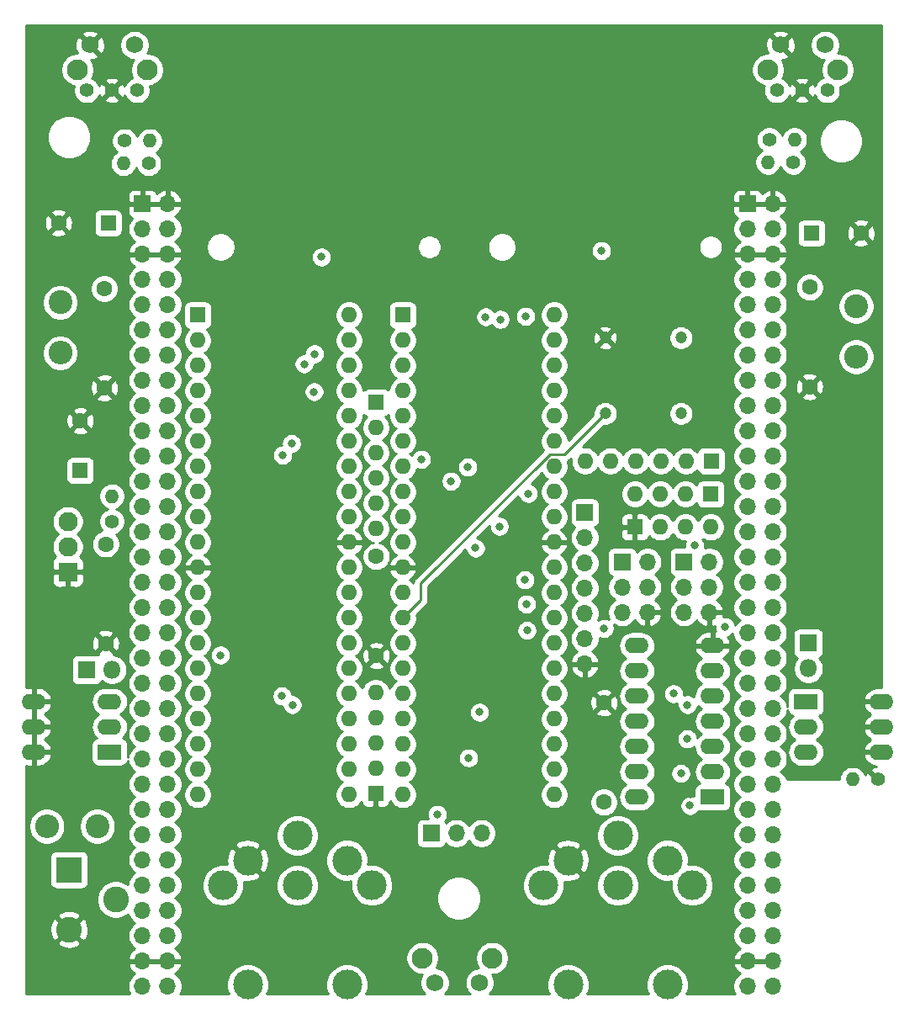
<source format=gbr>
G04 #@! TF.GenerationSoftware,KiCad,Pcbnew,(5.1.7)-1*
G04 #@! TF.CreationDate,2020-12-18T14:13:03+01:00*
G04 #@! TF.ProjectId,CR-VERSION,43522d56-4552-4534-994f-4e2e6b696361,rev?*
G04 #@! TF.SameCoordinates,Original*
G04 #@! TF.FileFunction,Copper,L2,Inr*
G04 #@! TF.FilePolarity,Positive*
%FSLAX46Y46*%
G04 Gerber Fmt 4.6, Leading zero omitted, Abs format (unit mm)*
G04 Created by KiCad (PCBNEW (5.1.7)-1) date 2020-12-18 14:13:03*
%MOMM*%
%LPD*%
G01*
G04 APERTURE LIST*
G04 #@! TA.AperFunction,ComponentPad*
%ADD10O,1.800000X1.800000*%
G04 #@! TD*
G04 #@! TA.AperFunction,ComponentPad*
%ADD11R,1.800000X1.800000*%
G04 #@! TD*
G04 #@! TA.AperFunction,ComponentPad*
%ADD12C,1.416000*%
G04 #@! TD*
G04 #@! TA.AperFunction,ComponentPad*
%ADD13C,1.200000*%
G04 #@! TD*
G04 #@! TA.AperFunction,ComponentPad*
%ADD14C,2.600000*%
G04 #@! TD*
G04 #@! TA.AperFunction,ComponentPad*
%ADD15R,2.600000X2.600000*%
G04 #@! TD*
G04 #@! TA.AperFunction,ComponentPad*
%ADD16C,1.600000*%
G04 #@! TD*
G04 #@! TA.AperFunction,ComponentPad*
%ADD17R,1.600000X1.600000*%
G04 #@! TD*
G04 #@! TA.AperFunction,ComponentPad*
%ADD18O,1.600000X1.600000*%
G04 #@! TD*
G04 #@! TA.AperFunction,ComponentPad*
%ADD19O,2.400000X1.600000*%
G04 #@! TD*
G04 #@! TA.AperFunction,ComponentPad*
%ADD20R,2.400000X1.600000*%
G04 #@! TD*
G04 #@! TA.AperFunction,ComponentPad*
%ADD21O,1.400000X1.400000*%
G04 #@! TD*
G04 #@! TA.AperFunction,ComponentPad*
%ADD22C,1.400000*%
G04 #@! TD*
G04 #@! TA.AperFunction,ComponentPad*
%ADD23O,2.400000X2.400000*%
G04 #@! TD*
G04 #@! TA.AperFunction,ComponentPad*
%ADD24C,2.400000*%
G04 #@! TD*
G04 #@! TA.AperFunction,ComponentPad*
%ADD25C,2.100000*%
G04 #@! TD*
G04 #@! TA.AperFunction,ComponentPad*
%ADD26C,1.750000*%
G04 #@! TD*
G04 #@! TA.AperFunction,ComponentPad*
%ADD27O,1.700000X1.700000*%
G04 #@! TD*
G04 #@! TA.AperFunction,ComponentPad*
%ADD28R,1.700000X1.700000*%
G04 #@! TD*
G04 #@! TA.AperFunction,ComponentPad*
%ADD29C,1.935000*%
G04 #@! TD*
G04 #@! TA.AperFunction,ComponentPad*
%ADD30R,1.935000X1.935000*%
G04 #@! TD*
G04 #@! TA.AperFunction,ComponentPad*
%ADD31C,3.000000*%
G04 #@! TD*
G04 #@! TA.AperFunction,ViaPad*
%ADD32C,0.800000*%
G04 #@! TD*
G04 #@! TA.AperFunction,Conductor*
%ADD33C,0.250000*%
G04 #@! TD*
G04 #@! TA.AperFunction,Conductor*
%ADD34C,0.254000*%
G04 #@! TD*
G04 #@! TA.AperFunction,Conductor*
%ADD35C,0.150000*%
G04 #@! TD*
G04 APERTURE END LIST*
D10*
X155303000Y-114894000D03*
D11*
X152763000Y-114894000D03*
D12*
X152763000Y-56601000D03*
X155303000Y-56601000D03*
X157843000Y-56601000D03*
X222232000Y-56601000D03*
X224772000Y-56601000D03*
X227312000Y-56601000D03*
D13*
X212580000Y-89113000D03*
X204960000Y-89113000D03*
X204960000Y-81493000D03*
X212580000Y-81493000D03*
D14*
X155685000Y-138023500D03*
X150985000Y-141023500D03*
D15*
X150985000Y-135023500D03*
D16*
X149922000Y-69936000D03*
D17*
X154922000Y-69936000D03*
D16*
X181909500Y-103497000D03*
X181909500Y-113497000D03*
D18*
X181846000Y-117180000D03*
X181846000Y-119720000D03*
X181846000Y-122260000D03*
X181846000Y-124800000D03*
D17*
X181846000Y-127340000D03*
D18*
X181896800Y-100695400D03*
X181896800Y-98155400D03*
X181896800Y-95615400D03*
X181896800Y-93075400D03*
X181896800Y-90535400D03*
D17*
X181896800Y-87995400D03*
D18*
X207957200Y-97215600D03*
X210497200Y-97215600D03*
X213037200Y-97215600D03*
D17*
X215577200Y-97215600D03*
D19*
X147429000Y-123161700D03*
X155049000Y-118081700D03*
X147429000Y-120621700D03*
X155049000Y-120621700D03*
X147429000Y-118081700D03*
D20*
X155049000Y-123161700D03*
D21*
X229852000Y-125943000D03*
D22*
X232392000Y-125943000D03*
D19*
X232773000Y-118107100D03*
X225153000Y-123187100D03*
X232773000Y-120647100D03*
X225153000Y-120647100D03*
X232773000Y-123187100D03*
D20*
X225153000Y-118107100D03*
D21*
X221343000Y-63840000D03*
D22*
X223883000Y-63840000D03*
D21*
X224010000Y-61554000D03*
D22*
X221470000Y-61554000D03*
D21*
X156446000Y-63967000D03*
D22*
X158986000Y-63967000D03*
D21*
X159113000Y-61681000D03*
D22*
X156573000Y-61681000D03*
D16*
X154541000Y-86540000D03*
X154541000Y-76540000D03*
X225534000Y-86413000D03*
X225534000Y-76413000D03*
X204833000Y-118229000D03*
X204833000Y-128229000D03*
X230724500Y-70952000D03*
D17*
X225724500Y-70952000D03*
D23*
X150096000Y-83017000D03*
D24*
X150096000Y-77937000D03*
D23*
X230233000Y-83398000D03*
D24*
X230233000Y-78318000D03*
D23*
X148749800Y-130642000D03*
D24*
X153829800Y-130642000D03*
D25*
X221363000Y-54519000D03*
D26*
X222613000Y-52029000D03*
X227113000Y-52029000D03*
D25*
X228373000Y-54519000D03*
D21*
X155303000Y-97418800D03*
D22*
X155303000Y-99958800D03*
D27*
X215437500Y-109115500D03*
X212897500Y-109115500D03*
X215437500Y-106575500D03*
X212897500Y-106575500D03*
X215437500Y-104035500D03*
D28*
X212897500Y-104035500D03*
D16*
X152102600Y-89853400D03*
D17*
X152102600Y-94853400D03*
D16*
X154668000Y-112244800D03*
X154668000Y-102244800D03*
D29*
X150858000Y-99958800D03*
X150858000Y-102498800D03*
D30*
X150858000Y-105038800D03*
D25*
X193573500Y-143900000D03*
D26*
X192323500Y-146390000D03*
X187823500Y-146390000D03*
D25*
X186563500Y-143900000D03*
D31*
X211230000Y-146589000D03*
X206230000Y-131589000D03*
X213730000Y-136589000D03*
X211230000Y-134089000D03*
X206230000Y-136589000D03*
X201230000Y-134089000D03*
X198730000Y-136589000D03*
X201230000Y-146589000D03*
D18*
X199816500Y-79207000D03*
X184576500Y-127467000D03*
X199816500Y-81747000D03*
X184576500Y-124927000D03*
X199816500Y-84287000D03*
X184576500Y-122387000D03*
X199816500Y-86827000D03*
X184576500Y-119847000D03*
X199816500Y-89367000D03*
X184576500Y-117307000D03*
X199816500Y-91907000D03*
X184576500Y-114767000D03*
X199816500Y-94447000D03*
X184576500Y-112227000D03*
X199816500Y-96987000D03*
X184576500Y-109687000D03*
X199816500Y-99527000D03*
X184576500Y-107147000D03*
X199816500Y-102067000D03*
X184576500Y-104607000D03*
X199816500Y-104607000D03*
X184576500Y-102067000D03*
X199816500Y-107147000D03*
X184576500Y-99527000D03*
X199816500Y-109687000D03*
X184576500Y-96987000D03*
X199816500Y-112227000D03*
X184576500Y-94447000D03*
X199816500Y-114767000D03*
X184576500Y-91907000D03*
X199816500Y-117307000D03*
X184576500Y-89367000D03*
X199816500Y-119847000D03*
X184576500Y-86827000D03*
X199816500Y-122387000D03*
X184576500Y-84287000D03*
X199816500Y-124927000D03*
X184576500Y-81747000D03*
X199816500Y-127467000D03*
D17*
X184576500Y-79207000D03*
D18*
X179179000Y-79207000D03*
X163939000Y-127467000D03*
X179179000Y-81747000D03*
X163939000Y-124927000D03*
X179179000Y-84287000D03*
X163939000Y-122387000D03*
X179179000Y-86827000D03*
X163939000Y-119847000D03*
X179179000Y-89367000D03*
X163939000Y-117307000D03*
X179179000Y-91907000D03*
X163939000Y-114767000D03*
X179179000Y-94447000D03*
X163939000Y-112227000D03*
X179179000Y-96987000D03*
X163939000Y-109687000D03*
X179179000Y-99527000D03*
X163939000Y-107147000D03*
X179179000Y-102067000D03*
X163939000Y-104607000D03*
X179179000Y-104607000D03*
X163939000Y-102067000D03*
X179179000Y-107147000D03*
X163939000Y-99527000D03*
X179179000Y-109687000D03*
X163939000Y-96987000D03*
X179179000Y-112227000D03*
X163939000Y-94447000D03*
X179179000Y-114767000D03*
X163939000Y-91907000D03*
X179179000Y-117307000D03*
X163939000Y-89367000D03*
X179179000Y-119847000D03*
X163939000Y-86827000D03*
X179179000Y-122387000D03*
X163939000Y-84287000D03*
X179179000Y-124927000D03*
X163939000Y-81747000D03*
X179179000Y-127467000D03*
D17*
X163939000Y-79207000D03*
D19*
X208135000Y-127721000D03*
X215755000Y-112481000D03*
X208135000Y-125181000D03*
X215755000Y-115021000D03*
X208135000Y-122641000D03*
X215755000Y-117561000D03*
X208135000Y-120101000D03*
X215755000Y-120101000D03*
X208135000Y-117561000D03*
X215755000Y-122641000D03*
X208135000Y-115021000D03*
X215755000Y-125181000D03*
X208135000Y-112481000D03*
D20*
X215755000Y-127721000D03*
D25*
X151830500Y-54519000D03*
D26*
X153080500Y-52029000D03*
X157580500Y-52029000D03*
D25*
X158840500Y-54519000D03*
D18*
X202928000Y-93875500D03*
X205468000Y-93875500D03*
X208008000Y-93875500D03*
X210548000Y-93875500D03*
X213088000Y-93875500D03*
D17*
X215628000Y-93875500D03*
D18*
X215564500Y-100543000D03*
X213024500Y-100543000D03*
X210484500Y-100543000D03*
D17*
X207944500Y-100543000D03*
D27*
X192514000Y-131340500D03*
X189974000Y-131340500D03*
D28*
X187434000Y-131340500D03*
D31*
X178972000Y-146589000D03*
X173972000Y-131589000D03*
X181472000Y-136589000D03*
X178972000Y-134089000D03*
X173972000Y-136589000D03*
X168972000Y-134089000D03*
X166472000Y-136589000D03*
X168972000Y-146589000D03*
D27*
X209214500Y-109115500D03*
X206674500Y-109115500D03*
X209214500Y-106575500D03*
X206674500Y-106575500D03*
X209214500Y-104035500D03*
D28*
X206674500Y-104035500D03*
D10*
X225407000Y-114767000D03*
D11*
X225407000Y-112227000D03*
D27*
X202902600Y-114309800D03*
X202902600Y-111769800D03*
X202902600Y-109229800D03*
X202902600Y-106689800D03*
X202902600Y-104149800D03*
X202902600Y-101609800D03*
D28*
X202902600Y-99069800D03*
D27*
X221840000Y-146740000D03*
X219300000Y-146740000D03*
X221840000Y-144200000D03*
X219300000Y-144200000D03*
X221840000Y-141660000D03*
X219300000Y-141660000D03*
X221840000Y-139120000D03*
X219300000Y-139120000D03*
X221840000Y-136580000D03*
X219300000Y-136580000D03*
X221840000Y-134040000D03*
X219300000Y-134040000D03*
X221840000Y-131500000D03*
X219300000Y-131500000D03*
X221840000Y-128960000D03*
X219300000Y-128960000D03*
X221840000Y-126420000D03*
X219300000Y-126420000D03*
X221840000Y-123880000D03*
X219300000Y-123880000D03*
X221840000Y-121340000D03*
X219300000Y-121340000D03*
X221840000Y-118800000D03*
X219300000Y-118800000D03*
X221840000Y-116260000D03*
X219300000Y-116260000D03*
X221840000Y-113720000D03*
X219300000Y-113720000D03*
X221840000Y-111180000D03*
X219300000Y-111180000D03*
X221840000Y-108640000D03*
X219300000Y-108640000D03*
X221840000Y-106100000D03*
X219300000Y-106100000D03*
X221840000Y-103560000D03*
X219300000Y-103560000D03*
X221840000Y-101020000D03*
X219300000Y-101020000D03*
X221840000Y-98480000D03*
X219300000Y-98480000D03*
X221840000Y-95940000D03*
X219300000Y-95940000D03*
X221840000Y-93400000D03*
X219300000Y-93400000D03*
X221840000Y-90860000D03*
X219300000Y-90860000D03*
X221840000Y-88320000D03*
X219300000Y-88320000D03*
X221840000Y-85780000D03*
X219300000Y-85780000D03*
X221840000Y-83240000D03*
X219300000Y-83240000D03*
X221840000Y-80700000D03*
X219300000Y-80700000D03*
X221840000Y-78160000D03*
X219300000Y-78160000D03*
X221840000Y-75620000D03*
X219300000Y-75620000D03*
X221840000Y-73080000D03*
X219300000Y-73080000D03*
X221840000Y-70540000D03*
X219300000Y-70540000D03*
X221840000Y-68000000D03*
D28*
X219300000Y-68000000D03*
X158360000Y-68000000D03*
D27*
X160900000Y-68000000D03*
X158360000Y-70540000D03*
X160900000Y-70540000D03*
X158360000Y-73080000D03*
X160900000Y-73080000D03*
X158360000Y-75620000D03*
X160900000Y-75620000D03*
X158360000Y-78160000D03*
X160900000Y-78160000D03*
X158360000Y-80700000D03*
X160900000Y-80700000D03*
X158360000Y-83240000D03*
X160900000Y-83240000D03*
X158360000Y-85780000D03*
X160900000Y-85780000D03*
X158360000Y-88320000D03*
X160900000Y-88320000D03*
X158360000Y-90860000D03*
X160900000Y-90860000D03*
X158360000Y-93400000D03*
X160900000Y-93400000D03*
X158360000Y-95940000D03*
X160900000Y-95940000D03*
X158360000Y-98480000D03*
X160900000Y-98480000D03*
X158360000Y-101020000D03*
X160900000Y-101020000D03*
X158360000Y-103560000D03*
X160900000Y-103560000D03*
X158360000Y-106100000D03*
X160900000Y-106100000D03*
X158360000Y-108640000D03*
X160900000Y-108640000D03*
X158360000Y-111180000D03*
X160900000Y-111180000D03*
X158360000Y-113720000D03*
X160900000Y-113720000D03*
X158360000Y-116260000D03*
X160900000Y-116260000D03*
X158360000Y-118800000D03*
X160900000Y-118800000D03*
X158360000Y-121340000D03*
X160900000Y-121340000D03*
X158360000Y-123880000D03*
X160900000Y-123880000D03*
X158360000Y-126420000D03*
X160900000Y-126420000D03*
X158360000Y-128960000D03*
X160900000Y-128960000D03*
X158360000Y-131500000D03*
X160900000Y-131500000D03*
X158360000Y-134040000D03*
X160900000Y-134040000D03*
X158360000Y-136580000D03*
X160900000Y-136580000D03*
X158360000Y-139120000D03*
X160900000Y-139120000D03*
X158360000Y-141660000D03*
X160900000Y-141660000D03*
X158360000Y-144200000D03*
X160900000Y-144200000D03*
X158360000Y-146740000D03*
X160900000Y-146740000D03*
D32*
X213469000Y-73288800D03*
X185021000Y-73568200D03*
X173718000Y-73771400D03*
X210751200Y-85430000D03*
X208795400Y-83601200D03*
X187967400Y-51927400D03*
X191802800Y-51927400D03*
X213545200Y-127416200D03*
X201404000Y-73746000D03*
X213494400Y-128559200D03*
X213961463Y-102393001D03*
X211843400Y-117307000D03*
X194303800Y-100466800D03*
X188043600Y-129440489D03*
X189440600Y-95920200D03*
X204858400Y-110728400D03*
X217025000Y-110576000D03*
X172422600Y-117535600D03*
X172498800Y-93304000D03*
X191117000Y-94497800D03*
X191211190Y-123766010D03*
X173464000Y-118424600D03*
X173387800Y-92135600D03*
X186443400Y-93722000D03*
X197213000Y-97164800D03*
X197035200Y-108290000D03*
X196882800Y-105851600D03*
X174657800Y-84134600D03*
X175648400Y-86928600D03*
X192920400Y-79384800D03*
X194389196Y-79651500D03*
X175699200Y-83118600D03*
X196933600Y-79334000D03*
X204579000Y-72730000D03*
X197086000Y-110931600D03*
X166225000Y-113420800D03*
X192310800Y-119161200D03*
X191903779Y-102651200D03*
X213215000Y-121853600D03*
X213240400Y-118424600D03*
X212580000Y-125333400D03*
X176385000Y-73365000D03*
D33*
X204960000Y-89113000D02*
X200870600Y-93202400D01*
X199396098Y-93202400D02*
X186392600Y-106205898D01*
X200870600Y-93202400D02*
X199396098Y-93202400D01*
X186392600Y-107870900D02*
X184576500Y-109687000D01*
X186392600Y-106205898D02*
X186392600Y-107870900D01*
D34*
X232773000Y-116672100D02*
X232246000Y-116672100D01*
X231968486Y-116724450D01*
X231706517Y-116829934D01*
X231470161Y-116984499D01*
X231268500Y-117182205D01*
X231109285Y-117415454D01*
X230998633Y-117675282D01*
X230981096Y-117758061D01*
X231103085Y-117980100D01*
X232646000Y-117980100D01*
X232646000Y-117960100D01*
X232773000Y-117960100D01*
X232773000Y-118254100D01*
X232646000Y-118254100D01*
X232646000Y-118234100D01*
X231103085Y-118234100D01*
X230981096Y-118456139D01*
X230998633Y-118538918D01*
X231109285Y-118798746D01*
X231268500Y-119031995D01*
X231470161Y-119229701D01*
X231695559Y-119377100D01*
X231470161Y-119524499D01*
X231268500Y-119722205D01*
X231109285Y-119955454D01*
X230998633Y-120215282D01*
X230981096Y-120298061D01*
X231103085Y-120520100D01*
X232646000Y-120520100D01*
X232646000Y-120500100D01*
X232773000Y-120500100D01*
X232773000Y-120794100D01*
X232646000Y-120794100D01*
X232646000Y-120774100D01*
X231103085Y-120774100D01*
X230981096Y-120996139D01*
X230998633Y-121078918D01*
X231109285Y-121338746D01*
X231268500Y-121571995D01*
X231470161Y-121769701D01*
X231695559Y-121917100D01*
X231470161Y-122064499D01*
X231268500Y-122262205D01*
X231109285Y-122495454D01*
X230998633Y-122755282D01*
X230981096Y-122838061D01*
X231103085Y-123060100D01*
X232646000Y-123060100D01*
X232646000Y-123040100D01*
X232773000Y-123040100D01*
X232773000Y-123334100D01*
X232646000Y-123334100D01*
X232646000Y-123314100D01*
X231103085Y-123314100D01*
X230981096Y-123536139D01*
X230998633Y-123618918D01*
X231109285Y-123878746D01*
X231268500Y-124111995D01*
X231470161Y-124309701D01*
X231706517Y-124464266D01*
X231968486Y-124569750D01*
X232224440Y-124618033D01*
X232057656Y-124643875D01*
X231810634Y-124734065D01*
X231709797Y-124787963D01*
X231650336Y-125021731D01*
X232392000Y-125763395D01*
X232406143Y-125749253D01*
X232585748Y-125928858D01*
X232571605Y-125943000D01*
X232212395Y-125943000D01*
X231470731Y-125201336D01*
X231236963Y-125260797D01*
X231126066Y-125499242D01*
X231121294Y-125518827D01*
X231035061Y-125310641D01*
X230888962Y-125091987D01*
X230703013Y-124906038D01*
X230484359Y-124759939D01*
X230241405Y-124659304D01*
X229983486Y-124608000D01*
X229720514Y-124608000D01*
X229462595Y-124659304D01*
X229219641Y-124759939D01*
X229000987Y-124906038D01*
X228815038Y-125091987D01*
X228668939Y-125310641D01*
X228568304Y-125553595D01*
X228517000Y-125811514D01*
X228517000Y-125943000D01*
X223249772Y-125943000D01*
X223155990Y-125716589D01*
X222993475Y-125473368D01*
X222786632Y-125266525D01*
X222612240Y-125150000D01*
X222786632Y-125033475D01*
X222993475Y-124826632D01*
X223155990Y-124583411D01*
X223267932Y-124313158D01*
X223325000Y-124026260D01*
X223325000Y-123733740D01*
X223267932Y-123446842D01*
X223155990Y-123176589D01*
X222993475Y-122933368D01*
X222786632Y-122726525D01*
X222612240Y-122610000D01*
X222786632Y-122493475D01*
X222993475Y-122286632D01*
X223155990Y-122043411D01*
X223267932Y-121773158D01*
X223325000Y-121486260D01*
X223325000Y-121193740D01*
X223267932Y-120906842D01*
X223155990Y-120636589D01*
X222993475Y-120393368D01*
X222786632Y-120186525D01*
X222612240Y-120070000D01*
X222786632Y-119953475D01*
X222993475Y-119746632D01*
X223155990Y-119503411D01*
X223267932Y-119233158D01*
X223320843Y-118967158D01*
X223327188Y-119031582D01*
X223363498Y-119151280D01*
X223422463Y-119261594D01*
X223501815Y-119358285D01*
X223598506Y-119437637D01*
X223708820Y-119496602D01*
X223828518Y-119532912D01*
X223846482Y-119534681D01*
X223733392Y-119627492D01*
X223554068Y-119845999D01*
X223420818Y-120095292D01*
X223338764Y-120365791D01*
X223311057Y-120647100D01*
X223338764Y-120928409D01*
X223420818Y-121198908D01*
X223554068Y-121448201D01*
X223733392Y-121666708D01*
X223951899Y-121846032D01*
X224084858Y-121917100D01*
X223951899Y-121988168D01*
X223733392Y-122167492D01*
X223554068Y-122385999D01*
X223420818Y-122635292D01*
X223338764Y-122905791D01*
X223311057Y-123187100D01*
X223338764Y-123468409D01*
X223420818Y-123738908D01*
X223554068Y-123988201D01*
X223733392Y-124206708D01*
X223951899Y-124386032D01*
X224201192Y-124519282D01*
X224471691Y-124601336D01*
X224682508Y-124622100D01*
X225623492Y-124622100D01*
X225834309Y-124601336D01*
X226104808Y-124519282D01*
X226354101Y-124386032D01*
X226572608Y-124206708D01*
X226751932Y-123988201D01*
X226885182Y-123738908D01*
X226967236Y-123468409D01*
X226994943Y-123187100D01*
X226967236Y-122905791D01*
X226885182Y-122635292D01*
X226751932Y-122385999D01*
X226572608Y-122167492D01*
X226354101Y-121988168D01*
X226221142Y-121917100D01*
X226354101Y-121846032D01*
X226572608Y-121666708D01*
X226751932Y-121448201D01*
X226885182Y-121198908D01*
X226967236Y-120928409D01*
X226994943Y-120647100D01*
X226967236Y-120365791D01*
X226885182Y-120095292D01*
X226751932Y-119845999D01*
X226572608Y-119627492D01*
X226459518Y-119534681D01*
X226477482Y-119532912D01*
X226597180Y-119496602D01*
X226707494Y-119437637D01*
X226804185Y-119358285D01*
X226883537Y-119261594D01*
X226942502Y-119151280D01*
X226978812Y-119031582D01*
X226991072Y-118907100D01*
X226991072Y-117307100D01*
X226978812Y-117182618D01*
X226942502Y-117062920D01*
X226883537Y-116952606D01*
X226804185Y-116855915D01*
X226707494Y-116776563D01*
X226597180Y-116717598D01*
X226477482Y-116681288D01*
X226353000Y-116669028D01*
X223953000Y-116669028D01*
X223828518Y-116681288D01*
X223708820Y-116717598D01*
X223598506Y-116776563D01*
X223501815Y-116855915D01*
X223422463Y-116952606D01*
X223363498Y-117062920D01*
X223327188Y-117182618D01*
X223314928Y-117307100D01*
X223314928Y-118603105D01*
X223267932Y-118366842D01*
X223155990Y-118096589D01*
X222993475Y-117853368D01*
X222786632Y-117646525D01*
X222612240Y-117530000D01*
X222786632Y-117413475D01*
X222993475Y-117206632D01*
X223155990Y-116963411D01*
X223267932Y-116693158D01*
X223325000Y-116406260D01*
X223325000Y-116113740D01*
X223267932Y-115826842D01*
X223155990Y-115556589D01*
X222993475Y-115313368D01*
X222786632Y-115106525D01*
X222612240Y-114990000D01*
X222786632Y-114873475D01*
X222993475Y-114666632D01*
X223155990Y-114423411D01*
X223267932Y-114153158D01*
X223325000Y-113866260D01*
X223325000Y-113573740D01*
X223267932Y-113286842D01*
X223155990Y-113016589D01*
X222993475Y-112773368D01*
X222786632Y-112566525D01*
X222612240Y-112450000D01*
X222786632Y-112333475D01*
X222993475Y-112126632D01*
X223155990Y-111883411D01*
X223267932Y-111613158D01*
X223324852Y-111327000D01*
X223868928Y-111327000D01*
X223868928Y-113127000D01*
X223881188Y-113251482D01*
X223917498Y-113371180D01*
X223976463Y-113481494D01*
X224055815Y-113578185D01*
X224152506Y-113657537D01*
X224262820Y-113716502D01*
X224281127Y-113722056D01*
X224214688Y-113788495D01*
X224046701Y-114039905D01*
X223930989Y-114319257D01*
X223872000Y-114615816D01*
X223872000Y-114918184D01*
X223930989Y-115214743D01*
X224046701Y-115494095D01*
X224214688Y-115745505D01*
X224428495Y-115959312D01*
X224679905Y-116127299D01*
X224959257Y-116243011D01*
X225255816Y-116302000D01*
X225558184Y-116302000D01*
X225854743Y-116243011D01*
X226134095Y-116127299D01*
X226385505Y-115959312D01*
X226599312Y-115745505D01*
X226767299Y-115494095D01*
X226883011Y-115214743D01*
X226942000Y-114918184D01*
X226942000Y-114615816D01*
X226883011Y-114319257D01*
X226767299Y-114039905D01*
X226599312Y-113788495D01*
X226532873Y-113722056D01*
X226551180Y-113716502D01*
X226661494Y-113657537D01*
X226758185Y-113578185D01*
X226837537Y-113481494D01*
X226896502Y-113371180D01*
X226932812Y-113251482D01*
X226945072Y-113127000D01*
X226945072Y-111327000D01*
X226932812Y-111202518D01*
X226896502Y-111082820D01*
X226837537Y-110972506D01*
X226758185Y-110875815D01*
X226661494Y-110796463D01*
X226551180Y-110737498D01*
X226431482Y-110701188D01*
X226307000Y-110688928D01*
X224507000Y-110688928D01*
X224382518Y-110701188D01*
X224262820Y-110737498D01*
X224152506Y-110796463D01*
X224055815Y-110875815D01*
X223976463Y-110972506D01*
X223917498Y-111082820D01*
X223881188Y-111202518D01*
X223868928Y-111327000D01*
X223324852Y-111327000D01*
X223325000Y-111326260D01*
X223325000Y-111033740D01*
X223267932Y-110746842D01*
X223155990Y-110476589D01*
X222993475Y-110233368D01*
X222786632Y-110026525D01*
X222612240Y-109910000D01*
X222786632Y-109793475D01*
X222993475Y-109586632D01*
X223155990Y-109343411D01*
X223267932Y-109073158D01*
X223325000Y-108786260D01*
X223325000Y-108493740D01*
X223267932Y-108206842D01*
X223155990Y-107936589D01*
X222993475Y-107693368D01*
X222786632Y-107486525D01*
X222612240Y-107370000D01*
X222786632Y-107253475D01*
X222993475Y-107046632D01*
X223155990Y-106803411D01*
X223267932Y-106533158D01*
X223325000Y-106246260D01*
X223325000Y-105953740D01*
X223267932Y-105666842D01*
X223155990Y-105396589D01*
X222993475Y-105153368D01*
X222786632Y-104946525D01*
X222612240Y-104830000D01*
X222786632Y-104713475D01*
X222993475Y-104506632D01*
X223155990Y-104263411D01*
X223267932Y-103993158D01*
X223325000Y-103706260D01*
X223325000Y-103413740D01*
X223267932Y-103126842D01*
X223155990Y-102856589D01*
X222993475Y-102613368D01*
X222786632Y-102406525D01*
X222612240Y-102290000D01*
X222786632Y-102173475D01*
X222993475Y-101966632D01*
X223155990Y-101723411D01*
X223267932Y-101453158D01*
X223325000Y-101166260D01*
X223325000Y-100873740D01*
X223267932Y-100586842D01*
X223155990Y-100316589D01*
X222993475Y-100073368D01*
X222786632Y-99866525D01*
X222612240Y-99750000D01*
X222786632Y-99633475D01*
X222993475Y-99426632D01*
X223155990Y-99183411D01*
X223267932Y-98913158D01*
X223325000Y-98626260D01*
X223325000Y-98333740D01*
X223267932Y-98046842D01*
X223155990Y-97776589D01*
X222993475Y-97533368D01*
X222786632Y-97326525D01*
X222612240Y-97210000D01*
X222786632Y-97093475D01*
X222993475Y-96886632D01*
X223155990Y-96643411D01*
X223267932Y-96373158D01*
X223325000Y-96086260D01*
X223325000Y-95793740D01*
X223267932Y-95506842D01*
X223155990Y-95236589D01*
X222993475Y-94993368D01*
X222786632Y-94786525D01*
X222612240Y-94670000D01*
X222786632Y-94553475D01*
X222993475Y-94346632D01*
X223155990Y-94103411D01*
X223267932Y-93833158D01*
X223325000Y-93546260D01*
X223325000Y-93253740D01*
X223267932Y-92966842D01*
X223155990Y-92696589D01*
X222993475Y-92453368D01*
X222786632Y-92246525D01*
X222612240Y-92130000D01*
X222786632Y-92013475D01*
X222993475Y-91806632D01*
X223155990Y-91563411D01*
X223267932Y-91293158D01*
X223325000Y-91006260D01*
X223325000Y-90713740D01*
X223267932Y-90426842D01*
X223155990Y-90156589D01*
X222993475Y-89913368D01*
X222786632Y-89706525D01*
X222612240Y-89590000D01*
X222786632Y-89473475D01*
X222993475Y-89266632D01*
X223155990Y-89023411D01*
X223267932Y-88753158D01*
X223325000Y-88466260D01*
X223325000Y-88173740D01*
X223267932Y-87886842D01*
X223155990Y-87616589D01*
X223015080Y-87405702D01*
X224720903Y-87405702D01*
X224792486Y-87649671D01*
X225047996Y-87770571D01*
X225322184Y-87839300D01*
X225604512Y-87853217D01*
X225884130Y-87811787D01*
X226150292Y-87716603D01*
X226275514Y-87649671D01*
X226347097Y-87405702D01*
X225534000Y-86592605D01*
X224720903Y-87405702D01*
X223015080Y-87405702D01*
X222993475Y-87373368D01*
X222786632Y-87166525D01*
X222612240Y-87050000D01*
X222786632Y-86933475D01*
X222993475Y-86726632D01*
X223155922Y-86483512D01*
X224093783Y-86483512D01*
X224135213Y-86763130D01*
X224230397Y-87029292D01*
X224297329Y-87154514D01*
X224541298Y-87226097D01*
X225354395Y-86413000D01*
X225713605Y-86413000D01*
X226526702Y-87226097D01*
X226770671Y-87154514D01*
X226891571Y-86899004D01*
X226960300Y-86624816D01*
X226974217Y-86342488D01*
X226932787Y-86062870D01*
X226837603Y-85796708D01*
X226770671Y-85671486D01*
X226526702Y-85599903D01*
X225713605Y-86413000D01*
X225354395Y-86413000D01*
X224541298Y-85599903D01*
X224297329Y-85671486D01*
X224176429Y-85926996D01*
X224107700Y-86201184D01*
X224093783Y-86483512D01*
X223155922Y-86483512D01*
X223155990Y-86483411D01*
X223267932Y-86213158D01*
X223325000Y-85926260D01*
X223325000Y-85633740D01*
X223282544Y-85420298D01*
X224720903Y-85420298D01*
X225534000Y-86233395D01*
X226347097Y-85420298D01*
X226275514Y-85176329D01*
X226020004Y-85055429D01*
X225745816Y-84986700D01*
X225463488Y-84972783D01*
X225183870Y-85014213D01*
X224917708Y-85109397D01*
X224792486Y-85176329D01*
X224720903Y-85420298D01*
X223282544Y-85420298D01*
X223267932Y-85346842D01*
X223155990Y-85076589D01*
X222993475Y-84833368D01*
X222786632Y-84626525D01*
X222612240Y-84510000D01*
X222786632Y-84393475D01*
X222993475Y-84186632D01*
X223155990Y-83943411D01*
X223267932Y-83673158D01*
X223325000Y-83386260D01*
X223325000Y-83217268D01*
X228398000Y-83217268D01*
X228398000Y-83578732D01*
X228468518Y-83933250D01*
X228606844Y-84267199D01*
X228807662Y-84567744D01*
X229063256Y-84823338D01*
X229363801Y-85024156D01*
X229697750Y-85162482D01*
X230052268Y-85233000D01*
X230413732Y-85233000D01*
X230768250Y-85162482D01*
X231102199Y-85024156D01*
X231402744Y-84823338D01*
X231658338Y-84567744D01*
X231859156Y-84267199D01*
X231997482Y-83933250D01*
X232068000Y-83578732D01*
X232068000Y-83217268D01*
X231997482Y-82862750D01*
X231859156Y-82528801D01*
X231658338Y-82228256D01*
X231402744Y-81972662D01*
X231102199Y-81771844D01*
X230768250Y-81633518D01*
X230413732Y-81563000D01*
X230052268Y-81563000D01*
X229697750Y-81633518D01*
X229363801Y-81771844D01*
X229063256Y-81972662D01*
X228807662Y-82228256D01*
X228606844Y-82528801D01*
X228468518Y-82862750D01*
X228398000Y-83217268D01*
X223325000Y-83217268D01*
X223325000Y-83093740D01*
X223267932Y-82806842D01*
X223155990Y-82536589D01*
X222993475Y-82293368D01*
X222786632Y-82086525D01*
X222612240Y-81970000D01*
X222786632Y-81853475D01*
X222993475Y-81646632D01*
X223155990Y-81403411D01*
X223267932Y-81133158D01*
X223325000Y-80846260D01*
X223325000Y-80553740D01*
X223267932Y-80266842D01*
X223155990Y-79996589D01*
X222993475Y-79753368D01*
X222786632Y-79546525D01*
X222612240Y-79430000D01*
X222786632Y-79313475D01*
X222993475Y-79106632D01*
X223155990Y-78863411D01*
X223267932Y-78593158D01*
X223325000Y-78306260D01*
X223325000Y-78137268D01*
X228398000Y-78137268D01*
X228398000Y-78498732D01*
X228468518Y-78853250D01*
X228606844Y-79187199D01*
X228807662Y-79487744D01*
X229063256Y-79743338D01*
X229363801Y-79944156D01*
X229697750Y-80082482D01*
X230052268Y-80153000D01*
X230413732Y-80153000D01*
X230768250Y-80082482D01*
X231102199Y-79944156D01*
X231402744Y-79743338D01*
X231658338Y-79487744D01*
X231859156Y-79187199D01*
X231997482Y-78853250D01*
X232068000Y-78498732D01*
X232068000Y-78137268D01*
X231997482Y-77782750D01*
X231859156Y-77448801D01*
X231658338Y-77148256D01*
X231402744Y-76892662D01*
X231102199Y-76691844D01*
X230768250Y-76553518D01*
X230413732Y-76483000D01*
X230052268Y-76483000D01*
X229697750Y-76553518D01*
X229363801Y-76691844D01*
X229063256Y-76892662D01*
X228807662Y-77148256D01*
X228606844Y-77448801D01*
X228468518Y-77782750D01*
X228398000Y-78137268D01*
X223325000Y-78137268D01*
X223325000Y-78013740D01*
X223267932Y-77726842D01*
X223155990Y-77456589D01*
X222993475Y-77213368D01*
X222786632Y-77006525D01*
X222612240Y-76890000D01*
X222786632Y-76773475D01*
X222993475Y-76566632D01*
X223155990Y-76323411D01*
X223177423Y-76271665D01*
X224099000Y-76271665D01*
X224099000Y-76554335D01*
X224154147Y-76831574D01*
X224262320Y-77092727D01*
X224419363Y-77327759D01*
X224619241Y-77527637D01*
X224854273Y-77684680D01*
X225115426Y-77792853D01*
X225392665Y-77848000D01*
X225675335Y-77848000D01*
X225952574Y-77792853D01*
X226213727Y-77684680D01*
X226448759Y-77527637D01*
X226648637Y-77327759D01*
X226805680Y-77092727D01*
X226913853Y-76831574D01*
X226969000Y-76554335D01*
X226969000Y-76271665D01*
X226913853Y-75994426D01*
X226805680Y-75733273D01*
X226648637Y-75498241D01*
X226448759Y-75298363D01*
X226213727Y-75141320D01*
X225952574Y-75033147D01*
X225675335Y-74978000D01*
X225392665Y-74978000D01*
X225115426Y-75033147D01*
X224854273Y-75141320D01*
X224619241Y-75298363D01*
X224419363Y-75498241D01*
X224262320Y-75733273D01*
X224154147Y-75994426D01*
X224099000Y-76271665D01*
X223177423Y-76271665D01*
X223267932Y-76053158D01*
X223325000Y-75766260D01*
X223325000Y-75473740D01*
X223267932Y-75186842D01*
X223155990Y-74916589D01*
X222993475Y-74673368D01*
X222786632Y-74466525D01*
X222604466Y-74344805D01*
X222721355Y-74275178D01*
X222937588Y-74080269D01*
X223111641Y-73846920D01*
X223236825Y-73584099D01*
X223281476Y-73436890D01*
X223160155Y-73207000D01*
X221967000Y-73207000D01*
X221967000Y-73227000D01*
X221713000Y-73227000D01*
X221713000Y-73207000D01*
X219427000Y-73207000D01*
X219427000Y-73227000D01*
X219173000Y-73227000D01*
X219173000Y-73207000D01*
X217979845Y-73207000D01*
X217858524Y-73436890D01*
X217903175Y-73584099D01*
X218028359Y-73846920D01*
X218202412Y-74080269D01*
X218418645Y-74275178D01*
X218535534Y-74344805D01*
X218353368Y-74466525D01*
X218146525Y-74673368D01*
X217984010Y-74916589D01*
X217872068Y-75186842D01*
X217815000Y-75473740D01*
X217815000Y-75766260D01*
X217872068Y-76053158D01*
X217984010Y-76323411D01*
X218146525Y-76566632D01*
X218353368Y-76773475D01*
X218527760Y-76890000D01*
X218353368Y-77006525D01*
X218146525Y-77213368D01*
X217984010Y-77456589D01*
X217872068Y-77726842D01*
X217815000Y-78013740D01*
X217815000Y-78306260D01*
X217872068Y-78593158D01*
X217984010Y-78863411D01*
X218146525Y-79106632D01*
X218353368Y-79313475D01*
X218527760Y-79430000D01*
X218353368Y-79546525D01*
X218146525Y-79753368D01*
X217984010Y-79996589D01*
X217872068Y-80266842D01*
X217815000Y-80553740D01*
X217815000Y-80846260D01*
X217872068Y-81133158D01*
X217984010Y-81403411D01*
X218146525Y-81646632D01*
X218353368Y-81853475D01*
X218527760Y-81970000D01*
X218353368Y-82086525D01*
X218146525Y-82293368D01*
X217984010Y-82536589D01*
X217872068Y-82806842D01*
X217815000Y-83093740D01*
X217815000Y-83386260D01*
X217872068Y-83673158D01*
X217984010Y-83943411D01*
X218146525Y-84186632D01*
X218353368Y-84393475D01*
X218527760Y-84510000D01*
X218353368Y-84626525D01*
X218146525Y-84833368D01*
X217984010Y-85076589D01*
X217872068Y-85346842D01*
X217815000Y-85633740D01*
X217815000Y-85926260D01*
X217872068Y-86213158D01*
X217984010Y-86483411D01*
X218146525Y-86726632D01*
X218353368Y-86933475D01*
X218527760Y-87050000D01*
X218353368Y-87166525D01*
X218146525Y-87373368D01*
X217984010Y-87616589D01*
X217872068Y-87886842D01*
X217815000Y-88173740D01*
X217815000Y-88466260D01*
X217872068Y-88753158D01*
X217984010Y-89023411D01*
X218146525Y-89266632D01*
X218353368Y-89473475D01*
X218527760Y-89590000D01*
X218353368Y-89706525D01*
X218146525Y-89913368D01*
X217984010Y-90156589D01*
X217872068Y-90426842D01*
X217815000Y-90713740D01*
X217815000Y-91006260D01*
X217872068Y-91293158D01*
X217984010Y-91563411D01*
X218146525Y-91806632D01*
X218353368Y-92013475D01*
X218527760Y-92130000D01*
X218353368Y-92246525D01*
X218146525Y-92453368D01*
X217984010Y-92696589D01*
X217872068Y-92966842D01*
X217815000Y-93253740D01*
X217815000Y-93546260D01*
X217872068Y-93833158D01*
X217984010Y-94103411D01*
X218146525Y-94346632D01*
X218353368Y-94553475D01*
X218527760Y-94670000D01*
X218353368Y-94786525D01*
X218146525Y-94993368D01*
X217984010Y-95236589D01*
X217872068Y-95506842D01*
X217815000Y-95793740D01*
X217815000Y-96086260D01*
X217872068Y-96373158D01*
X217984010Y-96643411D01*
X218146525Y-96886632D01*
X218353368Y-97093475D01*
X218527760Y-97210000D01*
X218353368Y-97326525D01*
X218146525Y-97533368D01*
X217984010Y-97776589D01*
X217872068Y-98046842D01*
X217815000Y-98333740D01*
X217815000Y-98626260D01*
X217872068Y-98913158D01*
X217984010Y-99183411D01*
X218146525Y-99426632D01*
X218353368Y-99633475D01*
X218527760Y-99750000D01*
X218353368Y-99866525D01*
X218146525Y-100073368D01*
X217984010Y-100316589D01*
X217872068Y-100586842D01*
X217815000Y-100873740D01*
X217815000Y-101166260D01*
X217872068Y-101453158D01*
X217984010Y-101723411D01*
X218146525Y-101966632D01*
X218353368Y-102173475D01*
X218527760Y-102290000D01*
X218353368Y-102406525D01*
X218146525Y-102613368D01*
X217984010Y-102856589D01*
X217872068Y-103126842D01*
X217815000Y-103413740D01*
X217815000Y-103706260D01*
X217872068Y-103993158D01*
X217984010Y-104263411D01*
X218146525Y-104506632D01*
X218353368Y-104713475D01*
X218527760Y-104830000D01*
X218353368Y-104946525D01*
X218146525Y-105153368D01*
X217984010Y-105396589D01*
X217872068Y-105666842D01*
X217815000Y-105953740D01*
X217815000Y-106246260D01*
X217872068Y-106533158D01*
X217984010Y-106803411D01*
X218146525Y-107046632D01*
X218353368Y-107253475D01*
X218527760Y-107370000D01*
X218353368Y-107486525D01*
X218146525Y-107693368D01*
X217984010Y-107936589D01*
X217872068Y-108206842D01*
X217815000Y-108493740D01*
X217815000Y-108786260D01*
X217872068Y-109073158D01*
X217984010Y-109343411D01*
X218146525Y-109586632D01*
X218353368Y-109793475D01*
X218527760Y-109910000D01*
X218353368Y-110026525D01*
X218146525Y-110233368D01*
X218042955Y-110388371D01*
X218020226Y-110274102D01*
X217942205Y-110085744D01*
X217828937Y-109916226D01*
X217684774Y-109772063D01*
X217515256Y-109658795D01*
X217326898Y-109580774D01*
X217126939Y-109541000D01*
X216923061Y-109541000D01*
X216853999Y-109554737D01*
X216878976Y-109472390D01*
X216757655Y-109242500D01*
X215564500Y-109242500D01*
X215564500Y-110436314D01*
X215794391Y-110556981D01*
X215990000Y-110487593D01*
X215990000Y-110677939D01*
X216029774Y-110877898D01*
X216099405Y-111046000D01*
X215882000Y-111046000D01*
X215882000Y-112354000D01*
X217424915Y-112354000D01*
X217546904Y-112131961D01*
X217529367Y-112049182D01*
X217418715Y-111789354D01*
X217276645Y-111581222D01*
X217326898Y-111571226D01*
X217515256Y-111493205D01*
X217684774Y-111379937D01*
X217815000Y-111249711D01*
X217815000Y-111326260D01*
X217872068Y-111613158D01*
X217984010Y-111883411D01*
X218146525Y-112126632D01*
X218353368Y-112333475D01*
X218527760Y-112450000D01*
X218353368Y-112566525D01*
X218146525Y-112773368D01*
X217984010Y-113016589D01*
X217872068Y-113286842D01*
X217815000Y-113573740D01*
X217815000Y-113866260D01*
X217872068Y-114153158D01*
X217984010Y-114423411D01*
X218146525Y-114666632D01*
X218353368Y-114873475D01*
X218527760Y-114990000D01*
X218353368Y-115106525D01*
X218146525Y-115313368D01*
X217984010Y-115556589D01*
X217872068Y-115826842D01*
X217815000Y-116113740D01*
X217815000Y-116406260D01*
X217872068Y-116693158D01*
X217984010Y-116963411D01*
X218146525Y-117206632D01*
X218353368Y-117413475D01*
X218527760Y-117530000D01*
X218353368Y-117646525D01*
X218146525Y-117853368D01*
X217984010Y-118096589D01*
X217872068Y-118366842D01*
X217815000Y-118653740D01*
X217815000Y-118946260D01*
X217872068Y-119233158D01*
X217984010Y-119503411D01*
X218146525Y-119746632D01*
X218353368Y-119953475D01*
X218527760Y-120070000D01*
X218353368Y-120186525D01*
X218146525Y-120393368D01*
X217984010Y-120636589D01*
X217872068Y-120906842D01*
X217815000Y-121193740D01*
X217815000Y-121486260D01*
X217872068Y-121773158D01*
X217984010Y-122043411D01*
X218146525Y-122286632D01*
X218353368Y-122493475D01*
X218527760Y-122610000D01*
X218353368Y-122726525D01*
X218146525Y-122933368D01*
X217984010Y-123176589D01*
X217872068Y-123446842D01*
X217815000Y-123733740D01*
X217815000Y-124026260D01*
X217872068Y-124313158D01*
X217984010Y-124583411D01*
X218146525Y-124826632D01*
X218353368Y-125033475D01*
X218527760Y-125150000D01*
X218353368Y-125266525D01*
X218146525Y-125473368D01*
X217984010Y-125716589D01*
X217872068Y-125986842D01*
X217815000Y-126273740D01*
X217815000Y-126566260D01*
X217872068Y-126853158D01*
X217984010Y-127123411D01*
X218146525Y-127366632D01*
X218353368Y-127573475D01*
X218527760Y-127690000D01*
X218353368Y-127806525D01*
X218146525Y-128013368D01*
X217984010Y-128256589D01*
X217872068Y-128526842D01*
X217815000Y-128813740D01*
X217815000Y-129106260D01*
X217872068Y-129393158D01*
X217984010Y-129663411D01*
X218146525Y-129906632D01*
X218353368Y-130113475D01*
X218527760Y-130230000D01*
X218353368Y-130346525D01*
X218146525Y-130553368D01*
X217984010Y-130796589D01*
X217872068Y-131066842D01*
X217815000Y-131353740D01*
X217815000Y-131646260D01*
X217872068Y-131933158D01*
X217984010Y-132203411D01*
X218146525Y-132446632D01*
X218353368Y-132653475D01*
X218527760Y-132770000D01*
X218353368Y-132886525D01*
X218146525Y-133093368D01*
X217984010Y-133336589D01*
X217872068Y-133606842D01*
X217815000Y-133893740D01*
X217815000Y-134186260D01*
X217872068Y-134473158D01*
X217984010Y-134743411D01*
X218146525Y-134986632D01*
X218353368Y-135193475D01*
X218527760Y-135310000D01*
X218353368Y-135426525D01*
X218146525Y-135633368D01*
X217984010Y-135876589D01*
X217872068Y-136146842D01*
X217815000Y-136433740D01*
X217815000Y-136726260D01*
X217872068Y-137013158D01*
X217984010Y-137283411D01*
X218146525Y-137526632D01*
X218353368Y-137733475D01*
X218527760Y-137850000D01*
X218353368Y-137966525D01*
X218146525Y-138173368D01*
X217984010Y-138416589D01*
X217872068Y-138686842D01*
X217815000Y-138973740D01*
X217815000Y-139266260D01*
X217872068Y-139553158D01*
X217984010Y-139823411D01*
X218146525Y-140066632D01*
X218353368Y-140273475D01*
X218527760Y-140390000D01*
X218353368Y-140506525D01*
X218146525Y-140713368D01*
X217984010Y-140956589D01*
X217872068Y-141226842D01*
X217815000Y-141513740D01*
X217815000Y-141806260D01*
X217872068Y-142093158D01*
X217984010Y-142363411D01*
X218146525Y-142606632D01*
X218353368Y-142813475D01*
X218535534Y-142935195D01*
X218418645Y-143004822D01*
X218202412Y-143199731D01*
X218028359Y-143433080D01*
X217903175Y-143695901D01*
X217858524Y-143843110D01*
X217979845Y-144073000D01*
X219173000Y-144073000D01*
X219173000Y-144053000D01*
X219427000Y-144053000D01*
X219427000Y-144073000D01*
X221713000Y-144073000D01*
X221713000Y-144053000D01*
X221967000Y-144053000D01*
X221967000Y-144073000D01*
X221987000Y-144073000D01*
X221987000Y-144327000D01*
X221967000Y-144327000D01*
X221967000Y-144347000D01*
X221713000Y-144347000D01*
X221713000Y-144327000D01*
X219427000Y-144327000D01*
X219427000Y-144347000D01*
X219173000Y-144347000D01*
X219173000Y-144327000D01*
X217979845Y-144327000D01*
X217858524Y-144556890D01*
X217903175Y-144704099D01*
X218028359Y-144966920D01*
X218202412Y-145200269D01*
X218418645Y-145395178D01*
X218535534Y-145464805D01*
X218353368Y-145586525D01*
X218146525Y-145793368D01*
X217984010Y-146036589D01*
X217872068Y-146306842D01*
X217815000Y-146593740D01*
X217815000Y-146886260D01*
X217872068Y-147173158D01*
X217984010Y-147443411D01*
X218043871Y-147533000D01*
X213149889Y-147533000D01*
X213282953Y-147211756D01*
X213365000Y-146799279D01*
X213365000Y-146378721D01*
X213282953Y-145966244D01*
X213122012Y-145577698D01*
X212888363Y-145228017D01*
X212590983Y-144930637D01*
X212241302Y-144696988D01*
X211852756Y-144536047D01*
X211440279Y-144454000D01*
X211019721Y-144454000D01*
X210607244Y-144536047D01*
X210218698Y-144696988D01*
X209869017Y-144930637D01*
X209571637Y-145228017D01*
X209337988Y-145577698D01*
X209177047Y-145966244D01*
X209095000Y-146378721D01*
X209095000Y-146799279D01*
X209177047Y-147211756D01*
X209310111Y-147533000D01*
X203149889Y-147533000D01*
X203282953Y-147211756D01*
X203365000Y-146799279D01*
X203365000Y-146378721D01*
X203282953Y-145966244D01*
X203122012Y-145577698D01*
X202888363Y-145228017D01*
X202590983Y-144930637D01*
X202241302Y-144696988D01*
X201852756Y-144536047D01*
X201440279Y-144454000D01*
X201019721Y-144454000D01*
X200607244Y-144536047D01*
X200218698Y-144696988D01*
X199869017Y-144930637D01*
X199571637Y-145228017D01*
X199337988Y-145577698D01*
X199177047Y-145966244D01*
X199095000Y-146378721D01*
X199095000Y-146799279D01*
X199177047Y-147211756D01*
X199310111Y-147533000D01*
X193315962Y-147533000D01*
X193496393Y-147352569D01*
X193661644Y-147105253D01*
X193775471Y-146830451D01*
X193833500Y-146538722D01*
X193833500Y-146241278D01*
X193775471Y-145949549D01*
X193661644Y-145674747D01*
X193601677Y-145585000D01*
X193739458Y-145585000D01*
X194064996Y-145520246D01*
X194371647Y-145393228D01*
X194647625Y-145208825D01*
X194882325Y-144974125D01*
X195066728Y-144698147D01*
X195193746Y-144391496D01*
X195258500Y-144065958D01*
X195258500Y-143734042D01*
X195193746Y-143408504D01*
X195066728Y-143101853D01*
X194882325Y-142825875D01*
X194647625Y-142591175D01*
X194371647Y-142406772D01*
X194064996Y-142279754D01*
X193739458Y-142215000D01*
X193407542Y-142215000D01*
X193082004Y-142279754D01*
X192775353Y-142406772D01*
X192499375Y-142591175D01*
X192264675Y-142825875D01*
X192080272Y-143101853D01*
X191953254Y-143408504D01*
X191888500Y-143734042D01*
X191888500Y-144065958D01*
X191953254Y-144391496D01*
X192080272Y-144698147D01*
X192201783Y-144880000D01*
X192174778Y-144880000D01*
X191883049Y-144938029D01*
X191608247Y-145051856D01*
X191360931Y-145217107D01*
X191150607Y-145427431D01*
X190985356Y-145674747D01*
X190871529Y-145949549D01*
X190813500Y-146241278D01*
X190813500Y-146538722D01*
X190871529Y-146830451D01*
X190985356Y-147105253D01*
X191150607Y-147352569D01*
X191331038Y-147533000D01*
X188815962Y-147533000D01*
X188996393Y-147352569D01*
X189161644Y-147105253D01*
X189275471Y-146830451D01*
X189333500Y-146538722D01*
X189333500Y-146241278D01*
X189275471Y-145949549D01*
X189161644Y-145674747D01*
X188996393Y-145427431D01*
X188786069Y-145217107D01*
X188538753Y-145051856D01*
X188263951Y-144938029D01*
X187972222Y-144880000D01*
X187935217Y-144880000D01*
X188056728Y-144698147D01*
X188183746Y-144391496D01*
X188248500Y-144065958D01*
X188248500Y-143734042D01*
X188183746Y-143408504D01*
X188056728Y-143101853D01*
X187872325Y-142825875D01*
X187637625Y-142591175D01*
X187361647Y-142406772D01*
X187054996Y-142279754D01*
X186729458Y-142215000D01*
X186397542Y-142215000D01*
X186072004Y-142279754D01*
X185765353Y-142406772D01*
X185489375Y-142591175D01*
X185254675Y-142825875D01*
X185070272Y-143101853D01*
X184943254Y-143408504D01*
X184878500Y-143734042D01*
X184878500Y-144065958D01*
X184943254Y-144391496D01*
X185070272Y-144698147D01*
X185254675Y-144974125D01*
X185489375Y-145208825D01*
X185765353Y-145393228D01*
X186072004Y-145520246D01*
X186397542Y-145585000D01*
X186545323Y-145585000D01*
X186485356Y-145674747D01*
X186371529Y-145949549D01*
X186313500Y-146241278D01*
X186313500Y-146538722D01*
X186371529Y-146830451D01*
X186485356Y-147105253D01*
X186650607Y-147352569D01*
X186831038Y-147533000D01*
X180891889Y-147533000D01*
X181024953Y-147211756D01*
X181107000Y-146799279D01*
X181107000Y-146378721D01*
X181024953Y-145966244D01*
X180864012Y-145577698D01*
X180630363Y-145228017D01*
X180332983Y-144930637D01*
X179983302Y-144696988D01*
X179594756Y-144536047D01*
X179182279Y-144454000D01*
X178761721Y-144454000D01*
X178349244Y-144536047D01*
X177960698Y-144696988D01*
X177611017Y-144930637D01*
X177313637Y-145228017D01*
X177079988Y-145577698D01*
X176919047Y-145966244D01*
X176837000Y-146378721D01*
X176837000Y-146799279D01*
X176919047Y-147211756D01*
X177052111Y-147533000D01*
X170891889Y-147533000D01*
X171024953Y-147211756D01*
X171107000Y-146799279D01*
X171107000Y-146378721D01*
X171024953Y-145966244D01*
X170864012Y-145577698D01*
X170630363Y-145228017D01*
X170332983Y-144930637D01*
X169983302Y-144696988D01*
X169594756Y-144536047D01*
X169182279Y-144454000D01*
X168761721Y-144454000D01*
X168349244Y-144536047D01*
X167960698Y-144696988D01*
X167611017Y-144930637D01*
X167313637Y-145228017D01*
X167079988Y-145577698D01*
X166919047Y-145966244D01*
X166837000Y-146378721D01*
X166837000Y-146799279D01*
X166919047Y-147211756D01*
X167052111Y-147533000D01*
X162156129Y-147533000D01*
X162215990Y-147443411D01*
X162327932Y-147173158D01*
X162385000Y-146886260D01*
X162385000Y-146593740D01*
X162327932Y-146306842D01*
X162215990Y-146036589D01*
X162053475Y-145793368D01*
X161846632Y-145586525D01*
X161664466Y-145464805D01*
X161781355Y-145395178D01*
X161997588Y-145200269D01*
X162171641Y-144966920D01*
X162296825Y-144704099D01*
X162341476Y-144556890D01*
X162220155Y-144327000D01*
X161027000Y-144327000D01*
X161027000Y-144347000D01*
X160773000Y-144347000D01*
X160773000Y-144327000D01*
X158487000Y-144327000D01*
X158487000Y-144347000D01*
X158233000Y-144347000D01*
X158233000Y-144327000D01*
X157039845Y-144327000D01*
X156918524Y-144556890D01*
X156963175Y-144704099D01*
X157088359Y-144966920D01*
X157262412Y-145200269D01*
X157478645Y-145395178D01*
X157595534Y-145464805D01*
X157413368Y-145586525D01*
X157206525Y-145793368D01*
X157044010Y-146036589D01*
X156932068Y-146306842D01*
X156875000Y-146593740D01*
X156875000Y-146886260D01*
X156932068Y-147173158D01*
X157044010Y-147443411D01*
X157103871Y-147533000D01*
X146667000Y-147533000D01*
X146667000Y-142372724D01*
X149815381Y-142372724D01*
X149947317Y-142667812D01*
X150288045Y-142838659D01*
X150655557Y-142939750D01*
X151035729Y-142967201D01*
X151413951Y-142919957D01*
X151775690Y-142799833D01*
X152022683Y-142667812D01*
X152154619Y-142372724D01*
X150985000Y-141203105D01*
X149815381Y-142372724D01*
X146667000Y-142372724D01*
X146667000Y-141074229D01*
X149041299Y-141074229D01*
X149088543Y-141452451D01*
X149208667Y-141814190D01*
X149340688Y-142061183D01*
X149635776Y-142193119D01*
X150805395Y-141023500D01*
X151164605Y-141023500D01*
X152334224Y-142193119D01*
X152629312Y-142061183D01*
X152800159Y-141720455D01*
X152901250Y-141352943D01*
X152928701Y-140972771D01*
X152881457Y-140594549D01*
X152761333Y-140232810D01*
X152629312Y-139985817D01*
X152334224Y-139853881D01*
X151164605Y-141023500D01*
X150805395Y-141023500D01*
X149635776Y-139853881D01*
X149340688Y-139985817D01*
X149169841Y-140326545D01*
X149068750Y-140694057D01*
X149041299Y-141074229D01*
X146667000Y-141074229D01*
X146667000Y-139674276D01*
X149815381Y-139674276D01*
X150985000Y-140843895D01*
X152154619Y-139674276D01*
X152022683Y-139379188D01*
X151681955Y-139208341D01*
X151314443Y-139107250D01*
X150934271Y-139079799D01*
X150556049Y-139127043D01*
X150194310Y-139247167D01*
X149947317Y-139379188D01*
X149815381Y-139674276D01*
X146667000Y-139674276D01*
X146667000Y-133723500D01*
X149046928Y-133723500D01*
X149046928Y-136323500D01*
X149059188Y-136447982D01*
X149095498Y-136567680D01*
X149154463Y-136677994D01*
X149233815Y-136774685D01*
X149330506Y-136854037D01*
X149440820Y-136913002D01*
X149560518Y-136949312D01*
X149685000Y-136961572D01*
X152285000Y-136961572D01*
X152409482Y-136949312D01*
X152529180Y-136913002D01*
X152639494Y-136854037D01*
X152736185Y-136774685D01*
X152815537Y-136677994D01*
X152874502Y-136567680D01*
X152910812Y-136447982D01*
X152923072Y-136323500D01*
X152923072Y-133723500D01*
X152910812Y-133599018D01*
X152874502Y-133479320D01*
X152815537Y-133369006D01*
X152736185Y-133272315D01*
X152639494Y-133192963D01*
X152529180Y-133133998D01*
X152409482Y-133097688D01*
X152285000Y-133085428D01*
X149685000Y-133085428D01*
X149560518Y-133097688D01*
X149440820Y-133133998D01*
X149330506Y-133192963D01*
X149233815Y-133272315D01*
X149154463Y-133369006D01*
X149095498Y-133479320D01*
X149059188Y-133599018D01*
X149046928Y-133723500D01*
X146667000Y-133723500D01*
X146667000Y-130461268D01*
X146914800Y-130461268D01*
X146914800Y-130822732D01*
X146985318Y-131177250D01*
X147123644Y-131511199D01*
X147324462Y-131811744D01*
X147580056Y-132067338D01*
X147880601Y-132268156D01*
X148214550Y-132406482D01*
X148569068Y-132477000D01*
X148930532Y-132477000D01*
X149285050Y-132406482D01*
X149618999Y-132268156D01*
X149919544Y-132067338D01*
X150175138Y-131811744D01*
X150375956Y-131511199D01*
X150514282Y-131177250D01*
X150584800Y-130822732D01*
X150584800Y-130461268D01*
X151994800Y-130461268D01*
X151994800Y-130822732D01*
X152065318Y-131177250D01*
X152203644Y-131511199D01*
X152404462Y-131811744D01*
X152660056Y-132067338D01*
X152960601Y-132268156D01*
X153294550Y-132406482D01*
X153649068Y-132477000D01*
X154010532Y-132477000D01*
X154365050Y-132406482D01*
X154698999Y-132268156D01*
X154999544Y-132067338D01*
X155255138Y-131811744D01*
X155455956Y-131511199D01*
X155594282Y-131177250D01*
X155664800Y-130822732D01*
X155664800Y-130461268D01*
X155594282Y-130106750D01*
X155455956Y-129772801D01*
X155255138Y-129472256D01*
X154999544Y-129216662D01*
X154698999Y-129015844D01*
X154365050Y-128877518D01*
X154010532Y-128807000D01*
X153649068Y-128807000D01*
X153294550Y-128877518D01*
X152960601Y-129015844D01*
X152660056Y-129216662D01*
X152404462Y-129472256D01*
X152203644Y-129772801D01*
X152065318Y-130106750D01*
X151994800Y-130461268D01*
X150584800Y-130461268D01*
X150514282Y-130106750D01*
X150375956Y-129772801D01*
X150175138Y-129472256D01*
X149919544Y-129216662D01*
X149618999Y-129015844D01*
X149285050Y-128877518D01*
X148930532Y-128807000D01*
X148569068Y-128807000D01*
X148214550Y-128877518D01*
X147880601Y-129015844D01*
X147580056Y-129216662D01*
X147324462Y-129472256D01*
X147123644Y-129772801D01*
X146985318Y-130106750D01*
X146914800Y-130461268D01*
X146667000Y-130461268D01*
X146667000Y-124552370D01*
X146902000Y-124596700D01*
X147302000Y-124596700D01*
X147302000Y-123288700D01*
X147556000Y-123288700D01*
X147556000Y-124596700D01*
X147956000Y-124596700D01*
X148233514Y-124544350D01*
X148495483Y-124438866D01*
X148731839Y-124284301D01*
X148933500Y-124086595D01*
X149092715Y-123853346D01*
X149203367Y-123593518D01*
X149220904Y-123510739D01*
X149098915Y-123288700D01*
X147556000Y-123288700D01*
X147302000Y-123288700D01*
X147282000Y-123288700D01*
X147282000Y-123034700D01*
X147302000Y-123034700D01*
X147302000Y-120748700D01*
X147556000Y-120748700D01*
X147556000Y-123034700D01*
X149098915Y-123034700D01*
X149220904Y-122812661D01*
X149203367Y-122729882D01*
X149092715Y-122470054D01*
X148933500Y-122236805D01*
X148731839Y-122039099D01*
X148506441Y-121891700D01*
X148731839Y-121744301D01*
X148933500Y-121546595D01*
X149092715Y-121313346D01*
X149203367Y-121053518D01*
X149220904Y-120970739D01*
X149098915Y-120748700D01*
X147556000Y-120748700D01*
X147302000Y-120748700D01*
X147282000Y-120748700D01*
X147282000Y-120494700D01*
X147302000Y-120494700D01*
X147302000Y-118208700D01*
X147556000Y-118208700D01*
X147556000Y-120494700D01*
X149098915Y-120494700D01*
X149220904Y-120272661D01*
X149203367Y-120189882D01*
X149092715Y-119930054D01*
X148933500Y-119696805D01*
X148731839Y-119499099D01*
X148506441Y-119351700D01*
X148731839Y-119204301D01*
X148933500Y-119006595D01*
X149092715Y-118773346D01*
X149203367Y-118513518D01*
X149220904Y-118430739D01*
X149098915Y-118208700D01*
X147556000Y-118208700D01*
X147302000Y-118208700D01*
X147282000Y-118208700D01*
X147282000Y-118081700D01*
X153207057Y-118081700D01*
X153234764Y-118363009D01*
X153316818Y-118633508D01*
X153450068Y-118882801D01*
X153629392Y-119101308D01*
X153847899Y-119280632D01*
X153980858Y-119351700D01*
X153847899Y-119422768D01*
X153629392Y-119602092D01*
X153450068Y-119820599D01*
X153316818Y-120069892D01*
X153234764Y-120340391D01*
X153207057Y-120621700D01*
X153234764Y-120903009D01*
X153316818Y-121173508D01*
X153450068Y-121422801D01*
X153629392Y-121641308D01*
X153742482Y-121734119D01*
X153724518Y-121735888D01*
X153604820Y-121772198D01*
X153494506Y-121831163D01*
X153397815Y-121910515D01*
X153318463Y-122007206D01*
X153259498Y-122117520D01*
X153223188Y-122237218D01*
X153210928Y-122361700D01*
X153210928Y-123961700D01*
X153223188Y-124086182D01*
X153259498Y-124205880D01*
X153318463Y-124316194D01*
X153397815Y-124412885D01*
X153494506Y-124492237D01*
X153604820Y-124551202D01*
X153724518Y-124587512D01*
X153849000Y-124599772D01*
X156249000Y-124599772D01*
X156373482Y-124587512D01*
X156493180Y-124551202D01*
X156603494Y-124492237D01*
X156700185Y-124412885D01*
X156779537Y-124316194D01*
X156838502Y-124205880D01*
X156874812Y-124086182D01*
X156878821Y-124045472D01*
X156932068Y-124313158D01*
X157044010Y-124583411D01*
X157206525Y-124826632D01*
X157413368Y-125033475D01*
X157587760Y-125150000D01*
X157413368Y-125266525D01*
X157206525Y-125473368D01*
X157044010Y-125716589D01*
X156932068Y-125986842D01*
X156875000Y-126273740D01*
X156875000Y-126566260D01*
X156932068Y-126853158D01*
X157044010Y-127123411D01*
X157206525Y-127366632D01*
X157413368Y-127573475D01*
X157587760Y-127690000D01*
X157413368Y-127806525D01*
X157206525Y-128013368D01*
X157044010Y-128256589D01*
X156932068Y-128526842D01*
X156875000Y-128813740D01*
X156875000Y-129106260D01*
X156932068Y-129393158D01*
X157044010Y-129663411D01*
X157206525Y-129906632D01*
X157413368Y-130113475D01*
X157587760Y-130230000D01*
X157413368Y-130346525D01*
X157206525Y-130553368D01*
X157044010Y-130796589D01*
X156932068Y-131066842D01*
X156875000Y-131353740D01*
X156875000Y-131646260D01*
X156932068Y-131933158D01*
X157044010Y-132203411D01*
X157206525Y-132446632D01*
X157413368Y-132653475D01*
X157587760Y-132770000D01*
X157413368Y-132886525D01*
X157206525Y-133093368D01*
X157044010Y-133336589D01*
X156932068Y-133606842D01*
X156875000Y-133893740D01*
X156875000Y-134186260D01*
X156932068Y-134473158D01*
X157044010Y-134743411D01*
X157206525Y-134986632D01*
X157413368Y-135193475D01*
X157587760Y-135310000D01*
X157413368Y-135426525D01*
X157206525Y-135633368D01*
X157044010Y-135876589D01*
X156932068Y-136146842D01*
X156875000Y-136433740D01*
X156875000Y-136491427D01*
X156601566Y-136308725D01*
X156249419Y-136162861D01*
X155875581Y-136088500D01*
X155494419Y-136088500D01*
X155120581Y-136162861D01*
X154768434Y-136308725D01*
X154451509Y-136520487D01*
X154181987Y-136790009D01*
X153970225Y-137106934D01*
X153824361Y-137459081D01*
X153750000Y-137832919D01*
X153750000Y-138214081D01*
X153824361Y-138587919D01*
X153970225Y-138940066D01*
X154181987Y-139256991D01*
X154451509Y-139526513D01*
X154768434Y-139738275D01*
X155120581Y-139884139D01*
X155494419Y-139958500D01*
X155875581Y-139958500D01*
X156249419Y-139884139D01*
X156601566Y-139738275D01*
X156918491Y-139526513D01*
X156925395Y-139519609D01*
X156932068Y-139553158D01*
X157044010Y-139823411D01*
X157206525Y-140066632D01*
X157413368Y-140273475D01*
X157587760Y-140390000D01*
X157413368Y-140506525D01*
X157206525Y-140713368D01*
X157044010Y-140956589D01*
X156932068Y-141226842D01*
X156875000Y-141513740D01*
X156875000Y-141806260D01*
X156932068Y-142093158D01*
X157044010Y-142363411D01*
X157206525Y-142606632D01*
X157413368Y-142813475D01*
X157595534Y-142935195D01*
X157478645Y-143004822D01*
X157262412Y-143199731D01*
X157088359Y-143433080D01*
X156963175Y-143695901D01*
X156918524Y-143843110D01*
X157039845Y-144073000D01*
X158233000Y-144073000D01*
X158233000Y-144053000D01*
X158487000Y-144053000D01*
X158487000Y-144073000D01*
X160773000Y-144073000D01*
X160773000Y-144053000D01*
X161027000Y-144053000D01*
X161027000Y-144073000D01*
X162220155Y-144073000D01*
X162341476Y-143843110D01*
X162296825Y-143695901D01*
X162171641Y-143433080D01*
X161997588Y-143199731D01*
X161781355Y-143004822D01*
X161664466Y-142935195D01*
X161846632Y-142813475D01*
X162053475Y-142606632D01*
X162215990Y-142363411D01*
X162327932Y-142093158D01*
X162385000Y-141806260D01*
X162385000Y-141513740D01*
X162327932Y-141226842D01*
X162215990Y-140956589D01*
X162053475Y-140713368D01*
X161846632Y-140506525D01*
X161672240Y-140390000D01*
X161846632Y-140273475D01*
X162053475Y-140066632D01*
X162215990Y-139823411D01*
X162327932Y-139553158D01*
X162385000Y-139266260D01*
X162385000Y-138973740D01*
X162327932Y-138686842D01*
X162215990Y-138416589D01*
X162053475Y-138173368D01*
X161846632Y-137966525D01*
X161672240Y-137850000D01*
X161846632Y-137733475D01*
X162053475Y-137526632D01*
X162215990Y-137283411D01*
X162327932Y-137013158D01*
X162385000Y-136726260D01*
X162385000Y-136433740D01*
X162374056Y-136378721D01*
X164337000Y-136378721D01*
X164337000Y-136799279D01*
X164419047Y-137211756D01*
X164579988Y-137600302D01*
X164813637Y-137949983D01*
X165111017Y-138247363D01*
X165460698Y-138481012D01*
X165849244Y-138641953D01*
X166261721Y-138724000D01*
X166682279Y-138724000D01*
X167094756Y-138641953D01*
X167483302Y-138481012D01*
X167832983Y-138247363D01*
X168130363Y-137949983D01*
X168364012Y-137600302D01*
X168524953Y-137211756D01*
X168607000Y-136799279D01*
X168607000Y-136378721D01*
X171837000Y-136378721D01*
X171837000Y-136799279D01*
X171919047Y-137211756D01*
X172079988Y-137600302D01*
X172313637Y-137949983D01*
X172611017Y-138247363D01*
X172960698Y-138481012D01*
X173349244Y-138641953D01*
X173761721Y-138724000D01*
X174182279Y-138724000D01*
X174594756Y-138641953D01*
X174983302Y-138481012D01*
X175332983Y-138247363D01*
X175630363Y-137949983D01*
X175864012Y-137600302D01*
X176024953Y-137211756D01*
X176107000Y-136799279D01*
X176107000Y-136378721D01*
X176024953Y-135966244D01*
X175864012Y-135577698D01*
X175630363Y-135228017D01*
X175332983Y-134930637D01*
X174983302Y-134696988D01*
X174594756Y-134536047D01*
X174182279Y-134454000D01*
X173761721Y-134454000D01*
X173349244Y-134536047D01*
X172960698Y-134696988D01*
X172611017Y-134930637D01*
X172313637Y-135228017D01*
X172079988Y-135577698D01*
X171919047Y-135966244D01*
X171837000Y-136378721D01*
X168607000Y-136378721D01*
X168570240Y-136193914D01*
X168595551Y-136201044D01*
X169014824Y-136233902D01*
X169432451Y-136184334D01*
X169832383Y-136054243D01*
X170128038Y-135896214D01*
X170284048Y-135580653D01*
X168972000Y-134268605D01*
X168957858Y-134282748D01*
X168778253Y-134103143D01*
X168792395Y-134089000D01*
X169151605Y-134089000D01*
X170463653Y-135401048D01*
X170779214Y-135245038D01*
X170970020Y-134870255D01*
X171084044Y-134465449D01*
X171116902Y-134046176D01*
X171097027Y-133878721D01*
X176837000Y-133878721D01*
X176837000Y-134299279D01*
X176919047Y-134711756D01*
X177079988Y-135100302D01*
X177313637Y-135449983D01*
X177611017Y-135747363D01*
X177960698Y-135981012D01*
X178349244Y-136141953D01*
X178761721Y-136224000D01*
X179182279Y-136224000D01*
X179375418Y-136185582D01*
X179337000Y-136378721D01*
X179337000Y-136799279D01*
X179419047Y-137211756D01*
X179579988Y-137600302D01*
X179813637Y-137949983D01*
X180111017Y-138247363D01*
X180460698Y-138481012D01*
X180849244Y-138641953D01*
X181261721Y-138724000D01*
X181682279Y-138724000D01*
X182094756Y-138641953D01*
X182483302Y-138481012D01*
X182832983Y-138247363D01*
X183130363Y-137949983D01*
X183323540Y-137660872D01*
X187993000Y-137660872D01*
X187993000Y-138101128D01*
X188078890Y-138532925D01*
X188247369Y-138939669D01*
X188491962Y-139305729D01*
X188803271Y-139617038D01*
X189169331Y-139861631D01*
X189576075Y-140030110D01*
X190007872Y-140116000D01*
X190448128Y-140116000D01*
X190879925Y-140030110D01*
X191286669Y-139861631D01*
X191652729Y-139617038D01*
X191964038Y-139305729D01*
X192208631Y-138939669D01*
X192377110Y-138532925D01*
X192463000Y-138101128D01*
X192463000Y-137660872D01*
X192377110Y-137229075D01*
X192208631Y-136822331D01*
X191964038Y-136456271D01*
X191886488Y-136378721D01*
X196595000Y-136378721D01*
X196595000Y-136799279D01*
X196677047Y-137211756D01*
X196837988Y-137600302D01*
X197071637Y-137949983D01*
X197369017Y-138247363D01*
X197718698Y-138481012D01*
X198107244Y-138641953D01*
X198519721Y-138724000D01*
X198940279Y-138724000D01*
X199352756Y-138641953D01*
X199741302Y-138481012D01*
X200090983Y-138247363D01*
X200388363Y-137949983D01*
X200622012Y-137600302D01*
X200782953Y-137211756D01*
X200865000Y-136799279D01*
X200865000Y-136378721D01*
X204095000Y-136378721D01*
X204095000Y-136799279D01*
X204177047Y-137211756D01*
X204337988Y-137600302D01*
X204571637Y-137949983D01*
X204869017Y-138247363D01*
X205218698Y-138481012D01*
X205607244Y-138641953D01*
X206019721Y-138724000D01*
X206440279Y-138724000D01*
X206852756Y-138641953D01*
X207241302Y-138481012D01*
X207590983Y-138247363D01*
X207888363Y-137949983D01*
X208122012Y-137600302D01*
X208282953Y-137211756D01*
X208365000Y-136799279D01*
X208365000Y-136378721D01*
X208282953Y-135966244D01*
X208122012Y-135577698D01*
X207888363Y-135228017D01*
X207590983Y-134930637D01*
X207241302Y-134696988D01*
X206852756Y-134536047D01*
X206440279Y-134454000D01*
X206019721Y-134454000D01*
X205607244Y-134536047D01*
X205218698Y-134696988D01*
X204869017Y-134930637D01*
X204571637Y-135228017D01*
X204337988Y-135577698D01*
X204177047Y-135966244D01*
X204095000Y-136378721D01*
X200865000Y-136378721D01*
X200828240Y-136193914D01*
X200853551Y-136201044D01*
X201272824Y-136233902D01*
X201690451Y-136184334D01*
X202090383Y-136054243D01*
X202386038Y-135896214D01*
X202542048Y-135580653D01*
X201230000Y-134268605D01*
X201215858Y-134282748D01*
X201036253Y-134103143D01*
X201050395Y-134089000D01*
X201409605Y-134089000D01*
X202721653Y-135401048D01*
X203037214Y-135245038D01*
X203228020Y-134870255D01*
X203342044Y-134465449D01*
X203374902Y-134046176D01*
X203355027Y-133878721D01*
X209095000Y-133878721D01*
X209095000Y-134299279D01*
X209177047Y-134711756D01*
X209337988Y-135100302D01*
X209571637Y-135449983D01*
X209869017Y-135747363D01*
X210218698Y-135981012D01*
X210607244Y-136141953D01*
X211019721Y-136224000D01*
X211440279Y-136224000D01*
X211633418Y-136185582D01*
X211595000Y-136378721D01*
X211595000Y-136799279D01*
X211677047Y-137211756D01*
X211837988Y-137600302D01*
X212071637Y-137949983D01*
X212369017Y-138247363D01*
X212718698Y-138481012D01*
X213107244Y-138641953D01*
X213519721Y-138724000D01*
X213940279Y-138724000D01*
X214352756Y-138641953D01*
X214741302Y-138481012D01*
X215090983Y-138247363D01*
X215388363Y-137949983D01*
X215622012Y-137600302D01*
X215782953Y-137211756D01*
X215865000Y-136799279D01*
X215865000Y-136378721D01*
X215782953Y-135966244D01*
X215622012Y-135577698D01*
X215388363Y-135228017D01*
X215090983Y-134930637D01*
X214741302Y-134696988D01*
X214352756Y-134536047D01*
X213940279Y-134454000D01*
X213519721Y-134454000D01*
X213326582Y-134492418D01*
X213365000Y-134299279D01*
X213365000Y-133878721D01*
X213282953Y-133466244D01*
X213122012Y-133077698D01*
X212888363Y-132728017D01*
X212590983Y-132430637D01*
X212241302Y-132196988D01*
X211852756Y-132036047D01*
X211440279Y-131954000D01*
X211019721Y-131954000D01*
X210607244Y-132036047D01*
X210218698Y-132196988D01*
X209869017Y-132430637D01*
X209571637Y-132728017D01*
X209337988Y-133077698D01*
X209177047Y-133466244D01*
X209095000Y-133878721D01*
X203355027Y-133878721D01*
X203325334Y-133628549D01*
X203195243Y-133228617D01*
X203037214Y-132932962D01*
X202721653Y-132776952D01*
X201409605Y-134089000D01*
X201050395Y-134089000D01*
X199738347Y-132776952D01*
X199422786Y-132932962D01*
X199231980Y-133307745D01*
X199117956Y-133712551D01*
X199085098Y-134131824D01*
X199127763Y-134491293D01*
X198940279Y-134454000D01*
X198519721Y-134454000D01*
X198107244Y-134536047D01*
X197718698Y-134696988D01*
X197369017Y-134930637D01*
X197071637Y-135228017D01*
X196837988Y-135577698D01*
X196677047Y-135966244D01*
X196595000Y-136378721D01*
X191886488Y-136378721D01*
X191652729Y-136144962D01*
X191286669Y-135900369D01*
X190879925Y-135731890D01*
X190448128Y-135646000D01*
X190007872Y-135646000D01*
X189576075Y-135731890D01*
X189169331Y-135900369D01*
X188803271Y-136144962D01*
X188491962Y-136456271D01*
X188247369Y-136822331D01*
X188078890Y-137229075D01*
X187993000Y-137660872D01*
X183323540Y-137660872D01*
X183364012Y-137600302D01*
X183524953Y-137211756D01*
X183607000Y-136799279D01*
X183607000Y-136378721D01*
X183524953Y-135966244D01*
X183364012Y-135577698D01*
X183130363Y-135228017D01*
X182832983Y-134930637D01*
X182483302Y-134696988D01*
X182094756Y-134536047D01*
X181682279Y-134454000D01*
X181261721Y-134454000D01*
X181068582Y-134492418D01*
X181107000Y-134299279D01*
X181107000Y-133878721D01*
X181024953Y-133466244D01*
X180864012Y-133077698D01*
X180630363Y-132728017D01*
X180332983Y-132430637D01*
X179983302Y-132196988D01*
X179594756Y-132036047D01*
X179182279Y-131954000D01*
X178761721Y-131954000D01*
X178349244Y-132036047D01*
X177960698Y-132196988D01*
X177611017Y-132430637D01*
X177313637Y-132728017D01*
X177079988Y-133077698D01*
X176919047Y-133466244D01*
X176837000Y-133878721D01*
X171097027Y-133878721D01*
X171067334Y-133628549D01*
X170937243Y-133228617D01*
X170779214Y-132932962D01*
X170463653Y-132776952D01*
X169151605Y-134089000D01*
X168792395Y-134089000D01*
X167480347Y-132776952D01*
X167164786Y-132932962D01*
X166973980Y-133307745D01*
X166859956Y-133712551D01*
X166827098Y-134131824D01*
X166869763Y-134491293D01*
X166682279Y-134454000D01*
X166261721Y-134454000D01*
X165849244Y-134536047D01*
X165460698Y-134696988D01*
X165111017Y-134930637D01*
X164813637Y-135228017D01*
X164579988Y-135577698D01*
X164419047Y-135966244D01*
X164337000Y-136378721D01*
X162374056Y-136378721D01*
X162327932Y-136146842D01*
X162215990Y-135876589D01*
X162053475Y-135633368D01*
X161846632Y-135426525D01*
X161672240Y-135310000D01*
X161846632Y-135193475D01*
X162053475Y-134986632D01*
X162215990Y-134743411D01*
X162327932Y-134473158D01*
X162385000Y-134186260D01*
X162385000Y-133893740D01*
X162327932Y-133606842D01*
X162215990Y-133336589D01*
X162053475Y-133093368D01*
X161846632Y-132886525D01*
X161672240Y-132770000D01*
X161846632Y-132653475D01*
X161902760Y-132597347D01*
X167659952Y-132597347D01*
X168972000Y-133909395D01*
X170284048Y-132597347D01*
X170128038Y-132281786D01*
X169753255Y-132090980D01*
X169348449Y-131976956D01*
X168929176Y-131944098D01*
X168511549Y-131993666D01*
X168111617Y-132123757D01*
X167815962Y-132281786D01*
X167659952Y-132597347D01*
X161902760Y-132597347D01*
X162053475Y-132446632D01*
X162215990Y-132203411D01*
X162327932Y-131933158D01*
X162385000Y-131646260D01*
X162385000Y-131378721D01*
X171837000Y-131378721D01*
X171837000Y-131799279D01*
X171919047Y-132211756D01*
X172079988Y-132600302D01*
X172313637Y-132949983D01*
X172611017Y-133247363D01*
X172960698Y-133481012D01*
X173349244Y-133641953D01*
X173761721Y-133724000D01*
X174182279Y-133724000D01*
X174594756Y-133641953D01*
X174983302Y-133481012D01*
X175332983Y-133247363D01*
X175630363Y-132949983D01*
X175864012Y-132600302D01*
X176024953Y-132211756D01*
X176107000Y-131799279D01*
X176107000Y-131378721D01*
X176024953Y-130966244D01*
X175864012Y-130577698D01*
X175805749Y-130490500D01*
X185945928Y-130490500D01*
X185945928Y-132190500D01*
X185958188Y-132314982D01*
X185994498Y-132434680D01*
X186053463Y-132544994D01*
X186132815Y-132641685D01*
X186229506Y-132721037D01*
X186339820Y-132780002D01*
X186459518Y-132816312D01*
X186584000Y-132828572D01*
X188284000Y-132828572D01*
X188408482Y-132816312D01*
X188528180Y-132780002D01*
X188638494Y-132721037D01*
X188735185Y-132641685D01*
X188814537Y-132544994D01*
X188873502Y-132434680D01*
X188895513Y-132362120D01*
X189027368Y-132493975D01*
X189270589Y-132656490D01*
X189540842Y-132768432D01*
X189827740Y-132825500D01*
X190120260Y-132825500D01*
X190407158Y-132768432D01*
X190677411Y-132656490D01*
X190920632Y-132493975D01*
X191127475Y-132287132D01*
X191244000Y-132112740D01*
X191360525Y-132287132D01*
X191567368Y-132493975D01*
X191810589Y-132656490D01*
X192080842Y-132768432D01*
X192367740Y-132825500D01*
X192660260Y-132825500D01*
X192947158Y-132768432D01*
X193217411Y-132656490D01*
X193305924Y-132597347D01*
X199917952Y-132597347D01*
X201230000Y-133909395D01*
X202542048Y-132597347D01*
X202386038Y-132281786D01*
X202011255Y-132090980D01*
X201606449Y-131976956D01*
X201187176Y-131944098D01*
X200769549Y-131993666D01*
X200369617Y-132123757D01*
X200073962Y-132281786D01*
X199917952Y-132597347D01*
X193305924Y-132597347D01*
X193460632Y-132493975D01*
X193667475Y-132287132D01*
X193829990Y-132043911D01*
X193941932Y-131773658D01*
X193999000Y-131486760D01*
X193999000Y-131378721D01*
X204095000Y-131378721D01*
X204095000Y-131799279D01*
X204177047Y-132211756D01*
X204337988Y-132600302D01*
X204571637Y-132949983D01*
X204869017Y-133247363D01*
X205218698Y-133481012D01*
X205607244Y-133641953D01*
X206019721Y-133724000D01*
X206440279Y-133724000D01*
X206852756Y-133641953D01*
X207241302Y-133481012D01*
X207590983Y-133247363D01*
X207888363Y-132949983D01*
X208122012Y-132600302D01*
X208282953Y-132211756D01*
X208365000Y-131799279D01*
X208365000Y-131378721D01*
X208282953Y-130966244D01*
X208122012Y-130577698D01*
X207888363Y-130228017D01*
X207590983Y-129930637D01*
X207241302Y-129696988D01*
X206852756Y-129536047D01*
X206440279Y-129454000D01*
X206019721Y-129454000D01*
X205607244Y-129536047D01*
X205218698Y-129696988D01*
X204869017Y-129930637D01*
X204571637Y-130228017D01*
X204337988Y-130577698D01*
X204177047Y-130966244D01*
X204095000Y-131378721D01*
X193999000Y-131378721D01*
X193999000Y-131194240D01*
X193941932Y-130907342D01*
X193829990Y-130637089D01*
X193667475Y-130393868D01*
X193460632Y-130187025D01*
X193217411Y-130024510D01*
X192947158Y-129912568D01*
X192660260Y-129855500D01*
X192367740Y-129855500D01*
X192080842Y-129912568D01*
X191810589Y-130024510D01*
X191567368Y-130187025D01*
X191360525Y-130393868D01*
X191244000Y-130568260D01*
X191127475Y-130393868D01*
X190920632Y-130187025D01*
X190677411Y-130024510D01*
X190407158Y-129912568D01*
X190120260Y-129855500D01*
X189827740Y-129855500D01*
X189540842Y-129912568D01*
X189270589Y-130024510D01*
X189027368Y-130187025D01*
X188895513Y-130318880D01*
X188873502Y-130246320D01*
X188814537Y-130136006D01*
X188813301Y-130134499D01*
X188847537Y-130100263D01*
X188960805Y-129930745D01*
X189038826Y-129742387D01*
X189078600Y-129542428D01*
X189078600Y-129338550D01*
X189038826Y-129138591D01*
X188960805Y-128950233D01*
X188847537Y-128780715D01*
X188703374Y-128636552D01*
X188533856Y-128523284D01*
X188345498Y-128445263D01*
X188145539Y-128405489D01*
X187941661Y-128405489D01*
X187741702Y-128445263D01*
X187553344Y-128523284D01*
X187383826Y-128636552D01*
X187239663Y-128780715D01*
X187126395Y-128950233D01*
X187048374Y-129138591D01*
X187008600Y-129338550D01*
X187008600Y-129542428D01*
X187048374Y-129742387D01*
X187093955Y-129852428D01*
X186584000Y-129852428D01*
X186459518Y-129864688D01*
X186339820Y-129900998D01*
X186229506Y-129959963D01*
X186132815Y-130039315D01*
X186053463Y-130136006D01*
X185994498Y-130246320D01*
X185958188Y-130366018D01*
X185945928Y-130490500D01*
X175805749Y-130490500D01*
X175630363Y-130228017D01*
X175332983Y-129930637D01*
X174983302Y-129696988D01*
X174594756Y-129536047D01*
X174182279Y-129454000D01*
X173761721Y-129454000D01*
X173349244Y-129536047D01*
X172960698Y-129696988D01*
X172611017Y-129930637D01*
X172313637Y-130228017D01*
X172079988Y-130577698D01*
X171919047Y-130966244D01*
X171837000Y-131378721D01*
X162385000Y-131378721D01*
X162385000Y-131353740D01*
X162327932Y-131066842D01*
X162215990Y-130796589D01*
X162053475Y-130553368D01*
X161846632Y-130346525D01*
X161672240Y-130230000D01*
X161846632Y-130113475D01*
X162053475Y-129906632D01*
X162215990Y-129663411D01*
X162327932Y-129393158D01*
X162385000Y-129106260D01*
X162385000Y-128813740D01*
X162327932Y-128526842D01*
X162215990Y-128256589D01*
X162053475Y-128013368D01*
X161846632Y-127806525D01*
X161672240Y-127690000D01*
X161846632Y-127573475D01*
X162053475Y-127366632D01*
X162215990Y-127123411D01*
X162327932Y-126853158D01*
X162385000Y-126566260D01*
X162385000Y-126273740D01*
X162327932Y-125986842D01*
X162215990Y-125716589D01*
X162053475Y-125473368D01*
X161846632Y-125266525D01*
X161672240Y-125150000D01*
X161846632Y-125033475D01*
X162053475Y-124826632D01*
X162215990Y-124583411D01*
X162327932Y-124313158D01*
X162385000Y-124026260D01*
X162385000Y-123733740D01*
X162327932Y-123446842D01*
X162215990Y-123176589D01*
X162053475Y-122933368D01*
X161846632Y-122726525D01*
X161672240Y-122610000D01*
X161846632Y-122493475D01*
X162053475Y-122286632D01*
X162215990Y-122043411D01*
X162327932Y-121773158D01*
X162385000Y-121486260D01*
X162385000Y-121193740D01*
X162327932Y-120906842D01*
X162215990Y-120636589D01*
X162053475Y-120393368D01*
X161846632Y-120186525D01*
X161672240Y-120070000D01*
X161846632Y-119953475D01*
X162053475Y-119746632D01*
X162215990Y-119503411D01*
X162327932Y-119233158D01*
X162385000Y-118946260D01*
X162385000Y-118653740D01*
X162327932Y-118366842D01*
X162215990Y-118096589D01*
X162053475Y-117853368D01*
X161846632Y-117646525D01*
X161672240Y-117530000D01*
X161846632Y-117413475D01*
X162053475Y-117206632D01*
X162215990Y-116963411D01*
X162327932Y-116693158D01*
X162385000Y-116406260D01*
X162385000Y-116113740D01*
X162327932Y-115826842D01*
X162215990Y-115556589D01*
X162053475Y-115313368D01*
X161846632Y-115106525D01*
X161672240Y-114990000D01*
X161846632Y-114873475D01*
X162053475Y-114666632D01*
X162215990Y-114423411D01*
X162327932Y-114153158D01*
X162385000Y-113866260D01*
X162385000Y-113573740D01*
X162327932Y-113286842D01*
X162215990Y-113016589D01*
X162053475Y-112773368D01*
X161846632Y-112566525D01*
X161672240Y-112450000D01*
X161846632Y-112333475D01*
X162053475Y-112126632D01*
X162215990Y-111883411D01*
X162327932Y-111613158D01*
X162385000Y-111326260D01*
X162385000Y-111033740D01*
X162327932Y-110746842D01*
X162215990Y-110476589D01*
X162053475Y-110233368D01*
X161846632Y-110026525D01*
X161672240Y-109910000D01*
X161846632Y-109793475D01*
X162053475Y-109586632D01*
X162215990Y-109343411D01*
X162327932Y-109073158D01*
X162385000Y-108786260D01*
X162385000Y-108493740D01*
X162327932Y-108206842D01*
X162215990Y-107936589D01*
X162053475Y-107693368D01*
X161846632Y-107486525D01*
X161672240Y-107370000D01*
X161846632Y-107253475D01*
X162053475Y-107046632D01*
X162080848Y-107005665D01*
X162504000Y-107005665D01*
X162504000Y-107288335D01*
X162559147Y-107565574D01*
X162667320Y-107826727D01*
X162824363Y-108061759D01*
X163024241Y-108261637D01*
X163256759Y-108417000D01*
X163024241Y-108572363D01*
X162824363Y-108772241D01*
X162667320Y-109007273D01*
X162559147Y-109268426D01*
X162504000Y-109545665D01*
X162504000Y-109828335D01*
X162559147Y-110105574D01*
X162667320Y-110366727D01*
X162824363Y-110601759D01*
X163024241Y-110801637D01*
X163256759Y-110957000D01*
X163024241Y-111112363D01*
X162824363Y-111312241D01*
X162667320Y-111547273D01*
X162559147Y-111808426D01*
X162504000Y-112085665D01*
X162504000Y-112368335D01*
X162559147Y-112645574D01*
X162667320Y-112906727D01*
X162824363Y-113141759D01*
X163024241Y-113341637D01*
X163256759Y-113497000D01*
X163024241Y-113652363D01*
X162824363Y-113852241D01*
X162667320Y-114087273D01*
X162559147Y-114348426D01*
X162504000Y-114625665D01*
X162504000Y-114908335D01*
X162559147Y-115185574D01*
X162667320Y-115446727D01*
X162824363Y-115681759D01*
X163024241Y-115881637D01*
X163256759Y-116037000D01*
X163024241Y-116192363D01*
X162824363Y-116392241D01*
X162667320Y-116627273D01*
X162559147Y-116888426D01*
X162504000Y-117165665D01*
X162504000Y-117448335D01*
X162559147Y-117725574D01*
X162667320Y-117986727D01*
X162824363Y-118221759D01*
X163024241Y-118421637D01*
X163256759Y-118577000D01*
X163024241Y-118732363D01*
X162824363Y-118932241D01*
X162667320Y-119167273D01*
X162559147Y-119428426D01*
X162504000Y-119705665D01*
X162504000Y-119988335D01*
X162559147Y-120265574D01*
X162667320Y-120526727D01*
X162824363Y-120761759D01*
X163024241Y-120961637D01*
X163256759Y-121117000D01*
X163024241Y-121272363D01*
X162824363Y-121472241D01*
X162667320Y-121707273D01*
X162559147Y-121968426D01*
X162504000Y-122245665D01*
X162504000Y-122528335D01*
X162559147Y-122805574D01*
X162667320Y-123066727D01*
X162824363Y-123301759D01*
X163024241Y-123501637D01*
X163256759Y-123657000D01*
X163024241Y-123812363D01*
X162824363Y-124012241D01*
X162667320Y-124247273D01*
X162559147Y-124508426D01*
X162504000Y-124785665D01*
X162504000Y-125068335D01*
X162559147Y-125345574D01*
X162667320Y-125606727D01*
X162824363Y-125841759D01*
X163024241Y-126041637D01*
X163256759Y-126197000D01*
X163024241Y-126352363D01*
X162824363Y-126552241D01*
X162667320Y-126787273D01*
X162559147Y-127048426D01*
X162504000Y-127325665D01*
X162504000Y-127608335D01*
X162559147Y-127885574D01*
X162667320Y-128146727D01*
X162824363Y-128381759D01*
X163024241Y-128581637D01*
X163259273Y-128738680D01*
X163520426Y-128846853D01*
X163797665Y-128902000D01*
X164080335Y-128902000D01*
X164357574Y-128846853D01*
X164618727Y-128738680D01*
X164853759Y-128581637D01*
X165053637Y-128381759D01*
X165210680Y-128146727D01*
X165318853Y-127885574D01*
X165374000Y-127608335D01*
X165374000Y-127325665D01*
X165318853Y-127048426D01*
X165210680Y-126787273D01*
X165053637Y-126552241D01*
X164853759Y-126352363D01*
X164621241Y-126197000D01*
X164853759Y-126041637D01*
X165053637Y-125841759D01*
X165210680Y-125606727D01*
X165318853Y-125345574D01*
X165374000Y-125068335D01*
X165374000Y-124785665D01*
X165318853Y-124508426D01*
X165210680Y-124247273D01*
X165053637Y-124012241D01*
X164853759Y-123812363D01*
X164621241Y-123657000D01*
X164853759Y-123501637D01*
X165053637Y-123301759D01*
X165210680Y-123066727D01*
X165318853Y-122805574D01*
X165374000Y-122528335D01*
X165374000Y-122245665D01*
X165318853Y-121968426D01*
X165210680Y-121707273D01*
X165053637Y-121472241D01*
X164853759Y-121272363D01*
X164621241Y-121117000D01*
X164853759Y-120961637D01*
X165053637Y-120761759D01*
X165210680Y-120526727D01*
X165318853Y-120265574D01*
X165374000Y-119988335D01*
X165374000Y-119705665D01*
X165318853Y-119428426D01*
X165210680Y-119167273D01*
X165053637Y-118932241D01*
X164853759Y-118732363D01*
X164621241Y-118577000D01*
X164853759Y-118421637D01*
X165053637Y-118221759D01*
X165210680Y-117986727D01*
X165318853Y-117725574D01*
X165374000Y-117448335D01*
X165374000Y-117433661D01*
X171387600Y-117433661D01*
X171387600Y-117637539D01*
X171427374Y-117837498D01*
X171505395Y-118025856D01*
X171618663Y-118195374D01*
X171762826Y-118339537D01*
X171932344Y-118452805D01*
X172120702Y-118530826D01*
X172320661Y-118570600D01*
X172437764Y-118570600D01*
X172468774Y-118726498D01*
X172546795Y-118914856D01*
X172660063Y-119084374D01*
X172804226Y-119228537D01*
X172973744Y-119341805D01*
X173162102Y-119419826D01*
X173362061Y-119459600D01*
X173565939Y-119459600D01*
X173765898Y-119419826D01*
X173954256Y-119341805D01*
X174123774Y-119228537D01*
X174267937Y-119084374D01*
X174381205Y-118914856D01*
X174459226Y-118726498D01*
X174499000Y-118526539D01*
X174499000Y-118322661D01*
X174459226Y-118122702D01*
X174381205Y-117934344D01*
X174267937Y-117764826D01*
X174123774Y-117620663D01*
X173954256Y-117507395D01*
X173765898Y-117429374D01*
X173565939Y-117389600D01*
X173448836Y-117389600D01*
X173417826Y-117233702D01*
X173339805Y-117045344D01*
X173226537Y-116875826D01*
X173082374Y-116731663D01*
X172912856Y-116618395D01*
X172724498Y-116540374D01*
X172524539Y-116500600D01*
X172320661Y-116500600D01*
X172120702Y-116540374D01*
X171932344Y-116618395D01*
X171762826Y-116731663D01*
X171618663Y-116875826D01*
X171505395Y-117045344D01*
X171427374Y-117233702D01*
X171387600Y-117433661D01*
X165374000Y-117433661D01*
X165374000Y-117165665D01*
X165318853Y-116888426D01*
X165210680Y-116627273D01*
X165053637Y-116392241D01*
X164853759Y-116192363D01*
X164621241Y-116037000D01*
X164853759Y-115881637D01*
X165053637Y-115681759D01*
X165210680Y-115446727D01*
X165318853Y-115185574D01*
X165374000Y-114908335D01*
X165374000Y-114625665D01*
X165318853Y-114348426D01*
X165210680Y-114087273D01*
X165053637Y-113852241D01*
X164853759Y-113652363D01*
X164621241Y-113497000D01*
X164853759Y-113341637D01*
X164876535Y-113318861D01*
X165190000Y-113318861D01*
X165190000Y-113522739D01*
X165229774Y-113722698D01*
X165307795Y-113911056D01*
X165421063Y-114080574D01*
X165565226Y-114224737D01*
X165734744Y-114338005D01*
X165923102Y-114416026D01*
X166123061Y-114455800D01*
X166326939Y-114455800D01*
X166526898Y-114416026D01*
X166715256Y-114338005D01*
X166884774Y-114224737D01*
X167028937Y-114080574D01*
X167142205Y-113911056D01*
X167220226Y-113722698D01*
X167260000Y-113522739D01*
X167260000Y-113318861D01*
X167220226Y-113118902D01*
X167142205Y-112930544D01*
X167028937Y-112761026D01*
X166884774Y-112616863D01*
X166715256Y-112503595D01*
X166526898Y-112425574D01*
X166326939Y-112385800D01*
X166123061Y-112385800D01*
X165923102Y-112425574D01*
X165734744Y-112503595D01*
X165565226Y-112616863D01*
X165421063Y-112761026D01*
X165307795Y-112930544D01*
X165229774Y-113118902D01*
X165190000Y-113318861D01*
X164876535Y-113318861D01*
X165053637Y-113141759D01*
X165210680Y-112906727D01*
X165318853Y-112645574D01*
X165374000Y-112368335D01*
X165374000Y-112085665D01*
X165318853Y-111808426D01*
X165210680Y-111547273D01*
X165053637Y-111312241D01*
X164853759Y-111112363D01*
X164621241Y-110957000D01*
X164853759Y-110801637D01*
X165053637Y-110601759D01*
X165210680Y-110366727D01*
X165318853Y-110105574D01*
X165374000Y-109828335D01*
X165374000Y-109545665D01*
X165318853Y-109268426D01*
X165210680Y-109007273D01*
X165053637Y-108772241D01*
X164853759Y-108572363D01*
X164621241Y-108417000D01*
X164853759Y-108261637D01*
X165053637Y-108061759D01*
X165210680Y-107826727D01*
X165318853Y-107565574D01*
X165374000Y-107288335D01*
X165374000Y-107005665D01*
X165318853Y-106728426D01*
X165210680Y-106467273D01*
X165053637Y-106232241D01*
X164853759Y-106032363D01*
X164618727Y-105875320D01*
X164608135Y-105870933D01*
X164794131Y-105759385D01*
X165002519Y-105570414D01*
X165170037Y-105344420D01*
X165290246Y-105090087D01*
X165330904Y-104956039D01*
X165208915Y-104734000D01*
X164066000Y-104734000D01*
X164066000Y-104754000D01*
X163812000Y-104754000D01*
X163812000Y-104734000D01*
X162669085Y-104734000D01*
X162547096Y-104956039D01*
X162587754Y-105090087D01*
X162707963Y-105344420D01*
X162875481Y-105570414D01*
X163083869Y-105759385D01*
X163269865Y-105870933D01*
X163259273Y-105875320D01*
X163024241Y-106032363D01*
X162824363Y-106232241D01*
X162667320Y-106467273D01*
X162559147Y-106728426D01*
X162504000Y-107005665D01*
X162080848Y-107005665D01*
X162215990Y-106803411D01*
X162327932Y-106533158D01*
X162385000Y-106246260D01*
X162385000Y-105953740D01*
X162327932Y-105666842D01*
X162215990Y-105396589D01*
X162053475Y-105153368D01*
X161846632Y-104946525D01*
X161672240Y-104830000D01*
X161846632Y-104713475D01*
X162053475Y-104506632D01*
X162215990Y-104263411D01*
X162327932Y-103993158D01*
X162385000Y-103706260D01*
X162385000Y-103413740D01*
X162327932Y-103126842D01*
X162215990Y-102856589D01*
X162053475Y-102613368D01*
X161846632Y-102406525D01*
X161672240Y-102290000D01*
X161846632Y-102173475D01*
X162053475Y-101966632D01*
X162215990Y-101723411D01*
X162327932Y-101453158D01*
X162385000Y-101166260D01*
X162385000Y-100873740D01*
X162327932Y-100586842D01*
X162215990Y-100316589D01*
X162053475Y-100073368D01*
X161846632Y-99866525D01*
X161672240Y-99750000D01*
X161846632Y-99633475D01*
X162053475Y-99426632D01*
X162215990Y-99183411D01*
X162327932Y-98913158D01*
X162385000Y-98626260D01*
X162385000Y-98333740D01*
X162327932Y-98046842D01*
X162215990Y-97776589D01*
X162053475Y-97533368D01*
X161846632Y-97326525D01*
X161672240Y-97210000D01*
X161846632Y-97093475D01*
X162053475Y-96886632D01*
X162215990Y-96643411D01*
X162327932Y-96373158D01*
X162385000Y-96086260D01*
X162385000Y-95793740D01*
X162327932Y-95506842D01*
X162215990Y-95236589D01*
X162053475Y-94993368D01*
X161846632Y-94786525D01*
X161672240Y-94670000D01*
X161846632Y-94553475D01*
X162053475Y-94346632D01*
X162215990Y-94103411D01*
X162327932Y-93833158D01*
X162385000Y-93546260D01*
X162385000Y-93253740D01*
X162327932Y-92966842D01*
X162215990Y-92696589D01*
X162053475Y-92453368D01*
X161846632Y-92246525D01*
X161672240Y-92130000D01*
X161846632Y-92013475D01*
X162053475Y-91806632D01*
X162215990Y-91563411D01*
X162327932Y-91293158D01*
X162385000Y-91006260D01*
X162385000Y-90713740D01*
X162327932Y-90426842D01*
X162215990Y-90156589D01*
X162053475Y-89913368D01*
X161846632Y-89706525D01*
X161672240Y-89590000D01*
X161846632Y-89473475D01*
X162053475Y-89266632D01*
X162215990Y-89023411D01*
X162327932Y-88753158D01*
X162385000Y-88466260D01*
X162385000Y-88173740D01*
X162327932Y-87886842D01*
X162215990Y-87616589D01*
X162053475Y-87373368D01*
X161846632Y-87166525D01*
X161672240Y-87050000D01*
X161846632Y-86933475D01*
X162053475Y-86726632D01*
X162215990Y-86483411D01*
X162327932Y-86213158D01*
X162385000Y-85926260D01*
X162385000Y-85633740D01*
X162327932Y-85346842D01*
X162215990Y-85076589D01*
X162053475Y-84833368D01*
X161846632Y-84626525D01*
X161672240Y-84510000D01*
X161846632Y-84393475D01*
X162053475Y-84186632D01*
X162215990Y-83943411D01*
X162327932Y-83673158D01*
X162385000Y-83386260D01*
X162385000Y-83093740D01*
X162327932Y-82806842D01*
X162215990Y-82536589D01*
X162053475Y-82293368D01*
X161846632Y-82086525D01*
X161672240Y-81970000D01*
X161846632Y-81853475D01*
X162053475Y-81646632D01*
X162215990Y-81403411D01*
X162327932Y-81133158D01*
X162385000Y-80846260D01*
X162385000Y-80553740D01*
X162327932Y-80266842D01*
X162215990Y-79996589D01*
X162053475Y-79753368D01*
X161846632Y-79546525D01*
X161672240Y-79430000D01*
X161846632Y-79313475D01*
X162053475Y-79106632D01*
X162215990Y-78863411D01*
X162327932Y-78593158D01*
X162364961Y-78407000D01*
X162500928Y-78407000D01*
X162500928Y-80007000D01*
X162513188Y-80131482D01*
X162549498Y-80251180D01*
X162608463Y-80361494D01*
X162687815Y-80458185D01*
X162784506Y-80537537D01*
X162894820Y-80596502D01*
X163014518Y-80632812D01*
X163022961Y-80633643D01*
X162824363Y-80832241D01*
X162667320Y-81067273D01*
X162559147Y-81328426D01*
X162504000Y-81605665D01*
X162504000Y-81888335D01*
X162559147Y-82165574D01*
X162667320Y-82426727D01*
X162824363Y-82661759D01*
X163024241Y-82861637D01*
X163256759Y-83017000D01*
X163024241Y-83172363D01*
X162824363Y-83372241D01*
X162667320Y-83607273D01*
X162559147Y-83868426D01*
X162504000Y-84145665D01*
X162504000Y-84428335D01*
X162559147Y-84705574D01*
X162667320Y-84966727D01*
X162824363Y-85201759D01*
X163024241Y-85401637D01*
X163256759Y-85557000D01*
X163024241Y-85712363D01*
X162824363Y-85912241D01*
X162667320Y-86147273D01*
X162559147Y-86408426D01*
X162504000Y-86685665D01*
X162504000Y-86968335D01*
X162559147Y-87245574D01*
X162667320Y-87506727D01*
X162824363Y-87741759D01*
X163024241Y-87941637D01*
X163256759Y-88097000D01*
X163024241Y-88252363D01*
X162824363Y-88452241D01*
X162667320Y-88687273D01*
X162559147Y-88948426D01*
X162504000Y-89225665D01*
X162504000Y-89508335D01*
X162559147Y-89785574D01*
X162667320Y-90046727D01*
X162824363Y-90281759D01*
X163024241Y-90481637D01*
X163256759Y-90637000D01*
X163024241Y-90792363D01*
X162824363Y-90992241D01*
X162667320Y-91227273D01*
X162559147Y-91488426D01*
X162504000Y-91765665D01*
X162504000Y-92048335D01*
X162559147Y-92325574D01*
X162667320Y-92586727D01*
X162824363Y-92821759D01*
X163024241Y-93021637D01*
X163256759Y-93177000D01*
X163024241Y-93332363D01*
X162824363Y-93532241D01*
X162667320Y-93767273D01*
X162559147Y-94028426D01*
X162504000Y-94305665D01*
X162504000Y-94588335D01*
X162559147Y-94865574D01*
X162667320Y-95126727D01*
X162824363Y-95361759D01*
X163024241Y-95561637D01*
X163256759Y-95717000D01*
X163024241Y-95872363D01*
X162824363Y-96072241D01*
X162667320Y-96307273D01*
X162559147Y-96568426D01*
X162504000Y-96845665D01*
X162504000Y-97128335D01*
X162559147Y-97405574D01*
X162667320Y-97666727D01*
X162824363Y-97901759D01*
X163024241Y-98101637D01*
X163256759Y-98257000D01*
X163024241Y-98412363D01*
X162824363Y-98612241D01*
X162667320Y-98847273D01*
X162559147Y-99108426D01*
X162504000Y-99385665D01*
X162504000Y-99668335D01*
X162559147Y-99945574D01*
X162667320Y-100206727D01*
X162824363Y-100441759D01*
X163024241Y-100641637D01*
X163256759Y-100797000D01*
X163024241Y-100952363D01*
X162824363Y-101152241D01*
X162667320Y-101387273D01*
X162559147Y-101648426D01*
X162504000Y-101925665D01*
X162504000Y-102208335D01*
X162559147Y-102485574D01*
X162667320Y-102746727D01*
X162824363Y-102981759D01*
X163024241Y-103181637D01*
X163259273Y-103338680D01*
X163269865Y-103343067D01*
X163083869Y-103454615D01*
X162875481Y-103643586D01*
X162707963Y-103869580D01*
X162587754Y-104123913D01*
X162547096Y-104257961D01*
X162669085Y-104480000D01*
X163812000Y-104480000D01*
X163812000Y-104460000D01*
X164066000Y-104460000D01*
X164066000Y-104480000D01*
X165208915Y-104480000D01*
X165216790Y-104465665D01*
X177744000Y-104465665D01*
X177744000Y-104748335D01*
X177799147Y-105025574D01*
X177907320Y-105286727D01*
X178064363Y-105521759D01*
X178264241Y-105721637D01*
X178496759Y-105877000D01*
X178264241Y-106032363D01*
X178064363Y-106232241D01*
X177907320Y-106467273D01*
X177799147Y-106728426D01*
X177744000Y-107005665D01*
X177744000Y-107288335D01*
X177799147Y-107565574D01*
X177907320Y-107826727D01*
X178064363Y-108061759D01*
X178264241Y-108261637D01*
X178496759Y-108417000D01*
X178264241Y-108572363D01*
X178064363Y-108772241D01*
X177907320Y-109007273D01*
X177799147Y-109268426D01*
X177744000Y-109545665D01*
X177744000Y-109828335D01*
X177799147Y-110105574D01*
X177907320Y-110366727D01*
X178064363Y-110601759D01*
X178264241Y-110801637D01*
X178496759Y-110957000D01*
X178264241Y-111112363D01*
X178064363Y-111312241D01*
X177907320Y-111547273D01*
X177799147Y-111808426D01*
X177744000Y-112085665D01*
X177744000Y-112368335D01*
X177799147Y-112645574D01*
X177907320Y-112906727D01*
X178064363Y-113141759D01*
X178264241Y-113341637D01*
X178496759Y-113497000D01*
X178264241Y-113652363D01*
X178064363Y-113852241D01*
X177907320Y-114087273D01*
X177799147Y-114348426D01*
X177744000Y-114625665D01*
X177744000Y-114908335D01*
X177799147Y-115185574D01*
X177907320Y-115446727D01*
X178064363Y-115681759D01*
X178264241Y-115881637D01*
X178496759Y-116037000D01*
X178264241Y-116192363D01*
X178064363Y-116392241D01*
X177907320Y-116627273D01*
X177799147Y-116888426D01*
X177744000Y-117165665D01*
X177744000Y-117448335D01*
X177799147Y-117725574D01*
X177907320Y-117986727D01*
X178064363Y-118221759D01*
X178264241Y-118421637D01*
X178496759Y-118577000D01*
X178264241Y-118732363D01*
X178064363Y-118932241D01*
X177907320Y-119167273D01*
X177799147Y-119428426D01*
X177744000Y-119705665D01*
X177744000Y-119988335D01*
X177799147Y-120265574D01*
X177907320Y-120526727D01*
X178064363Y-120761759D01*
X178264241Y-120961637D01*
X178496759Y-121117000D01*
X178264241Y-121272363D01*
X178064363Y-121472241D01*
X177907320Y-121707273D01*
X177799147Y-121968426D01*
X177744000Y-122245665D01*
X177744000Y-122528335D01*
X177799147Y-122805574D01*
X177907320Y-123066727D01*
X178064363Y-123301759D01*
X178264241Y-123501637D01*
X178496759Y-123657000D01*
X178264241Y-123812363D01*
X178064363Y-124012241D01*
X177907320Y-124247273D01*
X177799147Y-124508426D01*
X177744000Y-124785665D01*
X177744000Y-125068335D01*
X177799147Y-125345574D01*
X177907320Y-125606727D01*
X178064363Y-125841759D01*
X178264241Y-126041637D01*
X178496759Y-126197000D01*
X178264241Y-126352363D01*
X178064363Y-126552241D01*
X177907320Y-126787273D01*
X177799147Y-127048426D01*
X177744000Y-127325665D01*
X177744000Y-127608335D01*
X177799147Y-127885574D01*
X177907320Y-128146727D01*
X178064363Y-128381759D01*
X178264241Y-128581637D01*
X178499273Y-128738680D01*
X178760426Y-128846853D01*
X179037665Y-128902000D01*
X179320335Y-128902000D01*
X179597574Y-128846853D01*
X179858727Y-128738680D01*
X180093759Y-128581637D01*
X180293637Y-128381759D01*
X180413997Y-128201626D01*
X180420188Y-128264482D01*
X180456498Y-128384180D01*
X180515463Y-128494494D01*
X180594815Y-128591185D01*
X180691506Y-128670537D01*
X180801820Y-128729502D01*
X180921518Y-128765812D01*
X181046000Y-128778072D01*
X181560250Y-128775000D01*
X181719000Y-128616250D01*
X181719000Y-127467000D01*
X181699000Y-127467000D01*
X181699000Y-127213000D01*
X181719000Y-127213000D01*
X181719000Y-127193000D01*
X181973000Y-127193000D01*
X181973000Y-127213000D01*
X181993000Y-127213000D01*
X181993000Y-127467000D01*
X181973000Y-127467000D01*
X181973000Y-128616250D01*
X182131750Y-128775000D01*
X182646000Y-128778072D01*
X182770482Y-128765812D01*
X182890180Y-128729502D01*
X183000494Y-128670537D01*
X183097185Y-128591185D01*
X183176537Y-128494494D01*
X183235502Y-128384180D01*
X183271812Y-128264482D01*
X183284072Y-128140000D01*
X183283809Y-128096002D01*
X183304820Y-128146727D01*
X183461863Y-128381759D01*
X183661741Y-128581637D01*
X183896773Y-128738680D01*
X184157926Y-128846853D01*
X184435165Y-128902000D01*
X184717835Y-128902000D01*
X184995074Y-128846853D01*
X185256227Y-128738680D01*
X185491259Y-128581637D01*
X185691137Y-128381759D01*
X185848180Y-128146727D01*
X185956353Y-127885574D01*
X186011500Y-127608335D01*
X186011500Y-127325665D01*
X185956353Y-127048426D01*
X185848180Y-126787273D01*
X185691137Y-126552241D01*
X185491259Y-126352363D01*
X185258741Y-126197000D01*
X185491259Y-126041637D01*
X185691137Y-125841759D01*
X185848180Y-125606727D01*
X185956353Y-125345574D01*
X186011500Y-125068335D01*
X186011500Y-124785665D01*
X185956353Y-124508426D01*
X185848180Y-124247273D01*
X185691137Y-124012241D01*
X185491259Y-123812363D01*
X185269324Y-123664071D01*
X190176190Y-123664071D01*
X190176190Y-123867949D01*
X190215964Y-124067908D01*
X190293985Y-124256266D01*
X190407253Y-124425784D01*
X190551416Y-124569947D01*
X190720934Y-124683215D01*
X190909292Y-124761236D01*
X191109251Y-124801010D01*
X191313129Y-124801010D01*
X191513088Y-124761236D01*
X191701446Y-124683215D01*
X191870964Y-124569947D01*
X192015127Y-124425784D01*
X192128395Y-124256266D01*
X192206416Y-124067908D01*
X192246190Y-123867949D01*
X192246190Y-123664071D01*
X192206416Y-123464112D01*
X192128395Y-123275754D01*
X192015127Y-123106236D01*
X191870964Y-122962073D01*
X191701446Y-122848805D01*
X191513088Y-122770784D01*
X191313129Y-122731010D01*
X191109251Y-122731010D01*
X190909292Y-122770784D01*
X190720934Y-122848805D01*
X190551416Y-122962073D01*
X190407253Y-123106236D01*
X190293985Y-123275754D01*
X190215964Y-123464112D01*
X190176190Y-123664071D01*
X185269324Y-123664071D01*
X185258741Y-123657000D01*
X185491259Y-123501637D01*
X185691137Y-123301759D01*
X185848180Y-123066727D01*
X185956353Y-122805574D01*
X186011500Y-122528335D01*
X186011500Y-122245665D01*
X185956353Y-121968426D01*
X185848180Y-121707273D01*
X185691137Y-121472241D01*
X185491259Y-121272363D01*
X185258741Y-121117000D01*
X185491259Y-120961637D01*
X185691137Y-120761759D01*
X185848180Y-120526727D01*
X185956353Y-120265574D01*
X186011500Y-119988335D01*
X186011500Y-119705665D01*
X185956353Y-119428426D01*
X185848180Y-119167273D01*
X185776009Y-119059261D01*
X191275800Y-119059261D01*
X191275800Y-119263139D01*
X191315574Y-119463098D01*
X191393595Y-119651456D01*
X191506863Y-119820974D01*
X191651026Y-119965137D01*
X191820544Y-120078405D01*
X192008902Y-120156426D01*
X192208861Y-120196200D01*
X192412739Y-120196200D01*
X192612698Y-120156426D01*
X192801056Y-120078405D01*
X192970574Y-119965137D01*
X193114737Y-119820974D01*
X193228005Y-119651456D01*
X193306026Y-119463098D01*
X193345800Y-119263139D01*
X193345800Y-119059261D01*
X193306026Y-118859302D01*
X193228005Y-118670944D01*
X193114737Y-118501426D01*
X192970574Y-118357263D01*
X192801056Y-118243995D01*
X192612698Y-118165974D01*
X192412739Y-118126200D01*
X192208861Y-118126200D01*
X192008902Y-118165974D01*
X191820544Y-118243995D01*
X191651026Y-118357263D01*
X191506863Y-118501426D01*
X191393595Y-118670944D01*
X191315574Y-118859302D01*
X191275800Y-119059261D01*
X185776009Y-119059261D01*
X185691137Y-118932241D01*
X185491259Y-118732363D01*
X185258741Y-118577000D01*
X185491259Y-118421637D01*
X185691137Y-118221759D01*
X185848180Y-117986727D01*
X185956353Y-117725574D01*
X186011500Y-117448335D01*
X186011500Y-117165665D01*
X185956353Y-116888426D01*
X185848180Y-116627273D01*
X185691137Y-116392241D01*
X185491259Y-116192363D01*
X185258741Y-116037000D01*
X185491259Y-115881637D01*
X185691137Y-115681759D01*
X185848180Y-115446727D01*
X185956353Y-115185574D01*
X186011500Y-114908335D01*
X186011500Y-114625665D01*
X185956353Y-114348426D01*
X185848180Y-114087273D01*
X185691137Y-113852241D01*
X185491259Y-113652363D01*
X185258741Y-113497000D01*
X185491259Y-113341637D01*
X185691137Y-113141759D01*
X185848180Y-112906727D01*
X185956353Y-112645574D01*
X186011500Y-112368335D01*
X186011500Y-112085665D01*
X185956353Y-111808426D01*
X185848180Y-111547273D01*
X185691137Y-111312241D01*
X185491259Y-111112363D01*
X185258741Y-110957000D01*
X185449317Y-110829661D01*
X196051000Y-110829661D01*
X196051000Y-111033539D01*
X196090774Y-111233498D01*
X196168795Y-111421856D01*
X196282063Y-111591374D01*
X196426226Y-111735537D01*
X196595744Y-111848805D01*
X196784102Y-111926826D01*
X196984061Y-111966600D01*
X197187939Y-111966600D01*
X197387898Y-111926826D01*
X197576256Y-111848805D01*
X197745774Y-111735537D01*
X197889937Y-111591374D01*
X198003205Y-111421856D01*
X198081226Y-111233498D01*
X198121000Y-111033539D01*
X198121000Y-110829661D01*
X198081226Y-110629702D01*
X198003205Y-110441344D01*
X197889937Y-110271826D01*
X197745774Y-110127663D01*
X197576256Y-110014395D01*
X197387898Y-109936374D01*
X197187939Y-109896600D01*
X196984061Y-109896600D01*
X196784102Y-109936374D01*
X196595744Y-110014395D01*
X196426226Y-110127663D01*
X196282063Y-110271826D01*
X196168795Y-110441344D01*
X196090774Y-110629702D01*
X196051000Y-110829661D01*
X185449317Y-110829661D01*
X185491259Y-110801637D01*
X185691137Y-110601759D01*
X185848180Y-110366727D01*
X185956353Y-110105574D01*
X186011500Y-109828335D01*
X186011500Y-109545665D01*
X185975188Y-109363114D01*
X186903603Y-108434699D01*
X186932601Y-108410901D01*
X187027574Y-108295176D01*
X187084828Y-108188061D01*
X196000200Y-108188061D01*
X196000200Y-108391939D01*
X196039974Y-108591898D01*
X196117995Y-108780256D01*
X196231263Y-108949774D01*
X196375426Y-109093937D01*
X196544944Y-109207205D01*
X196733302Y-109285226D01*
X196933261Y-109325000D01*
X197137139Y-109325000D01*
X197337098Y-109285226D01*
X197525456Y-109207205D01*
X197694974Y-109093937D01*
X197839137Y-108949774D01*
X197952405Y-108780256D01*
X198030426Y-108591898D01*
X198070200Y-108391939D01*
X198070200Y-108188061D01*
X198030426Y-107988102D01*
X197952405Y-107799744D01*
X197839137Y-107630226D01*
X197694974Y-107486063D01*
X197525456Y-107372795D01*
X197337098Y-107294774D01*
X197137139Y-107255000D01*
X196933261Y-107255000D01*
X196733302Y-107294774D01*
X196544944Y-107372795D01*
X196375426Y-107486063D01*
X196231263Y-107630226D01*
X196117995Y-107799744D01*
X196039974Y-107988102D01*
X196000200Y-108188061D01*
X187084828Y-108188061D01*
X187098146Y-108163147D01*
X187141603Y-108019886D01*
X187152600Y-107908233D01*
X187152600Y-107908224D01*
X187156276Y-107870901D01*
X187152600Y-107833578D01*
X187152600Y-106520699D01*
X187923638Y-105749661D01*
X195847800Y-105749661D01*
X195847800Y-105953539D01*
X195887574Y-106153498D01*
X195965595Y-106341856D01*
X196078863Y-106511374D01*
X196223026Y-106655537D01*
X196392544Y-106768805D01*
X196580902Y-106846826D01*
X196780861Y-106886600D01*
X196984739Y-106886600D01*
X197184698Y-106846826D01*
X197373056Y-106768805D01*
X197542574Y-106655537D01*
X197686737Y-106511374D01*
X197800005Y-106341856D01*
X197878026Y-106153498D01*
X197917800Y-105953539D01*
X197917800Y-105749661D01*
X197878026Y-105549702D01*
X197800005Y-105361344D01*
X197686737Y-105191826D01*
X197542574Y-105047663D01*
X197373056Y-104934395D01*
X197184698Y-104856374D01*
X196984739Y-104816600D01*
X196780861Y-104816600D01*
X196580902Y-104856374D01*
X196392544Y-104934395D01*
X196223026Y-105047663D01*
X196078863Y-105191826D01*
X195965595Y-105361344D01*
X195887574Y-105549702D01*
X195847800Y-105749661D01*
X187923638Y-105749661D01*
X189207634Y-104465665D01*
X198381500Y-104465665D01*
X198381500Y-104748335D01*
X198436647Y-105025574D01*
X198544820Y-105286727D01*
X198701863Y-105521759D01*
X198901741Y-105721637D01*
X199134259Y-105877000D01*
X198901741Y-106032363D01*
X198701863Y-106232241D01*
X198544820Y-106467273D01*
X198436647Y-106728426D01*
X198381500Y-107005665D01*
X198381500Y-107288335D01*
X198436647Y-107565574D01*
X198544820Y-107826727D01*
X198701863Y-108061759D01*
X198901741Y-108261637D01*
X199134259Y-108417000D01*
X198901741Y-108572363D01*
X198701863Y-108772241D01*
X198544820Y-109007273D01*
X198436647Y-109268426D01*
X198381500Y-109545665D01*
X198381500Y-109828335D01*
X198436647Y-110105574D01*
X198544820Y-110366727D01*
X198701863Y-110601759D01*
X198901741Y-110801637D01*
X199134259Y-110957000D01*
X198901741Y-111112363D01*
X198701863Y-111312241D01*
X198544820Y-111547273D01*
X198436647Y-111808426D01*
X198381500Y-112085665D01*
X198381500Y-112368335D01*
X198436647Y-112645574D01*
X198544820Y-112906727D01*
X198701863Y-113141759D01*
X198901741Y-113341637D01*
X199134259Y-113497000D01*
X198901741Y-113652363D01*
X198701863Y-113852241D01*
X198544820Y-114087273D01*
X198436647Y-114348426D01*
X198381500Y-114625665D01*
X198381500Y-114908335D01*
X198436647Y-115185574D01*
X198544820Y-115446727D01*
X198701863Y-115681759D01*
X198901741Y-115881637D01*
X199134259Y-116037000D01*
X198901741Y-116192363D01*
X198701863Y-116392241D01*
X198544820Y-116627273D01*
X198436647Y-116888426D01*
X198381500Y-117165665D01*
X198381500Y-117448335D01*
X198436647Y-117725574D01*
X198544820Y-117986727D01*
X198701863Y-118221759D01*
X198901741Y-118421637D01*
X199134259Y-118577000D01*
X198901741Y-118732363D01*
X198701863Y-118932241D01*
X198544820Y-119167273D01*
X198436647Y-119428426D01*
X198381500Y-119705665D01*
X198381500Y-119988335D01*
X198436647Y-120265574D01*
X198544820Y-120526727D01*
X198701863Y-120761759D01*
X198901741Y-120961637D01*
X199134259Y-121117000D01*
X198901741Y-121272363D01*
X198701863Y-121472241D01*
X198544820Y-121707273D01*
X198436647Y-121968426D01*
X198381500Y-122245665D01*
X198381500Y-122528335D01*
X198436647Y-122805574D01*
X198544820Y-123066727D01*
X198701863Y-123301759D01*
X198901741Y-123501637D01*
X199134259Y-123657000D01*
X198901741Y-123812363D01*
X198701863Y-124012241D01*
X198544820Y-124247273D01*
X198436647Y-124508426D01*
X198381500Y-124785665D01*
X198381500Y-125068335D01*
X198436647Y-125345574D01*
X198544820Y-125606727D01*
X198701863Y-125841759D01*
X198901741Y-126041637D01*
X199134259Y-126197000D01*
X198901741Y-126352363D01*
X198701863Y-126552241D01*
X198544820Y-126787273D01*
X198436647Y-127048426D01*
X198381500Y-127325665D01*
X198381500Y-127608335D01*
X198436647Y-127885574D01*
X198544820Y-128146727D01*
X198701863Y-128381759D01*
X198901741Y-128581637D01*
X199136773Y-128738680D01*
X199397926Y-128846853D01*
X199675165Y-128902000D01*
X199957835Y-128902000D01*
X200235074Y-128846853D01*
X200496227Y-128738680D01*
X200731259Y-128581637D01*
X200931137Y-128381759D01*
X201088180Y-128146727D01*
X201112644Y-128087665D01*
X203398000Y-128087665D01*
X203398000Y-128370335D01*
X203453147Y-128647574D01*
X203561320Y-128908727D01*
X203718363Y-129143759D01*
X203918241Y-129343637D01*
X204153273Y-129500680D01*
X204414426Y-129608853D01*
X204691665Y-129664000D01*
X204974335Y-129664000D01*
X205251574Y-129608853D01*
X205512727Y-129500680D01*
X205747759Y-129343637D01*
X205947637Y-129143759D01*
X206104680Y-128908727D01*
X206212853Y-128647574D01*
X206268000Y-128370335D01*
X206268000Y-128087665D01*
X206212853Y-127810426D01*
X206104680Y-127549273D01*
X205947637Y-127314241D01*
X205747759Y-127114363D01*
X205512727Y-126957320D01*
X205251574Y-126849147D01*
X204974335Y-126794000D01*
X204691665Y-126794000D01*
X204414426Y-126849147D01*
X204153273Y-126957320D01*
X203918241Y-127114363D01*
X203718363Y-127314241D01*
X203561320Y-127549273D01*
X203453147Y-127810426D01*
X203398000Y-128087665D01*
X201112644Y-128087665D01*
X201196353Y-127885574D01*
X201251500Y-127608335D01*
X201251500Y-127325665D01*
X201196353Y-127048426D01*
X201088180Y-126787273D01*
X200931137Y-126552241D01*
X200731259Y-126352363D01*
X200498741Y-126197000D01*
X200731259Y-126041637D01*
X200931137Y-125841759D01*
X201088180Y-125606727D01*
X201196353Y-125345574D01*
X201251500Y-125068335D01*
X201251500Y-124785665D01*
X201196353Y-124508426D01*
X201088180Y-124247273D01*
X200931137Y-124012241D01*
X200731259Y-123812363D01*
X200498741Y-123657000D01*
X200731259Y-123501637D01*
X200931137Y-123301759D01*
X201088180Y-123066727D01*
X201196353Y-122805574D01*
X201251500Y-122528335D01*
X201251500Y-122245665D01*
X201196353Y-121968426D01*
X201088180Y-121707273D01*
X200931137Y-121472241D01*
X200731259Y-121272363D01*
X200498741Y-121117000D01*
X200731259Y-120961637D01*
X200931137Y-120761759D01*
X201088180Y-120526727D01*
X201196353Y-120265574D01*
X201251500Y-119988335D01*
X201251500Y-119705665D01*
X201196353Y-119428426D01*
X201110726Y-119221702D01*
X204019903Y-119221702D01*
X204091486Y-119465671D01*
X204346996Y-119586571D01*
X204621184Y-119655300D01*
X204903512Y-119669217D01*
X205183130Y-119627787D01*
X205449292Y-119532603D01*
X205574514Y-119465671D01*
X205646097Y-119221702D01*
X204833000Y-118408605D01*
X204019903Y-119221702D01*
X201110726Y-119221702D01*
X201088180Y-119167273D01*
X200931137Y-118932241D01*
X200731259Y-118732363D01*
X200498741Y-118577000D01*
X200731259Y-118421637D01*
X200853384Y-118299512D01*
X203392783Y-118299512D01*
X203434213Y-118579130D01*
X203529397Y-118845292D01*
X203596329Y-118970514D01*
X203840298Y-119042097D01*
X204653395Y-118229000D01*
X205012605Y-118229000D01*
X205825702Y-119042097D01*
X206069671Y-118970514D01*
X206190571Y-118715004D01*
X206259300Y-118440816D01*
X206273217Y-118158488D01*
X206231787Y-117878870D01*
X206136603Y-117612708D01*
X206069671Y-117487486D01*
X205825702Y-117415903D01*
X205012605Y-118229000D01*
X204653395Y-118229000D01*
X203840298Y-117415903D01*
X203596329Y-117487486D01*
X203475429Y-117742996D01*
X203406700Y-118017184D01*
X203392783Y-118299512D01*
X200853384Y-118299512D01*
X200931137Y-118221759D01*
X201088180Y-117986727D01*
X201196353Y-117725574D01*
X201251500Y-117448335D01*
X201251500Y-117236298D01*
X204019903Y-117236298D01*
X204833000Y-118049395D01*
X205646097Y-117236298D01*
X205574514Y-116992329D01*
X205319004Y-116871429D01*
X205044816Y-116802700D01*
X204762488Y-116788783D01*
X204482870Y-116830213D01*
X204216708Y-116925397D01*
X204091486Y-116992329D01*
X204019903Y-117236298D01*
X201251500Y-117236298D01*
X201251500Y-117165665D01*
X201196353Y-116888426D01*
X201088180Y-116627273D01*
X200931137Y-116392241D01*
X200731259Y-116192363D01*
X200498741Y-116037000D01*
X200731259Y-115881637D01*
X200931137Y-115681759D01*
X201088180Y-115446727D01*
X201196353Y-115185574D01*
X201251500Y-114908335D01*
X201251500Y-114666690D01*
X201461124Y-114666690D01*
X201505775Y-114813899D01*
X201630959Y-115076720D01*
X201805012Y-115310069D01*
X202021245Y-115504978D01*
X202271348Y-115653957D01*
X202545709Y-115751281D01*
X202775600Y-115630614D01*
X202775600Y-114436800D01*
X203029600Y-114436800D01*
X203029600Y-115630614D01*
X203259491Y-115751281D01*
X203533852Y-115653957D01*
X203783955Y-115504978D01*
X204000188Y-115310069D01*
X204174241Y-115076720D01*
X204299425Y-114813899D01*
X204344076Y-114666690D01*
X204222755Y-114436800D01*
X203029600Y-114436800D01*
X202775600Y-114436800D01*
X201582445Y-114436800D01*
X201461124Y-114666690D01*
X201251500Y-114666690D01*
X201251500Y-114625665D01*
X201196353Y-114348426D01*
X201088180Y-114087273D01*
X200931137Y-113852241D01*
X200731259Y-113652363D01*
X200498741Y-113497000D01*
X200731259Y-113341637D01*
X200931137Y-113141759D01*
X201088180Y-112906727D01*
X201196353Y-112645574D01*
X201251500Y-112368335D01*
X201251500Y-112085665D01*
X201196353Y-111808426D01*
X201088180Y-111547273D01*
X200931137Y-111312241D01*
X200731259Y-111112363D01*
X200498741Y-110957000D01*
X200731259Y-110801637D01*
X200931137Y-110601759D01*
X201088180Y-110366727D01*
X201196353Y-110105574D01*
X201251500Y-109828335D01*
X201251500Y-109545665D01*
X201196353Y-109268426D01*
X201088180Y-109007273D01*
X200931137Y-108772241D01*
X200731259Y-108572363D01*
X200498741Y-108417000D01*
X200731259Y-108261637D01*
X200931137Y-108061759D01*
X201088180Y-107826727D01*
X201196353Y-107565574D01*
X201251500Y-107288335D01*
X201251500Y-107005665D01*
X201196353Y-106728426D01*
X201088180Y-106467273D01*
X200931137Y-106232241D01*
X200731259Y-106032363D01*
X200498741Y-105877000D01*
X200731259Y-105721637D01*
X200931137Y-105521759D01*
X201088180Y-105286727D01*
X201196353Y-105025574D01*
X201251500Y-104748335D01*
X201251500Y-104465665D01*
X201196353Y-104188426D01*
X201088180Y-103927273D01*
X200931137Y-103692241D01*
X200731259Y-103492363D01*
X200496227Y-103335320D01*
X200485635Y-103330933D01*
X200671631Y-103219385D01*
X200880019Y-103030414D01*
X201047537Y-102804420D01*
X201167746Y-102550087D01*
X201208404Y-102416039D01*
X201086415Y-102194000D01*
X199943500Y-102194000D01*
X199943500Y-102214000D01*
X199689500Y-102214000D01*
X199689500Y-102194000D01*
X198546585Y-102194000D01*
X198424596Y-102416039D01*
X198465254Y-102550087D01*
X198585463Y-102804420D01*
X198752981Y-103030414D01*
X198961369Y-103219385D01*
X199147365Y-103330933D01*
X199136773Y-103335320D01*
X198901741Y-103492363D01*
X198701863Y-103692241D01*
X198544820Y-103927273D01*
X198436647Y-104188426D01*
X198381500Y-104465665D01*
X189207634Y-104465665D01*
X190877304Y-102795996D01*
X190908553Y-102953098D01*
X190986574Y-103141456D01*
X191099842Y-103310974D01*
X191244005Y-103455137D01*
X191413523Y-103568405D01*
X191601881Y-103646426D01*
X191801840Y-103686200D01*
X192005718Y-103686200D01*
X192205677Y-103646426D01*
X192394035Y-103568405D01*
X192563553Y-103455137D01*
X192707716Y-103310974D01*
X192820984Y-103141456D01*
X192899005Y-102953098D01*
X192938779Y-102753139D01*
X192938779Y-102549261D01*
X192899005Y-102349302D01*
X192820984Y-102160944D01*
X192707716Y-101991426D01*
X192563553Y-101847263D01*
X192394035Y-101733995D01*
X192205677Y-101655974D01*
X192048575Y-101624725D01*
X193268800Y-100404499D01*
X193268800Y-100568739D01*
X193308574Y-100768698D01*
X193386595Y-100957056D01*
X193499863Y-101126574D01*
X193644026Y-101270737D01*
X193813544Y-101384005D01*
X194001902Y-101462026D01*
X194201861Y-101501800D01*
X194405739Y-101501800D01*
X194605698Y-101462026D01*
X194794056Y-101384005D01*
X194963574Y-101270737D01*
X195107737Y-101126574D01*
X195221005Y-100957056D01*
X195299026Y-100768698D01*
X195338800Y-100568739D01*
X195338800Y-100364861D01*
X195299026Y-100164902D01*
X195221005Y-99976544D01*
X195107737Y-99807026D01*
X194963574Y-99662863D01*
X194794056Y-99549595D01*
X194605698Y-99471574D01*
X194405739Y-99431800D01*
X194241500Y-99431800D01*
X196215920Y-97457379D01*
X196217774Y-97466698D01*
X196295795Y-97655056D01*
X196409063Y-97824574D01*
X196553226Y-97968737D01*
X196722744Y-98082005D01*
X196911102Y-98160026D01*
X197111061Y-98199800D01*
X197314939Y-98199800D01*
X197514898Y-98160026D01*
X197703256Y-98082005D01*
X197872774Y-97968737D01*
X198016937Y-97824574D01*
X198130205Y-97655056D01*
X198208226Y-97466698D01*
X198248000Y-97266739D01*
X198248000Y-97062861D01*
X198208226Y-96862902D01*
X198130205Y-96674544D01*
X198016937Y-96505026D01*
X197872774Y-96360863D01*
X197703256Y-96247595D01*
X197514898Y-96169574D01*
X197505579Y-96167720D01*
X198545522Y-95127778D01*
X198701863Y-95361759D01*
X198901741Y-95561637D01*
X199134259Y-95717000D01*
X198901741Y-95872363D01*
X198701863Y-96072241D01*
X198544820Y-96307273D01*
X198436647Y-96568426D01*
X198381500Y-96845665D01*
X198381500Y-97128335D01*
X198436647Y-97405574D01*
X198544820Y-97666727D01*
X198701863Y-97901759D01*
X198901741Y-98101637D01*
X199134259Y-98257000D01*
X198901741Y-98412363D01*
X198701863Y-98612241D01*
X198544820Y-98847273D01*
X198436647Y-99108426D01*
X198381500Y-99385665D01*
X198381500Y-99668335D01*
X198436647Y-99945574D01*
X198544820Y-100206727D01*
X198701863Y-100441759D01*
X198901741Y-100641637D01*
X199136773Y-100798680D01*
X199147365Y-100803067D01*
X198961369Y-100914615D01*
X198752981Y-101103586D01*
X198585463Y-101329580D01*
X198465254Y-101583913D01*
X198424596Y-101717961D01*
X198546585Y-101940000D01*
X199689500Y-101940000D01*
X199689500Y-101920000D01*
X199943500Y-101920000D01*
X199943500Y-101940000D01*
X201086415Y-101940000D01*
X201208404Y-101717961D01*
X201167746Y-101583913D01*
X201047537Y-101329580D01*
X200880019Y-101103586D01*
X200671631Y-100914615D01*
X200485635Y-100803067D01*
X200496227Y-100798680D01*
X200731259Y-100641637D01*
X200931137Y-100441759D01*
X201088180Y-100206727D01*
X201196353Y-99945574D01*
X201251500Y-99668335D01*
X201251500Y-99385665D01*
X201196353Y-99108426D01*
X201088180Y-98847273D01*
X200931137Y-98612241D01*
X200731259Y-98412363D01*
X200498741Y-98257000D01*
X200554414Y-98219800D01*
X201414528Y-98219800D01*
X201414528Y-99919800D01*
X201426788Y-100044282D01*
X201463098Y-100163980D01*
X201522063Y-100274294D01*
X201601415Y-100370985D01*
X201698106Y-100450337D01*
X201808420Y-100509302D01*
X201880980Y-100531313D01*
X201749125Y-100663168D01*
X201586610Y-100906389D01*
X201474668Y-101176642D01*
X201417600Y-101463540D01*
X201417600Y-101756060D01*
X201474668Y-102042958D01*
X201586610Y-102313211D01*
X201749125Y-102556432D01*
X201955968Y-102763275D01*
X202130360Y-102879800D01*
X201955968Y-102996325D01*
X201749125Y-103203168D01*
X201586610Y-103446389D01*
X201474668Y-103716642D01*
X201417600Y-104003540D01*
X201417600Y-104296060D01*
X201474668Y-104582958D01*
X201586610Y-104853211D01*
X201749125Y-105096432D01*
X201955968Y-105303275D01*
X202130360Y-105419800D01*
X201955968Y-105536325D01*
X201749125Y-105743168D01*
X201586610Y-105986389D01*
X201474668Y-106256642D01*
X201417600Y-106543540D01*
X201417600Y-106836060D01*
X201474668Y-107122958D01*
X201586610Y-107393211D01*
X201749125Y-107636432D01*
X201955968Y-107843275D01*
X202130360Y-107959800D01*
X201955968Y-108076325D01*
X201749125Y-108283168D01*
X201586610Y-108526389D01*
X201474668Y-108796642D01*
X201417600Y-109083540D01*
X201417600Y-109376060D01*
X201474668Y-109662958D01*
X201586610Y-109933211D01*
X201749125Y-110176432D01*
X201955968Y-110383275D01*
X202130360Y-110499800D01*
X201955968Y-110616325D01*
X201749125Y-110823168D01*
X201586610Y-111066389D01*
X201474668Y-111336642D01*
X201417600Y-111623540D01*
X201417600Y-111916060D01*
X201474668Y-112202958D01*
X201586610Y-112473211D01*
X201749125Y-112716432D01*
X201955968Y-112923275D01*
X202138134Y-113044995D01*
X202021245Y-113114622D01*
X201805012Y-113309531D01*
X201630959Y-113542880D01*
X201505775Y-113805701D01*
X201461124Y-113952910D01*
X201582445Y-114182800D01*
X202775600Y-114182800D01*
X202775600Y-114162800D01*
X203029600Y-114162800D01*
X203029600Y-114182800D01*
X204222755Y-114182800D01*
X204344076Y-113952910D01*
X204299425Y-113805701D01*
X204174241Y-113542880D01*
X204000188Y-113309531D01*
X203783955Y-113114622D01*
X203667066Y-113044995D01*
X203849232Y-112923275D01*
X204056075Y-112716432D01*
X204213385Y-112481000D01*
X206293057Y-112481000D01*
X206320764Y-112762309D01*
X206402818Y-113032808D01*
X206536068Y-113282101D01*
X206715392Y-113500608D01*
X206933899Y-113679932D01*
X207066858Y-113751000D01*
X206933899Y-113822068D01*
X206715392Y-114001392D01*
X206536068Y-114219899D01*
X206402818Y-114469192D01*
X206320764Y-114739691D01*
X206293057Y-115021000D01*
X206320764Y-115302309D01*
X206402818Y-115572808D01*
X206536068Y-115822101D01*
X206715392Y-116040608D01*
X206933899Y-116219932D01*
X207066858Y-116291000D01*
X206933899Y-116362068D01*
X206715392Y-116541392D01*
X206536068Y-116759899D01*
X206402818Y-117009192D01*
X206320764Y-117279691D01*
X206293057Y-117561000D01*
X206320764Y-117842309D01*
X206402818Y-118112808D01*
X206536068Y-118362101D01*
X206715392Y-118580608D01*
X206933899Y-118759932D01*
X207066858Y-118831000D01*
X206933899Y-118902068D01*
X206715392Y-119081392D01*
X206536068Y-119299899D01*
X206402818Y-119549192D01*
X206320764Y-119819691D01*
X206293057Y-120101000D01*
X206320764Y-120382309D01*
X206402818Y-120652808D01*
X206536068Y-120902101D01*
X206715392Y-121120608D01*
X206933899Y-121299932D01*
X207066858Y-121371000D01*
X206933899Y-121442068D01*
X206715392Y-121621392D01*
X206536068Y-121839899D01*
X206402818Y-122089192D01*
X206320764Y-122359691D01*
X206293057Y-122641000D01*
X206320764Y-122922309D01*
X206402818Y-123192808D01*
X206536068Y-123442101D01*
X206715392Y-123660608D01*
X206933899Y-123839932D01*
X207066858Y-123911000D01*
X206933899Y-123982068D01*
X206715392Y-124161392D01*
X206536068Y-124379899D01*
X206402818Y-124629192D01*
X206320764Y-124899691D01*
X206293057Y-125181000D01*
X206320764Y-125462309D01*
X206402818Y-125732808D01*
X206536068Y-125982101D01*
X206715392Y-126200608D01*
X206933899Y-126379932D01*
X207066858Y-126451000D01*
X206933899Y-126522068D01*
X206715392Y-126701392D01*
X206536068Y-126919899D01*
X206402818Y-127169192D01*
X206320764Y-127439691D01*
X206293057Y-127721000D01*
X206320764Y-128002309D01*
X206402818Y-128272808D01*
X206536068Y-128522101D01*
X206715392Y-128740608D01*
X206933899Y-128919932D01*
X207183192Y-129053182D01*
X207453691Y-129135236D01*
X207664508Y-129156000D01*
X208605492Y-129156000D01*
X208816309Y-129135236D01*
X209086808Y-129053182D01*
X209336101Y-128919932D01*
X209554608Y-128740608D01*
X209733932Y-128522101D01*
X209867182Y-128272808D01*
X209949236Y-128002309D01*
X209976943Y-127721000D01*
X209949236Y-127439691D01*
X209867182Y-127169192D01*
X209733932Y-126919899D01*
X209554608Y-126701392D01*
X209336101Y-126522068D01*
X209203142Y-126451000D01*
X209336101Y-126379932D01*
X209554608Y-126200608D01*
X209733932Y-125982101D01*
X209867182Y-125732808D01*
X209949236Y-125462309D01*
X209971972Y-125231461D01*
X211545000Y-125231461D01*
X211545000Y-125435339D01*
X211584774Y-125635298D01*
X211662795Y-125823656D01*
X211776063Y-125993174D01*
X211920226Y-126137337D01*
X212089744Y-126250605D01*
X212278102Y-126328626D01*
X212478061Y-126368400D01*
X212681939Y-126368400D01*
X212881898Y-126328626D01*
X213070256Y-126250605D01*
X213239774Y-126137337D01*
X213383937Y-125993174D01*
X213497205Y-125823656D01*
X213575226Y-125635298D01*
X213615000Y-125435339D01*
X213615000Y-125231461D01*
X213575226Y-125031502D01*
X213497205Y-124843144D01*
X213383937Y-124673626D01*
X213239774Y-124529463D01*
X213070256Y-124416195D01*
X212881898Y-124338174D01*
X212681939Y-124298400D01*
X212478061Y-124298400D01*
X212278102Y-124338174D01*
X212089744Y-124416195D01*
X211920226Y-124529463D01*
X211776063Y-124673626D01*
X211662795Y-124843144D01*
X211584774Y-125031502D01*
X211545000Y-125231461D01*
X209971972Y-125231461D01*
X209976943Y-125181000D01*
X209949236Y-124899691D01*
X209867182Y-124629192D01*
X209733932Y-124379899D01*
X209554608Y-124161392D01*
X209336101Y-123982068D01*
X209203142Y-123911000D01*
X209336101Y-123839932D01*
X209554608Y-123660608D01*
X209733932Y-123442101D01*
X209867182Y-123192808D01*
X209949236Y-122922309D01*
X209976943Y-122641000D01*
X209949236Y-122359691D01*
X209867182Y-122089192D01*
X209733932Y-121839899D01*
X209554608Y-121621392D01*
X209336101Y-121442068D01*
X209203142Y-121371000D01*
X209336101Y-121299932D01*
X209554608Y-121120608D01*
X209733932Y-120902101D01*
X209867182Y-120652808D01*
X209949236Y-120382309D01*
X209976943Y-120101000D01*
X209949236Y-119819691D01*
X209867182Y-119549192D01*
X209733932Y-119299899D01*
X209554608Y-119081392D01*
X209336101Y-118902068D01*
X209203142Y-118831000D01*
X209336101Y-118759932D01*
X209554608Y-118580608D01*
X209733932Y-118362101D01*
X209867182Y-118112808D01*
X209949236Y-117842309D01*
X209976943Y-117561000D01*
X209949236Y-117279691D01*
X209926598Y-117205061D01*
X210808400Y-117205061D01*
X210808400Y-117408939D01*
X210848174Y-117608898D01*
X210926195Y-117797256D01*
X211039463Y-117966774D01*
X211183626Y-118110937D01*
X211353144Y-118224205D01*
X211541502Y-118302226D01*
X211741461Y-118342000D01*
X211945339Y-118342000D01*
X212145298Y-118302226D01*
X212215226Y-118273261D01*
X212205400Y-118322661D01*
X212205400Y-118526539D01*
X212245174Y-118726498D01*
X212323195Y-118914856D01*
X212436463Y-119084374D01*
X212580626Y-119228537D01*
X212750144Y-119341805D01*
X212938502Y-119419826D01*
X213138461Y-119459600D01*
X213342339Y-119459600D01*
X213542298Y-119419826D01*
X213730656Y-119341805D01*
X213900174Y-119228537D01*
X214044337Y-119084374D01*
X214157605Y-118914856D01*
X214235626Y-118726498D01*
X214275400Y-118526539D01*
X214275400Y-118507508D01*
X214335392Y-118580608D01*
X214553899Y-118759932D01*
X214686858Y-118831000D01*
X214553899Y-118902068D01*
X214335392Y-119081392D01*
X214156068Y-119299899D01*
X214022818Y-119549192D01*
X213940764Y-119819691D01*
X213913057Y-120101000D01*
X213940764Y-120382309D01*
X214022818Y-120652808D01*
X214156068Y-120902101D01*
X214335392Y-121120608D01*
X214553899Y-121299932D01*
X214686858Y-121371000D01*
X214553899Y-121442068D01*
X214335392Y-121621392D01*
X214245802Y-121730557D01*
X214210226Y-121551702D01*
X214132205Y-121363344D01*
X214018937Y-121193826D01*
X213874774Y-121049663D01*
X213705256Y-120936395D01*
X213516898Y-120858374D01*
X213316939Y-120818600D01*
X213113061Y-120818600D01*
X212913102Y-120858374D01*
X212724744Y-120936395D01*
X212555226Y-121049663D01*
X212411063Y-121193826D01*
X212297795Y-121363344D01*
X212219774Y-121551702D01*
X212180000Y-121751661D01*
X212180000Y-121955539D01*
X212219774Y-122155498D01*
X212297795Y-122343856D01*
X212411063Y-122513374D01*
X212555226Y-122657537D01*
X212724744Y-122770805D01*
X212913102Y-122848826D01*
X213113061Y-122888600D01*
X213316939Y-122888600D01*
X213516898Y-122848826D01*
X213705256Y-122770805D01*
X213874774Y-122657537D01*
X213915433Y-122616878D01*
X213913057Y-122641000D01*
X213940764Y-122922309D01*
X214022818Y-123192808D01*
X214156068Y-123442101D01*
X214335392Y-123660608D01*
X214553899Y-123839932D01*
X214686858Y-123911000D01*
X214553899Y-123982068D01*
X214335392Y-124161392D01*
X214156068Y-124379899D01*
X214022818Y-124629192D01*
X213940764Y-124899691D01*
X213913057Y-125181000D01*
X213940764Y-125462309D01*
X214022818Y-125732808D01*
X214156068Y-125982101D01*
X214335392Y-126200608D01*
X214448482Y-126293419D01*
X214430518Y-126295188D01*
X214310820Y-126331498D01*
X214200506Y-126390463D01*
X214103815Y-126469815D01*
X214024463Y-126566506D01*
X213965498Y-126676820D01*
X213929188Y-126796518D01*
X213916928Y-126921000D01*
X213916928Y-127613941D01*
X213796298Y-127563974D01*
X213596339Y-127524200D01*
X213392461Y-127524200D01*
X213192502Y-127563974D01*
X213004144Y-127641995D01*
X212834626Y-127755263D01*
X212690463Y-127899426D01*
X212577195Y-128068944D01*
X212499174Y-128257302D01*
X212459400Y-128457261D01*
X212459400Y-128661139D01*
X212499174Y-128861098D01*
X212577195Y-129049456D01*
X212690463Y-129218974D01*
X212834626Y-129363137D01*
X213004144Y-129476405D01*
X213192502Y-129554426D01*
X213392461Y-129594200D01*
X213596339Y-129594200D01*
X213796298Y-129554426D01*
X213984656Y-129476405D01*
X214154174Y-129363137D01*
X214298337Y-129218974D01*
X214360704Y-129125634D01*
X214430518Y-129146812D01*
X214555000Y-129159072D01*
X216955000Y-129159072D01*
X217079482Y-129146812D01*
X217199180Y-129110502D01*
X217309494Y-129051537D01*
X217406185Y-128972185D01*
X217485537Y-128875494D01*
X217544502Y-128765180D01*
X217580812Y-128645482D01*
X217593072Y-128521000D01*
X217593072Y-126921000D01*
X217580812Y-126796518D01*
X217544502Y-126676820D01*
X217485537Y-126566506D01*
X217406185Y-126469815D01*
X217309494Y-126390463D01*
X217199180Y-126331498D01*
X217079482Y-126295188D01*
X217061518Y-126293419D01*
X217174608Y-126200608D01*
X217353932Y-125982101D01*
X217487182Y-125732808D01*
X217569236Y-125462309D01*
X217596943Y-125181000D01*
X217569236Y-124899691D01*
X217487182Y-124629192D01*
X217353932Y-124379899D01*
X217174608Y-124161392D01*
X216956101Y-123982068D01*
X216823142Y-123911000D01*
X216956101Y-123839932D01*
X217174608Y-123660608D01*
X217353932Y-123442101D01*
X217487182Y-123192808D01*
X217569236Y-122922309D01*
X217596943Y-122641000D01*
X217569236Y-122359691D01*
X217487182Y-122089192D01*
X217353932Y-121839899D01*
X217174608Y-121621392D01*
X216956101Y-121442068D01*
X216823142Y-121371000D01*
X216956101Y-121299932D01*
X217174608Y-121120608D01*
X217353932Y-120902101D01*
X217487182Y-120652808D01*
X217569236Y-120382309D01*
X217596943Y-120101000D01*
X217569236Y-119819691D01*
X217487182Y-119549192D01*
X217353932Y-119299899D01*
X217174608Y-119081392D01*
X216956101Y-118902068D01*
X216823142Y-118831000D01*
X216956101Y-118759932D01*
X217174608Y-118580608D01*
X217353932Y-118362101D01*
X217487182Y-118112808D01*
X217569236Y-117842309D01*
X217596943Y-117561000D01*
X217569236Y-117279691D01*
X217487182Y-117009192D01*
X217353932Y-116759899D01*
X217174608Y-116541392D01*
X216956101Y-116362068D01*
X216823142Y-116291000D01*
X216956101Y-116219932D01*
X217174608Y-116040608D01*
X217353932Y-115822101D01*
X217487182Y-115572808D01*
X217569236Y-115302309D01*
X217596943Y-115021000D01*
X217569236Y-114739691D01*
X217487182Y-114469192D01*
X217353932Y-114219899D01*
X217174608Y-114001392D01*
X216956101Y-113822068D01*
X216828259Y-113753735D01*
X217057839Y-113603601D01*
X217259500Y-113405895D01*
X217418715Y-113172646D01*
X217529367Y-112912818D01*
X217546904Y-112830039D01*
X217424915Y-112608000D01*
X215882000Y-112608000D01*
X215882000Y-112628000D01*
X215628000Y-112628000D01*
X215628000Y-112608000D01*
X214085085Y-112608000D01*
X213963096Y-112830039D01*
X213980633Y-112912818D01*
X214091285Y-113172646D01*
X214250500Y-113405895D01*
X214452161Y-113603601D01*
X214681741Y-113753735D01*
X214553899Y-113822068D01*
X214335392Y-114001392D01*
X214156068Y-114219899D01*
X214022818Y-114469192D01*
X213940764Y-114739691D01*
X213913057Y-115021000D01*
X213940764Y-115302309D01*
X214022818Y-115572808D01*
X214156068Y-115822101D01*
X214335392Y-116040608D01*
X214553899Y-116219932D01*
X214686858Y-116291000D01*
X214553899Y-116362068D01*
X214335392Y-116541392D01*
X214156068Y-116759899D01*
X214022818Y-117009192D01*
X213940764Y-117279691D01*
X213913057Y-117561000D01*
X213920983Y-117641472D01*
X213900174Y-117620663D01*
X213730656Y-117507395D01*
X213542298Y-117429374D01*
X213342339Y-117389600D01*
X213138461Y-117389600D01*
X212938502Y-117429374D01*
X212868574Y-117458339D01*
X212878400Y-117408939D01*
X212878400Y-117205061D01*
X212838626Y-117005102D01*
X212760605Y-116816744D01*
X212647337Y-116647226D01*
X212503174Y-116503063D01*
X212333656Y-116389795D01*
X212145298Y-116311774D01*
X211945339Y-116272000D01*
X211741461Y-116272000D01*
X211541502Y-116311774D01*
X211353144Y-116389795D01*
X211183626Y-116503063D01*
X211039463Y-116647226D01*
X210926195Y-116816744D01*
X210848174Y-117005102D01*
X210808400Y-117205061D01*
X209926598Y-117205061D01*
X209867182Y-117009192D01*
X209733932Y-116759899D01*
X209554608Y-116541392D01*
X209336101Y-116362068D01*
X209203142Y-116291000D01*
X209336101Y-116219932D01*
X209554608Y-116040608D01*
X209733932Y-115822101D01*
X209867182Y-115572808D01*
X209949236Y-115302309D01*
X209976943Y-115021000D01*
X209949236Y-114739691D01*
X209867182Y-114469192D01*
X209733932Y-114219899D01*
X209554608Y-114001392D01*
X209336101Y-113822068D01*
X209203142Y-113751000D01*
X209336101Y-113679932D01*
X209554608Y-113500608D01*
X209733932Y-113282101D01*
X209867182Y-113032808D01*
X209949236Y-112762309D01*
X209976943Y-112481000D01*
X209949236Y-112199691D01*
X209928691Y-112131961D01*
X213963096Y-112131961D01*
X214085085Y-112354000D01*
X215628000Y-112354000D01*
X215628000Y-111046000D01*
X215228000Y-111046000D01*
X214950486Y-111098350D01*
X214688517Y-111203834D01*
X214452161Y-111358399D01*
X214250500Y-111556105D01*
X214091285Y-111789354D01*
X213980633Y-112049182D01*
X213963096Y-112131961D01*
X209928691Y-112131961D01*
X209867182Y-111929192D01*
X209733932Y-111679899D01*
X209554608Y-111461392D01*
X209336101Y-111282068D01*
X209086808Y-111148818D01*
X208816309Y-111066764D01*
X208605492Y-111046000D01*
X207664508Y-111046000D01*
X207453691Y-111066764D01*
X207183192Y-111148818D01*
X206933899Y-111282068D01*
X206715392Y-111461392D01*
X206536068Y-111679899D01*
X206402818Y-111929192D01*
X206320764Y-112199691D01*
X206293057Y-112481000D01*
X204213385Y-112481000D01*
X204218590Y-112473211D01*
X204330532Y-112202958D01*
X204387600Y-111916060D01*
X204387600Y-111653664D01*
X204556502Y-111723626D01*
X204756461Y-111763400D01*
X204960339Y-111763400D01*
X205160298Y-111723626D01*
X205348656Y-111645605D01*
X205518174Y-111532337D01*
X205662337Y-111388174D01*
X205775605Y-111218656D01*
X205853626Y-111030298D01*
X205893400Y-110830339D01*
X205893400Y-110626461D01*
X205853626Y-110426502D01*
X205811531Y-110324877D01*
X205971089Y-110431490D01*
X206241342Y-110543432D01*
X206528240Y-110600500D01*
X206820760Y-110600500D01*
X207107658Y-110543432D01*
X207377911Y-110431490D01*
X207621132Y-110268975D01*
X207827975Y-110062132D01*
X207945600Y-109886094D01*
X208116912Y-110115769D01*
X208333145Y-110310678D01*
X208583248Y-110459657D01*
X208857609Y-110556981D01*
X209087500Y-110436314D01*
X209087500Y-109242500D01*
X209341500Y-109242500D01*
X209341500Y-110436314D01*
X209571391Y-110556981D01*
X209845752Y-110459657D01*
X210095855Y-110310678D01*
X210312088Y-110115769D01*
X210486141Y-109882420D01*
X210611325Y-109619599D01*
X210655976Y-109472390D01*
X210534655Y-109242500D01*
X209341500Y-109242500D01*
X209087500Y-109242500D01*
X209067500Y-109242500D01*
X209067500Y-108988500D01*
X209087500Y-108988500D01*
X209087500Y-108968500D01*
X209341500Y-108968500D01*
X209341500Y-108988500D01*
X210534655Y-108988500D01*
X210655976Y-108758610D01*
X210611325Y-108611401D01*
X210486141Y-108348580D01*
X210312088Y-108115231D01*
X210095855Y-107920322D01*
X209978966Y-107850695D01*
X210161132Y-107728975D01*
X210367975Y-107522132D01*
X210530490Y-107278911D01*
X210642432Y-107008658D01*
X210699500Y-106721760D01*
X210699500Y-106429240D01*
X210642432Y-106142342D01*
X210530490Y-105872089D01*
X210367975Y-105628868D01*
X210161132Y-105422025D01*
X209986740Y-105305500D01*
X210161132Y-105188975D01*
X210367975Y-104982132D01*
X210530490Y-104738911D01*
X210642432Y-104468658D01*
X210699500Y-104181760D01*
X210699500Y-103889240D01*
X210642432Y-103602342D01*
X210530490Y-103332089D01*
X210367975Y-103088868D01*
X210161132Y-102882025D01*
X209917911Y-102719510D01*
X209647658Y-102607568D01*
X209360760Y-102550500D01*
X209068240Y-102550500D01*
X208781342Y-102607568D01*
X208511089Y-102719510D01*
X208267868Y-102882025D01*
X208136013Y-103013880D01*
X208114002Y-102941320D01*
X208055037Y-102831006D01*
X207975685Y-102734315D01*
X207878994Y-102654963D01*
X207768680Y-102595998D01*
X207648982Y-102559688D01*
X207524500Y-102547428D01*
X205824500Y-102547428D01*
X205700018Y-102559688D01*
X205580320Y-102595998D01*
X205470006Y-102654963D01*
X205373315Y-102734315D01*
X205293963Y-102831006D01*
X205234998Y-102941320D01*
X205198688Y-103061018D01*
X205186428Y-103185500D01*
X205186428Y-104885500D01*
X205198688Y-105009982D01*
X205234998Y-105129680D01*
X205293963Y-105239994D01*
X205373315Y-105336685D01*
X205470006Y-105416037D01*
X205580320Y-105475002D01*
X205652880Y-105497013D01*
X205521025Y-105628868D01*
X205358510Y-105872089D01*
X205246568Y-106142342D01*
X205189500Y-106429240D01*
X205189500Y-106721760D01*
X205246568Y-107008658D01*
X205358510Y-107278911D01*
X205521025Y-107522132D01*
X205727868Y-107728975D01*
X205902260Y-107845500D01*
X205727868Y-107962025D01*
X205521025Y-108168868D01*
X205358510Y-108412089D01*
X205246568Y-108682342D01*
X205189500Y-108969240D01*
X205189500Y-109261760D01*
X205246568Y-109548658D01*
X205357862Y-109817346D01*
X205348656Y-109811195D01*
X205160298Y-109733174D01*
X204960339Y-109693400D01*
X204756461Y-109693400D01*
X204556502Y-109733174D01*
X204368144Y-109811195D01*
X204231240Y-109902671D01*
X204330532Y-109662958D01*
X204387600Y-109376060D01*
X204387600Y-109083540D01*
X204330532Y-108796642D01*
X204218590Y-108526389D01*
X204056075Y-108283168D01*
X203849232Y-108076325D01*
X203674840Y-107959800D01*
X203849232Y-107843275D01*
X204056075Y-107636432D01*
X204218590Y-107393211D01*
X204330532Y-107122958D01*
X204387600Y-106836060D01*
X204387600Y-106543540D01*
X204330532Y-106256642D01*
X204218590Y-105986389D01*
X204056075Y-105743168D01*
X203849232Y-105536325D01*
X203674840Y-105419800D01*
X203849232Y-105303275D01*
X204056075Y-105096432D01*
X204218590Y-104853211D01*
X204330532Y-104582958D01*
X204387600Y-104296060D01*
X204387600Y-104003540D01*
X204330532Y-103716642D01*
X204218590Y-103446389D01*
X204056075Y-103203168D01*
X203849232Y-102996325D01*
X203674840Y-102879800D01*
X203849232Y-102763275D01*
X204056075Y-102556432D01*
X204218590Y-102313211D01*
X204330532Y-102042958D01*
X204387600Y-101756060D01*
X204387600Y-101463540D01*
X204363623Y-101343000D01*
X206506428Y-101343000D01*
X206518688Y-101467482D01*
X206554998Y-101587180D01*
X206613963Y-101697494D01*
X206693315Y-101794185D01*
X206790006Y-101873537D01*
X206900320Y-101932502D01*
X207020018Y-101968812D01*
X207144500Y-101981072D01*
X207658750Y-101978000D01*
X207817500Y-101819250D01*
X207817500Y-100670000D01*
X206668250Y-100670000D01*
X206509500Y-100828750D01*
X206506428Y-101343000D01*
X204363623Y-101343000D01*
X204330532Y-101176642D01*
X204218590Y-100906389D01*
X204056075Y-100663168D01*
X203924220Y-100531313D01*
X203996780Y-100509302D01*
X204107094Y-100450337D01*
X204203785Y-100370985D01*
X204283137Y-100274294D01*
X204342102Y-100163980D01*
X204378412Y-100044282D01*
X204390672Y-99919800D01*
X204390672Y-99743000D01*
X206506428Y-99743000D01*
X206509500Y-100257250D01*
X206668250Y-100416000D01*
X207817500Y-100416000D01*
X207817500Y-99266750D01*
X208071500Y-99266750D01*
X208071500Y-100416000D01*
X208091500Y-100416000D01*
X208091500Y-100670000D01*
X208071500Y-100670000D01*
X208071500Y-101819250D01*
X208230250Y-101978000D01*
X208744500Y-101981072D01*
X208868982Y-101968812D01*
X208988680Y-101932502D01*
X209098994Y-101873537D01*
X209195685Y-101794185D01*
X209275037Y-101697494D01*
X209334002Y-101587180D01*
X209370312Y-101467482D01*
X209371143Y-101459039D01*
X209569741Y-101657637D01*
X209804773Y-101814680D01*
X210065926Y-101922853D01*
X210343165Y-101978000D01*
X210625835Y-101978000D01*
X210903074Y-101922853D01*
X211164227Y-101814680D01*
X211399259Y-101657637D01*
X211599137Y-101457759D01*
X211754500Y-101225241D01*
X211909863Y-101457759D01*
X212109741Y-101657637D01*
X212344773Y-101814680D01*
X212605926Y-101922853D01*
X212883165Y-101978000D01*
X213013086Y-101978000D01*
X212966237Y-102091103D01*
X212926463Y-102291062D01*
X212926463Y-102494940D01*
X212936903Y-102547428D01*
X212047500Y-102547428D01*
X211923018Y-102559688D01*
X211803320Y-102595998D01*
X211693006Y-102654963D01*
X211596315Y-102734315D01*
X211516963Y-102831006D01*
X211457998Y-102941320D01*
X211421688Y-103061018D01*
X211409428Y-103185500D01*
X211409428Y-104885500D01*
X211421688Y-105009982D01*
X211457998Y-105129680D01*
X211516963Y-105239994D01*
X211596315Y-105336685D01*
X211693006Y-105416037D01*
X211803320Y-105475002D01*
X211875880Y-105497013D01*
X211744025Y-105628868D01*
X211581510Y-105872089D01*
X211469568Y-106142342D01*
X211412500Y-106429240D01*
X211412500Y-106721760D01*
X211469568Y-107008658D01*
X211581510Y-107278911D01*
X211744025Y-107522132D01*
X211950868Y-107728975D01*
X212125260Y-107845500D01*
X211950868Y-107962025D01*
X211744025Y-108168868D01*
X211581510Y-108412089D01*
X211469568Y-108682342D01*
X211412500Y-108969240D01*
X211412500Y-109261760D01*
X211469568Y-109548658D01*
X211581510Y-109818911D01*
X211744025Y-110062132D01*
X211950868Y-110268975D01*
X212194089Y-110431490D01*
X212464342Y-110543432D01*
X212751240Y-110600500D01*
X213043760Y-110600500D01*
X213330658Y-110543432D01*
X213600911Y-110431490D01*
X213844132Y-110268975D01*
X214050975Y-110062132D01*
X214168600Y-109886094D01*
X214339912Y-110115769D01*
X214556145Y-110310678D01*
X214806248Y-110459657D01*
X215080609Y-110556981D01*
X215310500Y-110436314D01*
X215310500Y-109242500D01*
X215290500Y-109242500D01*
X215290500Y-108988500D01*
X215310500Y-108988500D01*
X215310500Y-108968500D01*
X215564500Y-108968500D01*
X215564500Y-108988500D01*
X216757655Y-108988500D01*
X216878976Y-108758610D01*
X216834325Y-108611401D01*
X216709141Y-108348580D01*
X216535088Y-108115231D01*
X216318855Y-107920322D01*
X216201966Y-107850695D01*
X216384132Y-107728975D01*
X216590975Y-107522132D01*
X216753490Y-107278911D01*
X216865432Y-107008658D01*
X216922500Y-106721760D01*
X216922500Y-106429240D01*
X216865432Y-106142342D01*
X216753490Y-105872089D01*
X216590975Y-105628868D01*
X216384132Y-105422025D01*
X216209740Y-105305500D01*
X216384132Y-105188975D01*
X216590975Y-104982132D01*
X216753490Y-104738911D01*
X216865432Y-104468658D01*
X216922500Y-104181760D01*
X216922500Y-103889240D01*
X216865432Y-103602342D01*
X216753490Y-103332089D01*
X216590975Y-103088868D01*
X216384132Y-102882025D01*
X216140911Y-102719510D01*
X215870658Y-102607568D01*
X215583760Y-102550500D01*
X215291240Y-102550500D01*
X215004342Y-102607568D01*
X214971341Y-102621237D01*
X214996463Y-102494940D01*
X214996463Y-102291062D01*
X214956689Y-102091103D01*
X214878668Y-101902745D01*
X214767441Y-101736281D01*
X214884773Y-101814680D01*
X215145926Y-101922853D01*
X215423165Y-101978000D01*
X215705835Y-101978000D01*
X215983074Y-101922853D01*
X216244227Y-101814680D01*
X216479259Y-101657637D01*
X216679137Y-101457759D01*
X216836180Y-101222727D01*
X216944353Y-100961574D01*
X216999500Y-100684335D01*
X216999500Y-100401665D01*
X216944353Y-100124426D01*
X216836180Y-99863273D01*
X216679137Y-99628241D01*
X216479259Y-99428363D01*
X216244227Y-99271320D01*
X215983074Y-99163147D01*
X215705835Y-99108000D01*
X215423165Y-99108000D01*
X215145926Y-99163147D01*
X214884773Y-99271320D01*
X214649741Y-99428363D01*
X214449863Y-99628241D01*
X214294500Y-99860759D01*
X214139137Y-99628241D01*
X213939259Y-99428363D01*
X213704227Y-99271320D01*
X213443074Y-99163147D01*
X213165835Y-99108000D01*
X212883165Y-99108000D01*
X212605926Y-99163147D01*
X212344773Y-99271320D01*
X212109741Y-99428363D01*
X211909863Y-99628241D01*
X211754500Y-99860759D01*
X211599137Y-99628241D01*
X211399259Y-99428363D01*
X211164227Y-99271320D01*
X210903074Y-99163147D01*
X210625835Y-99108000D01*
X210343165Y-99108000D01*
X210065926Y-99163147D01*
X209804773Y-99271320D01*
X209569741Y-99428363D01*
X209371143Y-99626961D01*
X209370312Y-99618518D01*
X209334002Y-99498820D01*
X209275037Y-99388506D01*
X209195685Y-99291815D01*
X209098994Y-99212463D01*
X208988680Y-99153498D01*
X208868982Y-99117188D01*
X208744500Y-99104928D01*
X208230250Y-99108000D01*
X208071500Y-99266750D01*
X207817500Y-99266750D01*
X207658750Y-99108000D01*
X207144500Y-99104928D01*
X207020018Y-99117188D01*
X206900320Y-99153498D01*
X206790006Y-99212463D01*
X206693315Y-99291815D01*
X206613963Y-99388506D01*
X206554998Y-99498820D01*
X206518688Y-99618518D01*
X206506428Y-99743000D01*
X204390672Y-99743000D01*
X204390672Y-98219800D01*
X204378412Y-98095318D01*
X204342102Y-97975620D01*
X204283137Y-97865306D01*
X204203785Y-97768615D01*
X204107094Y-97689263D01*
X203996780Y-97630298D01*
X203877082Y-97593988D01*
X203752600Y-97581728D01*
X202052600Y-97581728D01*
X201928118Y-97593988D01*
X201808420Y-97630298D01*
X201698106Y-97689263D01*
X201601415Y-97768615D01*
X201522063Y-97865306D01*
X201463098Y-97975620D01*
X201426788Y-98095318D01*
X201414528Y-98219800D01*
X200554414Y-98219800D01*
X200731259Y-98101637D01*
X200931137Y-97901759D01*
X201088180Y-97666727D01*
X201196353Y-97405574D01*
X201251500Y-97128335D01*
X201251500Y-97074265D01*
X206522200Y-97074265D01*
X206522200Y-97356935D01*
X206577347Y-97634174D01*
X206685520Y-97895327D01*
X206842563Y-98130359D01*
X207042441Y-98330237D01*
X207277473Y-98487280D01*
X207538626Y-98595453D01*
X207815865Y-98650600D01*
X208098535Y-98650600D01*
X208375774Y-98595453D01*
X208636927Y-98487280D01*
X208871959Y-98330237D01*
X209071837Y-98130359D01*
X209227200Y-97897841D01*
X209382563Y-98130359D01*
X209582441Y-98330237D01*
X209817473Y-98487280D01*
X210078626Y-98595453D01*
X210355865Y-98650600D01*
X210638535Y-98650600D01*
X210915774Y-98595453D01*
X211176927Y-98487280D01*
X211411959Y-98330237D01*
X211611837Y-98130359D01*
X211767200Y-97897841D01*
X211922563Y-98130359D01*
X212122441Y-98330237D01*
X212357473Y-98487280D01*
X212618626Y-98595453D01*
X212895865Y-98650600D01*
X213178535Y-98650600D01*
X213455774Y-98595453D01*
X213716927Y-98487280D01*
X213951959Y-98330237D01*
X214150557Y-98131639D01*
X214151388Y-98140082D01*
X214187698Y-98259780D01*
X214246663Y-98370094D01*
X214326015Y-98466785D01*
X214422706Y-98546137D01*
X214533020Y-98605102D01*
X214652718Y-98641412D01*
X214777200Y-98653672D01*
X216377200Y-98653672D01*
X216501682Y-98641412D01*
X216621380Y-98605102D01*
X216731694Y-98546137D01*
X216828385Y-98466785D01*
X216907737Y-98370094D01*
X216966702Y-98259780D01*
X217003012Y-98140082D01*
X217015272Y-98015600D01*
X217015272Y-96415600D01*
X217003012Y-96291118D01*
X216966702Y-96171420D01*
X216907737Y-96061106D01*
X216828385Y-95964415D01*
X216731694Y-95885063D01*
X216621380Y-95826098D01*
X216501682Y-95789788D01*
X216377200Y-95777528D01*
X214777200Y-95777528D01*
X214652718Y-95789788D01*
X214533020Y-95826098D01*
X214422706Y-95885063D01*
X214326015Y-95964415D01*
X214246663Y-96061106D01*
X214187698Y-96171420D01*
X214151388Y-96291118D01*
X214150557Y-96299561D01*
X213951959Y-96100963D01*
X213716927Y-95943920D01*
X213455774Y-95835747D01*
X213178535Y-95780600D01*
X212895865Y-95780600D01*
X212618626Y-95835747D01*
X212357473Y-95943920D01*
X212122441Y-96100963D01*
X211922563Y-96300841D01*
X211767200Y-96533359D01*
X211611837Y-96300841D01*
X211411959Y-96100963D01*
X211176927Y-95943920D01*
X210915774Y-95835747D01*
X210638535Y-95780600D01*
X210355865Y-95780600D01*
X210078626Y-95835747D01*
X209817473Y-95943920D01*
X209582441Y-96100963D01*
X209382563Y-96300841D01*
X209227200Y-96533359D01*
X209071837Y-96300841D01*
X208871959Y-96100963D01*
X208636927Y-95943920D01*
X208375774Y-95835747D01*
X208098535Y-95780600D01*
X207815865Y-95780600D01*
X207538626Y-95835747D01*
X207277473Y-95943920D01*
X207042441Y-96100963D01*
X206842563Y-96300841D01*
X206685520Y-96535873D01*
X206577347Y-96797026D01*
X206522200Y-97074265D01*
X201251500Y-97074265D01*
X201251500Y-96845665D01*
X201196353Y-96568426D01*
X201088180Y-96307273D01*
X200931137Y-96072241D01*
X200731259Y-95872363D01*
X200498741Y-95717000D01*
X200731259Y-95561637D01*
X200931137Y-95361759D01*
X201088180Y-95126727D01*
X201196353Y-94865574D01*
X201251500Y-94588335D01*
X201251500Y-94305665D01*
X201196353Y-94028426D01*
X201148279Y-93912365D01*
X201162847Y-93907946D01*
X201294876Y-93837374D01*
X201410601Y-93742401D01*
X201434404Y-93713397D01*
X201512707Y-93635094D01*
X201493000Y-93734165D01*
X201493000Y-94016835D01*
X201548147Y-94294074D01*
X201656320Y-94555227D01*
X201813363Y-94790259D01*
X202013241Y-94990137D01*
X202248273Y-95147180D01*
X202509426Y-95255353D01*
X202786665Y-95310500D01*
X203069335Y-95310500D01*
X203346574Y-95255353D01*
X203607727Y-95147180D01*
X203842759Y-94990137D01*
X204042637Y-94790259D01*
X204198000Y-94557741D01*
X204353363Y-94790259D01*
X204553241Y-94990137D01*
X204788273Y-95147180D01*
X205049426Y-95255353D01*
X205326665Y-95310500D01*
X205609335Y-95310500D01*
X205886574Y-95255353D01*
X206147727Y-95147180D01*
X206382759Y-94990137D01*
X206582637Y-94790259D01*
X206738000Y-94557741D01*
X206893363Y-94790259D01*
X207093241Y-94990137D01*
X207328273Y-95147180D01*
X207589426Y-95255353D01*
X207866665Y-95310500D01*
X208149335Y-95310500D01*
X208426574Y-95255353D01*
X208687727Y-95147180D01*
X208922759Y-94990137D01*
X209122637Y-94790259D01*
X209278000Y-94557741D01*
X209433363Y-94790259D01*
X209633241Y-94990137D01*
X209868273Y-95147180D01*
X210129426Y-95255353D01*
X210406665Y-95310500D01*
X210689335Y-95310500D01*
X210966574Y-95255353D01*
X211227727Y-95147180D01*
X211462759Y-94990137D01*
X211662637Y-94790259D01*
X211818000Y-94557741D01*
X211973363Y-94790259D01*
X212173241Y-94990137D01*
X212408273Y-95147180D01*
X212669426Y-95255353D01*
X212946665Y-95310500D01*
X213229335Y-95310500D01*
X213506574Y-95255353D01*
X213767727Y-95147180D01*
X214002759Y-94990137D01*
X214201357Y-94791539D01*
X214202188Y-94799982D01*
X214238498Y-94919680D01*
X214297463Y-95029994D01*
X214376815Y-95126685D01*
X214473506Y-95206037D01*
X214583820Y-95265002D01*
X214703518Y-95301312D01*
X214828000Y-95313572D01*
X216428000Y-95313572D01*
X216552482Y-95301312D01*
X216672180Y-95265002D01*
X216782494Y-95206037D01*
X216879185Y-95126685D01*
X216958537Y-95029994D01*
X217017502Y-94919680D01*
X217053812Y-94799982D01*
X217066072Y-94675500D01*
X217066072Y-93075500D01*
X217053812Y-92951018D01*
X217017502Y-92831320D01*
X216958537Y-92721006D01*
X216879185Y-92624315D01*
X216782494Y-92544963D01*
X216672180Y-92485998D01*
X216552482Y-92449688D01*
X216428000Y-92437428D01*
X214828000Y-92437428D01*
X214703518Y-92449688D01*
X214583820Y-92485998D01*
X214473506Y-92544963D01*
X214376815Y-92624315D01*
X214297463Y-92721006D01*
X214238498Y-92831320D01*
X214202188Y-92951018D01*
X214201357Y-92959461D01*
X214002759Y-92760863D01*
X213767727Y-92603820D01*
X213506574Y-92495647D01*
X213229335Y-92440500D01*
X212946665Y-92440500D01*
X212669426Y-92495647D01*
X212408273Y-92603820D01*
X212173241Y-92760863D01*
X211973363Y-92960741D01*
X211818000Y-93193259D01*
X211662637Y-92960741D01*
X211462759Y-92760863D01*
X211227727Y-92603820D01*
X210966574Y-92495647D01*
X210689335Y-92440500D01*
X210406665Y-92440500D01*
X210129426Y-92495647D01*
X209868273Y-92603820D01*
X209633241Y-92760863D01*
X209433363Y-92960741D01*
X209278000Y-93193259D01*
X209122637Y-92960741D01*
X208922759Y-92760863D01*
X208687727Y-92603820D01*
X208426574Y-92495647D01*
X208149335Y-92440500D01*
X207866665Y-92440500D01*
X207589426Y-92495647D01*
X207328273Y-92603820D01*
X207093241Y-92760863D01*
X206893363Y-92960741D01*
X206738000Y-93193259D01*
X206582637Y-92960741D01*
X206382759Y-92760863D01*
X206147727Y-92603820D01*
X205886574Y-92495647D01*
X205609335Y-92440500D01*
X205326665Y-92440500D01*
X205049426Y-92495647D01*
X204788273Y-92603820D01*
X204553241Y-92760863D01*
X204353363Y-92960741D01*
X204198000Y-93193259D01*
X204042637Y-92960741D01*
X203842759Y-92760863D01*
X203607727Y-92603820D01*
X203346574Y-92495647D01*
X203069335Y-92440500D01*
X202786665Y-92440500D01*
X202687595Y-92460207D01*
X204806200Y-90341602D01*
X204838363Y-90348000D01*
X205081637Y-90348000D01*
X205320236Y-90300540D01*
X205544992Y-90207443D01*
X205747267Y-90072287D01*
X205919287Y-89900267D01*
X206054443Y-89697992D01*
X206147540Y-89473236D01*
X206195000Y-89234637D01*
X206195000Y-88991363D01*
X211345000Y-88991363D01*
X211345000Y-89234637D01*
X211392460Y-89473236D01*
X211485557Y-89697992D01*
X211620713Y-89900267D01*
X211792733Y-90072287D01*
X211995008Y-90207443D01*
X212219764Y-90300540D01*
X212458363Y-90348000D01*
X212701637Y-90348000D01*
X212940236Y-90300540D01*
X213164992Y-90207443D01*
X213367267Y-90072287D01*
X213539287Y-89900267D01*
X213674443Y-89697992D01*
X213767540Y-89473236D01*
X213815000Y-89234637D01*
X213815000Y-88991363D01*
X213767540Y-88752764D01*
X213674443Y-88528008D01*
X213539287Y-88325733D01*
X213367267Y-88153713D01*
X213164992Y-88018557D01*
X212940236Y-87925460D01*
X212701637Y-87878000D01*
X212458363Y-87878000D01*
X212219764Y-87925460D01*
X211995008Y-88018557D01*
X211792733Y-88153713D01*
X211620713Y-88325733D01*
X211485557Y-88528008D01*
X211392460Y-88752764D01*
X211345000Y-88991363D01*
X206195000Y-88991363D01*
X206147540Y-88752764D01*
X206054443Y-88528008D01*
X205919287Y-88325733D01*
X205747267Y-88153713D01*
X205544992Y-88018557D01*
X205320236Y-87925460D01*
X205081637Y-87878000D01*
X204838363Y-87878000D01*
X204599764Y-87925460D01*
X204375008Y-88018557D01*
X204172733Y-88153713D01*
X204000713Y-88325733D01*
X203865557Y-88528008D01*
X203772460Y-88752764D01*
X203725000Y-88991363D01*
X203725000Y-89234637D01*
X203731398Y-89266800D01*
X201248353Y-91749846D01*
X201196353Y-91488426D01*
X201088180Y-91227273D01*
X200931137Y-90992241D01*
X200731259Y-90792363D01*
X200498741Y-90637000D01*
X200731259Y-90481637D01*
X200931137Y-90281759D01*
X201088180Y-90046727D01*
X201196353Y-89785574D01*
X201251500Y-89508335D01*
X201251500Y-89225665D01*
X201196353Y-88948426D01*
X201088180Y-88687273D01*
X200931137Y-88452241D01*
X200731259Y-88252363D01*
X200498741Y-88097000D01*
X200731259Y-87941637D01*
X200931137Y-87741759D01*
X201088180Y-87506727D01*
X201196353Y-87245574D01*
X201251500Y-86968335D01*
X201251500Y-86685665D01*
X201196353Y-86408426D01*
X201088180Y-86147273D01*
X200931137Y-85912241D01*
X200731259Y-85712363D01*
X200498741Y-85557000D01*
X200731259Y-85401637D01*
X200931137Y-85201759D01*
X201088180Y-84966727D01*
X201196353Y-84705574D01*
X201251500Y-84428335D01*
X201251500Y-84145665D01*
X201196353Y-83868426D01*
X201088180Y-83607273D01*
X200931137Y-83372241D01*
X200731259Y-83172363D01*
X200498741Y-83017000D01*
X200731259Y-82861637D01*
X200931137Y-82661759D01*
X201088180Y-82426727D01*
X201122958Y-82342764D01*
X204289841Y-82342764D01*
X204337148Y-82566348D01*
X204558516Y-82667237D01*
X204795313Y-82723000D01*
X205038438Y-82731495D01*
X205278549Y-82692395D01*
X205506418Y-82607202D01*
X205582852Y-82566348D01*
X205630159Y-82342764D01*
X204960000Y-81672605D01*
X204289841Y-82342764D01*
X201122958Y-82342764D01*
X201196353Y-82165574D01*
X201251500Y-81888335D01*
X201251500Y-81605665D01*
X201244692Y-81571438D01*
X203721505Y-81571438D01*
X203760605Y-81811549D01*
X203845798Y-82039418D01*
X203886652Y-82115852D01*
X204110236Y-82163159D01*
X204780395Y-81493000D01*
X205139605Y-81493000D01*
X205809764Y-82163159D01*
X206033348Y-82115852D01*
X206134237Y-81894484D01*
X206190000Y-81657687D01*
X206198495Y-81414562D01*
X206191461Y-81371363D01*
X211345000Y-81371363D01*
X211345000Y-81614637D01*
X211392460Y-81853236D01*
X211485557Y-82077992D01*
X211620713Y-82280267D01*
X211792733Y-82452287D01*
X211995008Y-82587443D01*
X212219764Y-82680540D01*
X212458363Y-82728000D01*
X212701637Y-82728000D01*
X212940236Y-82680540D01*
X213164992Y-82587443D01*
X213367267Y-82452287D01*
X213539287Y-82280267D01*
X213674443Y-82077992D01*
X213767540Y-81853236D01*
X213815000Y-81614637D01*
X213815000Y-81371363D01*
X213767540Y-81132764D01*
X213674443Y-80908008D01*
X213539287Y-80705733D01*
X213367267Y-80533713D01*
X213164992Y-80398557D01*
X212940236Y-80305460D01*
X212701637Y-80258000D01*
X212458363Y-80258000D01*
X212219764Y-80305460D01*
X211995008Y-80398557D01*
X211792733Y-80533713D01*
X211620713Y-80705733D01*
X211485557Y-80908008D01*
X211392460Y-81132764D01*
X211345000Y-81371363D01*
X206191461Y-81371363D01*
X206159395Y-81174451D01*
X206074202Y-80946582D01*
X206033348Y-80870148D01*
X205809764Y-80822841D01*
X205139605Y-81493000D01*
X204780395Y-81493000D01*
X204110236Y-80822841D01*
X203886652Y-80870148D01*
X203785763Y-81091516D01*
X203730000Y-81328313D01*
X203721505Y-81571438D01*
X201244692Y-81571438D01*
X201196353Y-81328426D01*
X201088180Y-81067273D01*
X200931137Y-80832241D01*
X200742132Y-80643236D01*
X204289841Y-80643236D01*
X204960000Y-81313395D01*
X205630159Y-80643236D01*
X205582852Y-80419652D01*
X205361484Y-80318763D01*
X205124687Y-80263000D01*
X204881562Y-80254505D01*
X204641451Y-80293605D01*
X204413582Y-80378798D01*
X204337148Y-80419652D01*
X204289841Y-80643236D01*
X200742132Y-80643236D01*
X200731259Y-80632363D01*
X200498741Y-80477000D01*
X200731259Y-80321637D01*
X200931137Y-80121759D01*
X201088180Y-79886727D01*
X201196353Y-79625574D01*
X201251500Y-79348335D01*
X201251500Y-79065665D01*
X201196353Y-78788426D01*
X201088180Y-78527273D01*
X200931137Y-78292241D01*
X200731259Y-78092363D01*
X200496227Y-77935320D01*
X200235074Y-77827147D01*
X199957835Y-77772000D01*
X199675165Y-77772000D01*
X199397926Y-77827147D01*
X199136773Y-77935320D01*
X198901741Y-78092363D01*
X198701863Y-78292241D01*
X198544820Y-78527273D01*
X198436647Y-78788426D01*
X198381500Y-79065665D01*
X198381500Y-79348335D01*
X198436647Y-79625574D01*
X198544820Y-79886727D01*
X198701863Y-80121759D01*
X198901741Y-80321637D01*
X199134259Y-80477000D01*
X198901741Y-80632363D01*
X198701863Y-80832241D01*
X198544820Y-81067273D01*
X198436647Y-81328426D01*
X198381500Y-81605665D01*
X198381500Y-81888335D01*
X198436647Y-82165574D01*
X198544820Y-82426727D01*
X198701863Y-82661759D01*
X198901741Y-82861637D01*
X199134259Y-83017000D01*
X198901741Y-83172363D01*
X198701863Y-83372241D01*
X198544820Y-83607273D01*
X198436647Y-83868426D01*
X198381500Y-84145665D01*
X198381500Y-84428335D01*
X198436647Y-84705574D01*
X198544820Y-84966727D01*
X198701863Y-85201759D01*
X198901741Y-85401637D01*
X199134259Y-85557000D01*
X198901741Y-85712363D01*
X198701863Y-85912241D01*
X198544820Y-86147273D01*
X198436647Y-86408426D01*
X198381500Y-86685665D01*
X198381500Y-86968335D01*
X198436647Y-87245574D01*
X198544820Y-87506727D01*
X198701863Y-87741759D01*
X198901741Y-87941637D01*
X199134259Y-88097000D01*
X198901741Y-88252363D01*
X198701863Y-88452241D01*
X198544820Y-88687273D01*
X198436647Y-88948426D01*
X198381500Y-89225665D01*
X198381500Y-89508335D01*
X198436647Y-89785574D01*
X198544820Y-90046727D01*
X198701863Y-90281759D01*
X198901741Y-90481637D01*
X199134259Y-90637000D01*
X198901741Y-90792363D01*
X198701863Y-90992241D01*
X198544820Y-91227273D01*
X198436647Y-91488426D01*
X198381500Y-91765665D01*
X198381500Y-92048335D01*
X198436647Y-92325574D01*
X198544820Y-92586727D01*
X198701863Y-92821759D01*
X198701900Y-92821796D01*
X185881603Y-105642094D01*
X185852599Y-105665897D01*
X185814764Y-105712000D01*
X185757626Y-105781622D01*
X185709270Y-105872089D01*
X185687054Y-105913652D01*
X185643597Y-106056913D01*
X185632600Y-106168566D01*
X185632600Y-106168576D01*
X185632140Y-106173244D01*
X185491259Y-106032363D01*
X185256227Y-105875320D01*
X185245635Y-105870933D01*
X185431631Y-105759385D01*
X185640019Y-105570414D01*
X185807537Y-105344420D01*
X185927746Y-105090087D01*
X185968404Y-104956039D01*
X185846415Y-104734000D01*
X184703500Y-104734000D01*
X184703500Y-104754000D01*
X184449500Y-104754000D01*
X184449500Y-104734000D01*
X183306585Y-104734000D01*
X183184596Y-104956039D01*
X183225254Y-105090087D01*
X183345463Y-105344420D01*
X183512981Y-105570414D01*
X183721369Y-105759385D01*
X183907365Y-105870933D01*
X183896773Y-105875320D01*
X183661741Y-106032363D01*
X183461863Y-106232241D01*
X183304820Y-106467273D01*
X183196647Y-106728426D01*
X183141500Y-107005665D01*
X183141500Y-107288335D01*
X183196647Y-107565574D01*
X183304820Y-107826727D01*
X183461863Y-108061759D01*
X183661741Y-108261637D01*
X183894259Y-108417000D01*
X183661741Y-108572363D01*
X183461863Y-108772241D01*
X183304820Y-109007273D01*
X183196647Y-109268426D01*
X183141500Y-109545665D01*
X183141500Y-109828335D01*
X183196647Y-110105574D01*
X183304820Y-110366727D01*
X183461863Y-110601759D01*
X183661741Y-110801637D01*
X183894259Y-110957000D01*
X183661741Y-111112363D01*
X183461863Y-111312241D01*
X183304820Y-111547273D01*
X183196647Y-111808426D01*
X183141500Y-112085665D01*
X183141500Y-112368335D01*
X183196647Y-112645574D01*
X183304820Y-112906727D01*
X183461863Y-113141759D01*
X183661741Y-113341637D01*
X183894259Y-113497000D01*
X183661741Y-113652363D01*
X183461863Y-113852241D01*
X183304820Y-114087273D01*
X183196647Y-114348426D01*
X183141500Y-114625665D01*
X183141500Y-114908335D01*
X183196647Y-115185574D01*
X183304820Y-115446727D01*
X183461863Y-115681759D01*
X183661741Y-115881637D01*
X183894259Y-116037000D01*
X183661741Y-116192363D01*
X183461863Y-116392241D01*
X183304820Y-116627273D01*
X183233444Y-116799589D01*
X183225853Y-116761426D01*
X183117680Y-116500273D01*
X182960637Y-116265241D01*
X182760759Y-116065363D01*
X182525727Y-115908320D01*
X182264574Y-115800147D01*
X181987335Y-115745000D01*
X181704665Y-115745000D01*
X181427426Y-115800147D01*
X181166273Y-115908320D01*
X180931241Y-116065363D01*
X180731363Y-116265241D01*
X180574320Y-116500273D01*
X180486197Y-116713020D01*
X180450680Y-116627273D01*
X180293637Y-116392241D01*
X180093759Y-116192363D01*
X179861241Y-116037000D01*
X180093759Y-115881637D01*
X180293637Y-115681759D01*
X180450680Y-115446727D01*
X180558853Y-115185574D01*
X180614000Y-114908335D01*
X180614000Y-114625665D01*
X180586955Y-114489702D01*
X181096403Y-114489702D01*
X181167986Y-114733671D01*
X181423496Y-114854571D01*
X181697684Y-114923300D01*
X181980012Y-114937217D01*
X182259630Y-114895787D01*
X182525792Y-114800603D01*
X182651014Y-114733671D01*
X182722597Y-114489702D01*
X181909500Y-113676605D01*
X181096403Y-114489702D01*
X180586955Y-114489702D01*
X180558853Y-114348426D01*
X180450680Y-114087273D01*
X180293637Y-113852241D01*
X180093759Y-113652363D01*
X179966771Y-113567512D01*
X180469283Y-113567512D01*
X180510713Y-113847130D01*
X180605897Y-114113292D01*
X180672829Y-114238514D01*
X180916798Y-114310097D01*
X181729895Y-113497000D01*
X182089105Y-113497000D01*
X182902202Y-114310097D01*
X183146171Y-114238514D01*
X183267071Y-113983004D01*
X183335800Y-113708816D01*
X183349717Y-113426488D01*
X183308287Y-113146870D01*
X183213103Y-112880708D01*
X183146171Y-112755486D01*
X182902202Y-112683903D01*
X182089105Y-113497000D01*
X181729895Y-113497000D01*
X180916798Y-112683903D01*
X180672829Y-112755486D01*
X180551929Y-113010996D01*
X180483200Y-113285184D01*
X180469283Y-113567512D01*
X179966771Y-113567512D01*
X179861241Y-113497000D01*
X180093759Y-113341637D01*
X180293637Y-113141759D01*
X180450680Y-112906727D01*
X180558853Y-112645574D01*
X180586954Y-112504298D01*
X181096403Y-112504298D01*
X181909500Y-113317395D01*
X182722597Y-112504298D01*
X182651014Y-112260329D01*
X182395504Y-112139429D01*
X182121316Y-112070700D01*
X181838988Y-112056783D01*
X181559370Y-112098213D01*
X181293208Y-112193397D01*
X181167986Y-112260329D01*
X181096403Y-112504298D01*
X180586954Y-112504298D01*
X180614000Y-112368335D01*
X180614000Y-112085665D01*
X180558853Y-111808426D01*
X180450680Y-111547273D01*
X180293637Y-111312241D01*
X180093759Y-111112363D01*
X179861241Y-110957000D01*
X180093759Y-110801637D01*
X180293637Y-110601759D01*
X180450680Y-110366727D01*
X180558853Y-110105574D01*
X180614000Y-109828335D01*
X180614000Y-109545665D01*
X180558853Y-109268426D01*
X180450680Y-109007273D01*
X180293637Y-108772241D01*
X180093759Y-108572363D01*
X179861241Y-108417000D01*
X180093759Y-108261637D01*
X180293637Y-108061759D01*
X180450680Y-107826727D01*
X180558853Y-107565574D01*
X180614000Y-107288335D01*
X180614000Y-107005665D01*
X180558853Y-106728426D01*
X180450680Y-106467273D01*
X180293637Y-106232241D01*
X180093759Y-106032363D01*
X179861241Y-105877000D01*
X180093759Y-105721637D01*
X180293637Y-105521759D01*
X180450680Y-105286727D01*
X180558853Y-105025574D01*
X180614000Y-104748335D01*
X180614000Y-104465665D01*
X180558853Y-104188426D01*
X180450680Y-103927273D01*
X180293637Y-103692241D01*
X180093759Y-103492363D01*
X179858727Y-103335320D01*
X179848135Y-103330933D01*
X180034131Y-103219385D01*
X180242519Y-103030414D01*
X180410037Y-102804420D01*
X180530246Y-102550087D01*
X180570904Y-102416039D01*
X180448915Y-102194000D01*
X179306000Y-102194000D01*
X179306000Y-102214000D01*
X179052000Y-102214000D01*
X179052000Y-102194000D01*
X177909085Y-102194000D01*
X177787096Y-102416039D01*
X177827754Y-102550087D01*
X177947963Y-102804420D01*
X178115481Y-103030414D01*
X178323869Y-103219385D01*
X178509865Y-103330933D01*
X178499273Y-103335320D01*
X178264241Y-103492363D01*
X178064363Y-103692241D01*
X177907320Y-103927273D01*
X177799147Y-104188426D01*
X177744000Y-104465665D01*
X165216790Y-104465665D01*
X165330904Y-104257961D01*
X165290246Y-104123913D01*
X165170037Y-103869580D01*
X165002519Y-103643586D01*
X164794131Y-103454615D01*
X164608135Y-103343067D01*
X164618727Y-103338680D01*
X164853759Y-103181637D01*
X165053637Y-102981759D01*
X165210680Y-102746727D01*
X165318853Y-102485574D01*
X165374000Y-102208335D01*
X165374000Y-101925665D01*
X165318853Y-101648426D01*
X165210680Y-101387273D01*
X165053637Y-101152241D01*
X164853759Y-100952363D01*
X164621241Y-100797000D01*
X164853759Y-100641637D01*
X165053637Y-100441759D01*
X165210680Y-100206727D01*
X165318853Y-99945574D01*
X165374000Y-99668335D01*
X165374000Y-99385665D01*
X165318853Y-99108426D01*
X165210680Y-98847273D01*
X165053637Y-98612241D01*
X164853759Y-98412363D01*
X164621241Y-98257000D01*
X164853759Y-98101637D01*
X165053637Y-97901759D01*
X165210680Y-97666727D01*
X165318853Y-97405574D01*
X165374000Y-97128335D01*
X165374000Y-96845665D01*
X165318853Y-96568426D01*
X165210680Y-96307273D01*
X165053637Y-96072241D01*
X164853759Y-95872363D01*
X164621241Y-95717000D01*
X164853759Y-95561637D01*
X165053637Y-95361759D01*
X165210680Y-95126727D01*
X165318853Y-94865574D01*
X165374000Y-94588335D01*
X165374000Y-94305665D01*
X165318853Y-94028426D01*
X165210680Y-93767273D01*
X165053637Y-93532241D01*
X164853759Y-93332363D01*
X164658748Y-93202061D01*
X171463800Y-93202061D01*
X171463800Y-93405939D01*
X171503574Y-93605898D01*
X171581595Y-93794256D01*
X171694863Y-93963774D01*
X171839026Y-94107937D01*
X172008544Y-94221205D01*
X172196902Y-94299226D01*
X172396861Y-94339000D01*
X172600739Y-94339000D01*
X172800698Y-94299226D01*
X172989056Y-94221205D01*
X173158574Y-94107937D01*
X173302737Y-93963774D01*
X173416005Y-93794256D01*
X173494026Y-93605898D01*
X173533800Y-93405939D01*
X173533800Y-93202061D01*
X173526103Y-93163367D01*
X173689698Y-93130826D01*
X173878056Y-93052805D01*
X174047574Y-92939537D01*
X174191737Y-92795374D01*
X174305005Y-92625856D01*
X174383026Y-92437498D01*
X174422800Y-92237539D01*
X174422800Y-92033661D01*
X174383026Y-91833702D01*
X174305005Y-91645344D01*
X174191737Y-91475826D01*
X174047574Y-91331663D01*
X173878056Y-91218395D01*
X173689698Y-91140374D01*
X173489739Y-91100600D01*
X173285861Y-91100600D01*
X173085902Y-91140374D01*
X172897544Y-91218395D01*
X172728026Y-91331663D01*
X172583863Y-91475826D01*
X172470595Y-91645344D01*
X172392574Y-91833702D01*
X172352800Y-92033661D01*
X172352800Y-92237539D01*
X172360497Y-92276233D01*
X172196902Y-92308774D01*
X172008544Y-92386795D01*
X171839026Y-92500063D01*
X171694863Y-92644226D01*
X171581595Y-92813744D01*
X171503574Y-93002102D01*
X171463800Y-93202061D01*
X164658748Y-93202061D01*
X164621241Y-93177000D01*
X164853759Y-93021637D01*
X165053637Y-92821759D01*
X165210680Y-92586727D01*
X165318853Y-92325574D01*
X165374000Y-92048335D01*
X165374000Y-91765665D01*
X165318853Y-91488426D01*
X165210680Y-91227273D01*
X165053637Y-90992241D01*
X164853759Y-90792363D01*
X164621241Y-90637000D01*
X164853759Y-90481637D01*
X165053637Y-90281759D01*
X165210680Y-90046727D01*
X165318853Y-89785574D01*
X165374000Y-89508335D01*
X165374000Y-89225665D01*
X165318853Y-88948426D01*
X165210680Y-88687273D01*
X165053637Y-88452241D01*
X164853759Y-88252363D01*
X164621241Y-88097000D01*
X164853759Y-87941637D01*
X165053637Y-87741759D01*
X165210680Y-87506727D01*
X165318853Y-87245574D01*
X165374000Y-86968335D01*
X165374000Y-86826661D01*
X174613400Y-86826661D01*
X174613400Y-87030539D01*
X174653174Y-87230498D01*
X174731195Y-87418856D01*
X174844463Y-87588374D01*
X174988626Y-87732537D01*
X175158144Y-87845805D01*
X175346502Y-87923826D01*
X175546461Y-87963600D01*
X175750339Y-87963600D01*
X175950298Y-87923826D01*
X176138656Y-87845805D01*
X176308174Y-87732537D01*
X176452337Y-87588374D01*
X176565605Y-87418856D01*
X176643626Y-87230498D01*
X176683400Y-87030539D01*
X176683400Y-86826661D01*
X176643626Y-86626702D01*
X176565605Y-86438344D01*
X176452337Y-86268826D01*
X176308174Y-86124663D01*
X176138656Y-86011395D01*
X175950298Y-85933374D01*
X175750339Y-85893600D01*
X175546461Y-85893600D01*
X175346502Y-85933374D01*
X175158144Y-86011395D01*
X174988626Y-86124663D01*
X174844463Y-86268826D01*
X174731195Y-86438344D01*
X174653174Y-86626702D01*
X174613400Y-86826661D01*
X165374000Y-86826661D01*
X165374000Y-86685665D01*
X165318853Y-86408426D01*
X165210680Y-86147273D01*
X165053637Y-85912241D01*
X164853759Y-85712363D01*
X164621241Y-85557000D01*
X164853759Y-85401637D01*
X165053637Y-85201759D01*
X165210680Y-84966727D01*
X165318853Y-84705574D01*
X165374000Y-84428335D01*
X165374000Y-84145665D01*
X165351522Y-84032661D01*
X173622800Y-84032661D01*
X173622800Y-84236539D01*
X173662574Y-84436498D01*
X173740595Y-84624856D01*
X173853863Y-84794374D01*
X173998026Y-84938537D01*
X174167544Y-85051805D01*
X174355902Y-85129826D01*
X174555861Y-85169600D01*
X174759739Y-85169600D01*
X174959698Y-85129826D01*
X175148056Y-85051805D01*
X175317574Y-84938537D01*
X175461737Y-84794374D01*
X175575005Y-84624856D01*
X175653026Y-84436498D01*
X175692800Y-84236539D01*
X175692800Y-84153600D01*
X175801139Y-84153600D01*
X176001098Y-84113826D01*
X176189456Y-84035805D01*
X176358974Y-83922537D01*
X176503137Y-83778374D01*
X176616405Y-83608856D01*
X176694426Y-83420498D01*
X176734200Y-83220539D01*
X176734200Y-83016661D01*
X176694426Y-82816702D01*
X176616405Y-82628344D01*
X176503137Y-82458826D01*
X176358974Y-82314663D01*
X176189456Y-82201395D01*
X176001098Y-82123374D01*
X175801139Y-82083600D01*
X175597261Y-82083600D01*
X175397302Y-82123374D01*
X175208944Y-82201395D01*
X175039426Y-82314663D01*
X174895263Y-82458826D01*
X174781995Y-82628344D01*
X174703974Y-82816702D01*
X174664200Y-83016661D01*
X174664200Y-83099600D01*
X174555861Y-83099600D01*
X174355902Y-83139374D01*
X174167544Y-83217395D01*
X173998026Y-83330663D01*
X173853863Y-83474826D01*
X173740595Y-83644344D01*
X173662574Y-83832702D01*
X173622800Y-84032661D01*
X165351522Y-84032661D01*
X165318853Y-83868426D01*
X165210680Y-83607273D01*
X165053637Y-83372241D01*
X164853759Y-83172363D01*
X164621241Y-83017000D01*
X164853759Y-82861637D01*
X165053637Y-82661759D01*
X165210680Y-82426727D01*
X165318853Y-82165574D01*
X165374000Y-81888335D01*
X165374000Y-81605665D01*
X165318853Y-81328426D01*
X165210680Y-81067273D01*
X165053637Y-80832241D01*
X164855039Y-80633643D01*
X164863482Y-80632812D01*
X164983180Y-80596502D01*
X165093494Y-80537537D01*
X165190185Y-80458185D01*
X165269537Y-80361494D01*
X165328502Y-80251180D01*
X165364812Y-80131482D01*
X165377072Y-80007000D01*
X165377072Y-79065665D01*
X177744000Y-79065665D01*
X177744000Y-79348335D01*
X177799147Y-79625574D01*
X177907320Y-79886727D01*
X178064363Y-80121759D01*
X178264241Y-80321637D01*
X178496759Y-80477000D01*
X178264241Y-80632363D01*
X178064363Y-80832241D01*
X177907320Y-81067273D01*
X177799147Y-81328426D01*
X177744000Y-81605665D01*
X177744000Y-81888335D01*
X177799147Y-82165574D01*
X177907320Y-82426727D01*
X178064363Y-82661759D01*
X178264241Y-82861637D01*
X178496759Y-83017000D01*
X178264241Y-83172363D01*
X178064363Y-83372241D01*
X177907320Y-83607273D01*
X177799147Y-83868426D01*
X177744000Y-84145665D01*
X177744000Y-84428335D01*
X177799147Y-84705574D01*
X177907320Y-84966727D01*
X178064363Y-85201759D01*
X178264241Y-85401637D01*
X178496759Y-85557000D01*
X178264241Y-85712363D01*
X178064363Y-85912241D01*
X177907320Y-86147273D01*
X177799147Y-86408426D01*
X177744000Y-86685665D01*
X177744000Y-86968335D01*
X177799147Y-87245574D01*
X177907320Y-87506727D01*
X178064363Y-87741759D01*
X178264241Y-87941637D01*
X178496759Y-88097000D01*
X178264241Y-88252363D01*
X178064363Y-88452241D01*
X177907320Y-88687273D01*
X177799147Y-88948426D01*
X177744000Y-89225665D01*
X177744000Y-89508335D01*
X177799147Y-89785574D01*
X177907320Y-90046727D01*
X178064363Y-90281759D01*
X178264241Y-90481637D01*
X178496759Y-90637000D01*
X178264241Y-90792363D01*
X178064363Y-90992241D01*
X177907320Y-91227273D01*
X177799147Y-91488426D01*
X177744000Y-91765665D01*
X177744000Y-92048335D01*
X177799147Y-92325574D01*
X177907320Y-92586727D01*
X178064363Y-92821759D01*
X178264241Y-93021637D01*
X178496759Y-93177000D01*
X178264241Y-93332363D01*
X178064363Y-93532241D01*
X177907320Y-93767273D01*
X177799147Y-94028426D01*
X177744000Y-94305665D01*
X177744000Y-94588335D01*
X177799147Y-94865574D01*
X177907320Y-95126727D01*
X178064363Y-95361759D01*
X178264241Y-95561637D01*
X178496759Y-95717000D01*
X178264241Y-95872363D01*
X178064363Y-96072241D01*
X177907320Y-96307273D01*
X177799147Y-96568426D01*
X177744000Y-96845665D01*
X177744000Y-97128335D01*
X177799147Y-97405574D01*
X177907320Y-97666727D01*
X178064363Y-97901759D01*
X178264241Y-98101637D01*
X178496759Y-98257000D01*
X178264241Y-98412363D01*
X178064363Y-98612241D01*
X177907320Y-98847273D01*
X177799147Y-99108426D01*
X177744000Y-99385665D01*
X177744000Y-99668335D01*
X177799147Y-99945574D01*
X177907320Y-100206727D01*
X178064363Y-100441759D01*
X178264241Y-100641637D01*
X178499273Y-100798680D01*
X178509865Y-100803067D01*
X178323869Y-100914615D01*
X178115481Y-101103586D01*
X177947963Y-101329580D01*
X177827754Y-101583913D01*
X177787096Y-101717961D01*
X177909085Y-101940000D01*
X179052000Y-101940000D01*
X179052000Y-101920000D01*
X179306000Y-101920000D01*
X179306000Y-101940000D01*
X180448915Y-101940000D01*
X180570904Y-101717961D01*
X180530246Y-101583913D01*
X180410037Y-101329580D01*
X180242519Y-101103586D01*
X180034131Y-100914615D01*
X179848135Y-100803067D01*
X179858727Y-100798680D01*
X180093759Y-100641637D01*
X180293637Y-100441759D01*
X180450680Y-100206727D01*
X180558853Y-99945574D01*
X180614000Y-99668335D01*
X180614000Y-99385665D01*
X180558853Y-99108426D01*
X180450680Y-98847273D01*
X180293637Y-98612241D01*
X180093759Y-98412363D01*
X179861241Y-98257000D01*
X180093759Y-98101637D01*
X180293637Y-97901759D01*
X180450680Y-97666727D01*
X180558853Y-97405574D01*
X180614000Y-97128335D01*
X180614000Y-96845665D01*
X180558853Y-96568426D01*
X180450680Y-96307273D01*
X180293637Y-96072241D01*
X180093759Y-95872363D01*
X179861241Y-95717000D01*
X180093759Y-95561637D01*
X180293637Y-95361759D01*
X180450680Y-95126727D01*
X180558853Y-94865574D01*
X180614000Y-94588335D01*
X180614000Y-94305665D01*
X180558853Y-94028426D01*
X180450680Y-93767273D01*
X180293637Y-93532241D01*
X180093759Y-93332363D01*
X179861241Y-93177000D01*
X180093759Y-93021637D01*
X180293637Y-92821759D01*
X180450680Y-92586727D01*
X180558853Y-92325574D01*
X180614000Y-92048335D01*
X180614000Y-91765665D01*
X180558853Y-91488426D01*
X180450680Y-91227273D01*
X180293637Y-90992241D01*
X180093759Y-90792363D01*
X179861241Y-90637000D01*
X180093759Y-90481637D01*
X180293637Y-90281759D01*
X180450680Y-90046727D01*
X180558853Y-89785574D01*
X180614000Y-89508335D01*
X180614000Y-89225665D01*
X180609378Y-89202430D01*
X180645615Y-89246585D01*
X180742306Y-89325937D01*
X180852620Y-89384902D01*
X180972318Y-89421212D01*
X180980761Y-89422043D01*
X180782163Y-89620641D01*
X180625120Y-89855673D01*
X180516947Y-90116826D01*
X180461800Y-90394065D01*
X180461800Y-90676735D01*
X180516947Y-90953974D01*
X180625120Y-91215127D01*
X180782163Y-91450159D01*
X180982041Y-91650037D01*
X181214559Y-91805400D01*
X180982041Y-91960763D01*
X180782163Y-92160641D01*
X180625120Y-92395673D01*
X180516947Y-92656826D01*
X180461800Y-92934065D01*
X180461800Y-93216735D01*
X180516947Y-93493974D01*
X180625120Y-93755127D01*
X180782163Y-93990159D01*
X180982041Y-94190037D01*
X181214559Y-94345400D01*
X180982041Y-94500763D01*
X180782163Y-94700641D01*
X180625120Y-94935673D01*
X180516947Y-95196826D01*
X180461800Y-95474065D01*
X180461800Y-95756735D01*
X180516947Y-96033974D01*
X180625120Y-96295127D01*
X180782163Y-96530159D01*
X180982041Y-96730037D01*
X181214559Y-96885400D01*
X180982041Y-97040763D01*
X180782163Y-97240641D01*
X180625120Y-97475673D01*
X180516947Y-97736826D01*
X180461800Y-98014065D01*
X180461800Y-98296735D01*
X180516947Y-98573974D01*
X180625120Y-98835127D01*
X180782163Y-99070159D01*
X180982041Y-99270037D01*
X181214559Y-99425400D01*
X180982041Y-99580763D01*
X180782163Y-99780641D01*
X180625120Y-100015673D01*
X180516947Y-100276826D01*
X180461800Y-100554065D01*
X180461800Y-100836735D01*
X180516947Y-101113974D01*
X180625120Y-101375127D01*
X180782163Y-101610159D01*
X180982041Y-101810037D01*
X181217073Y-101967080D01*
X181478226Y-102075253D01*
X181589882Y-102097463D01*
X181490926Y-102117147D01*
X181229773Y-102225320D01*
X180994741Y-102382363D01*
X180794863Y-102582241D01*
X180637820Y-102817273D01*
X180529647Y-103078426D01*
X180474500Y-103355665D01*
X180474500Y-103638335D01*
X180529647Y-103915574D01*
X180637820Y-104176727D01*
X180794863Y-104411759D01*
X180994741Y-104611637D01*
X181229773Y-104768680D01*
X181490926Y-104876853D01*
X181768165Y-104932000D01*
X182050835Y-104932000D01*
X182328074Y-104876853D01*
X182589227Y-104768680D01*
X182824259Y-104611637D01*
X183024137Y-104411759D01*
X183181180Y-104176727D01*
X183289353Y-103915574D01*
X183344500Y-103638335D01*
X183344500Y-103355665D01*
X183289353Y-103078426D01*
X183181180Y-102817273D01*
X183024137Y-102582241D01*
X182824259Y-102382363D01*
X182589227Y-102225320D01*
X182328074Y-102117147D01*
X182216418Y-102094937D01*
X182315374Y-102075253D01*
X182576527Y-101967080D01*
X182811559Y-101810037D01*
X183011437Y-101610159D01*
X183168480Y-101375127D01*
X183276653Y-101113974D01*
X183331800Y-100836735D01*
X183331800Y-100554065D01*
X183276653Y-100276826D01*
X183168480Y-100015673D01*
X183011437Y-99780641D01*
X182811559Y-99580763D01*
X182579041Y-99425400D01*
X182811559Y-99270037D01*
X183011437Y-99070159D01*
X183168480Y-98835127D01*
X183276653Y-98573974D01*
X183331800Y-98296735D01*
X183331800Y-98014065D01*
X183276653Y-97736826D01*
X183168480Y-97475673D01*
X183011437Y-97240641D01*
X182811559Y-97040763D01*
X182579041Y-96885400D01*
X182811559Y-96730037D01*
X183011437Y-96530159D01*
X183168480Y-96295127D01*
X183276653Y-96033974D01*
X183331800Y-95756735D01*
X183331800Y-95474065D01*
X183276653Y-95196826D01*
X183168480Y-94935673D01*
X183011437Y-94700641D01*
X182811559Y-94500763D01*
X182579041Y-94345400D01*
X182811559Y-94190037D01*
X183011437Y-93990159D01*
X183168480Y-93755127D01*
X183276653Y-93493974D01*
X183331800Y-93216735D01*
X183331800Y-92934065D01*
X183276653Y-92656826D01*
X183168480Y-92395673D01*
X183011437Y-92160641D01*
X182811559Y-91960763D01*
X182579041Y-91805400D01*
X182811559Y-91650037D01*
X183011437Y-91450159D01*
X183168480Y-91215127D01*
X183276653Y-90953974D01*
X183331800Y-90676735D01*
X183331800Y-90394065D01*
X183276653Y-90116826D01*
X183168480Y-89855673D01*
X183011437Y-89620641D01*
X182812839Y-89422043D01*
X182821282Y-89421212D01*
X182940980Y-89384902D01*
X183051294Y-89325937D01*
X183141500Y-89251907D01*
X183141500Y-89508335D01*
X183196647Y-89785574D01*
X183304820Y-90046727D01*
X183461863Y-90281759D01*
X183661741Y-90481637D01*
X183894259Y-90637000D01*
X183661741Y-90792363D01*
X183461863Y-90992241D01*
X183304820Y-91227273D01*
X183196647Y-91488426D01*
X183141500Y-91765665D01*
X183141500Y-92048335D01*
X183196647Y-92325574D01*
X183304820Y-92586727D01*
X183461863Y-92821759D01*
X183661741Y-93021637D01*
X183894259Y-93177000D01*
X183661741Y-93332363D01*
X183461863Y-93532241D01*
X183304820Y-93767273D01*
X183196647Y-94028426D01*
X183141500Y-94305665D01*
X183141500Y-94588335D01*
X183196647Y-94865574D01*
X183304820Y-95126727D01*
X183461863Y-95361759D01*
X183661741Y-95561637D01*
X183894259Y-95717000D01*
X183661741Y-95872363D01*
X183461863Y-96072241D01*
X183304820Y-96307273D01*
X183196647Y-96568426D01*
X183141500Y-96845665D01*
X183141500Y-97128335D01*
X183196647Y-97405574D01*
X183304820Y-97666727D01*
X183461863Y-97901759D01*
X183661741Y-98101637D01*
X183894259Y-98257000D01*
X183661741Y-98412363D01*
X183461863Y-98612241D01*
X183304820Y-98847273D01*
X183196647Y-99108426D01*
X183141500Y-99385665D01*
X183141500Y-99668335D01*
X183196647Y-99945574D01*
X183304820Y-100206727D01*
X183461863Y-100441759D01*
X183661741Y-100641637D01*
X183894259Y-100797000D01*
X183661741Y-100952363D01*
X183461863Y-101152241D01*
X183304820Y-101387273D01*
X183196647Y-101648426D01*
X183141500Y-101925665D01*
X183141500Y-102208335D01*
X183196647Y-102485574D01*
X183304820Y-102746727D01*
X183461863Y-102981759D01*
X183661741Y-103181637D01*
X183896773Y-103338680D01*
X183907365Y-103343067D01*
X183721369Y-103454615D01*
X183512981Y-103643586D01*
X183345463Y-103869580D01*
X183225254Y-104123913D01*
X183184596Y-104257961D01*
X183306585Y-104480000D01*
X184449500Y-104480000D01*
X184449500Y-104460000D01*
X184703500Y-104460000D01*
X184703500Y-104480000D01*
X185846415Y-104480000D01*
X185968404Y-104257961D01*
X185927746Y-104123913D01*
X185807537Y-103869580D01*
X185640019Y-103643586D01*
X185431631Y-103454615D01*
X185245635Y-103343067D01*
X185256227Y-103338680D01*
X185491259Y-103181637D01*
X185691137Y-102981759D01*
X185848180Y-102746727D01*
X185956353Y-102485574D01*
X186011500Y-102208335D01*
X186011500Y-101925665D01*
X185956353Y-101648426D01*
X185848180Y-101387273D01*
X185691137Y-101152241D01*
X185491259Y-100952363D01*
X185258741Y-100797000D01*
X185491259Y-100641637D01*
X185691137Y-100441759D01*
X185848180Y-100206727D01*
X185956353Y-99945574D01*
X186011500Y-99668335D01*
X186011500Y-99385665D01*
X185956353Y-99108426D01*
X185848180Y-98847273D01*
X185691137Y-98612241D01*
X185491259Y-98412363D01*
X185258741Y-98257000D01*
X185491259Y-98101637D01*
X185691137Y-97901759D01*
X185848180Y-97666727D01*
X185956353Y-97405574D01*
X186011500Y-97128335D01*
X186011500Y-96845665D01*
X185956353Y-96568426D01*
X185848180Y-96307273D01*
X185691137Y-96072241D01*
X185491259Y-95872363D01*
X185410290Y-95818261D01*
X188405600Y-95818261D01*
X188405600Y-96022139D01*
X188445374Y-96222098D01*
X188523395Y-96410456D01*
X188636663Y-96579974D01*
X188780826Y-96724137D01*
X188950344Y-96837405D01*
X189138702Y-96915426D01*
X189338661Y-96955200D01*
X189542539Y-96955200D01*
X189742498Y-96915426D01*
X189930856Y-96837405D01*
X190100374Y-96724137D01*
X190244537Y-96579974D01*
X190357805Y-96410456D01*
X190435826Y-96222098D01*
X190475600Y-96022139D01*
X190475600Y-95818261D01*
X190435826Y-95618302D01*
X190357805Y-95429944D01*
X190244537Y-95260426D01*
X190100374Y-95116263D01*
X189930856Y-95002995D01*
X189742498Y-94924974D01*
X189542539Y-94885200D01*
X189338661Y-94885200D01*
X189138702Y-94924974D01*
X188950344Y-95002995D01*
X188780826Y-95116263D01*
X188636663Y-95260426D01*
X188523395Y-95429944D01*
X188445374Y-95618302D01*
X188405600Y-95818261D01*
X185410290Y-95818261D01*
X185258741Y-95717000D01*
X185491259Y-95561637D01*
X185691137Y-95361759D01*
X185848180Y-95126727D01*
X185956353Y-94865574D01*
X185997709Y-94657665D01*
X186141502Y-94717226D01*
X186341461Y-94757000D01*
X186545339Y-94757000D01*
X186745298Y-94717226D01*
X186933656Y-94639205D01*
X187103174Y-94525937D01*
X187233250Y-94395861D01*
X190082000Y-94395861D01*
X190082000Y-94599739D01*
X190121774Y-94799698D01*
X190199795Y-94988056D01*
X190313063Y-95157574D01*
X190457226Y-95301737D01*
X190626744Y-95415005D01*
X190815102Y-95493026D01*
X191015061Y-95532800D01*
X191218939Y-95532800D01*
X191418898Y-95493026D01*
X191607256Y-95415005D01*
X191776774Y-95301737D01*
X191920937Y-95157574D01*
X192034205Y-94988056D01*
X192112226Y-94799698D01*
X192152000Y-94599739D01*
X192152000Y-94395861D01*
X192112226Y-94195902D01*
X192034205Y-94007544D01*
X191920937Y-93838026D01*
X191776774Y-93693863D01*
X191607256Y-93580595D01*
X191418898Y-93502574D01*
X191218939Y-93462800D01*
X191015061Y-93462800D01*
X190815102Y-93502574D01*
X190626744Y-93580595D01*
X190457226Y-93693863D01*
X190313063Y-93838026D01*
X190199795Y-94007544D01*
X190121774Y-94195902D01*
X190082000Y-94395861D01*
X187233250Y-94395861D01*
X187247337Y-94381774D01*
X187360605Y-94212256D01*
X187438626Y-94023898D01*
X187478400Y-93823939D01*
X187478400Y-93620061D01*
X187438626Y-93420102D01*
X187360605Y-93231744D01*
X187247337Y-93062226D01*
X187103174Y-92918063D01*
X186933656Y-92804795D01*
X186745298Y-92726774D01*
X186545339Y-92687000D01*
X186341461Y-92687000D01*
X186141502Y-92726774D01*
X185953144Y-92804795D01*
X185783626Y-92918063D01*
X185639463Y-93062226D01*
X185526195Y-93231744D01*
X185485978Y-93328835D01*
X185258741Y-93177000D01*
X185491259Y-93021637D01*
X185691137Y-92821759D01*
X185848180Y-92586727D01*
X185956353Y-92325574D01*
X186011500Y-92048335D01*
X186011500Y-91765665D01*
X185956353Y-91488426D01*
X185848180Y-91227273D01*
X185691137Y-90992241D01*
X185491259Y-90792363D01*
X185258741Y-90637000D01*
X185491259Y-90481637D01*
X185691137Y-90281759D01*
X185848180Y-90046727D01*
X185956353Y-89785574D01*
X186011500Y-89508335D01*
X186011500Y-89225665D01*
X185956353Y-88948426D01*
X185848180Y-88687273D01*
X185691137Y-88452241D01*
X185491259Y-88252363D01*
X185258741Y-88097000D01*
X185491259Y-87941637D01*
X185691137Y-87741759D01*
X185848180Y-87506727D01*
X185956353Y-87245574D01*
X186011500Y-86968335D01*
X186011500Y-86685665D01*
X185956353Y-86408426D01*
X185848180Y-86147273D01*
X185691137Y-85912241D01*
X185491259Y-85712363D01*
X185258741Y-85557000D01*
X185491259Y-85401637D01*
X185691137Y-85201759D01*
X185848180Y-84966727D01*
X185956353Y-84705574D01*
X186011500Y-84428335D01*
X186011500Y-84145665D01*
X185956353Y-83868426D01*
X185848180Y-83607273D01*
X185691137Y-83372241D01*
X185491259Y-83172363D01*
X185258741Y-83017000D01*
X185491259Y-82861637D01*
X185691137Y-82661759D01*
X185848180Y-82426727D01*
X185956353Y-82165574D01*
X186011500Y-81888335D01*
X186011500Y-81605665D01*
X185956353Y-81328426D01*
X185848180Y-81067273D01*
X185691137Y-80832241D01*
X185492539Y-80633643D01*
X185500982Y-80632812D01*
X185620680Y-80596502D01*
X185730994Y-80537537D01*
X185827685Y-80458185D01*
X185907037Y-80361494D01*
X185966002Y-80251180D01*
X186002312Y-80131482D01*
X186014572Y-80007000D01*
X186014572Y-79282861D01*
X191885400Y-79282861D01*
X191885400Y-79486739D01*
X191925174Y-79686698D01*
X192003195Y-79875056D01*
X192116463Y-80044574D01*
X192260626Y-80188737D01*
X192430144Y-80302005D01*
X192618502Y-80380026D01*
X192818461Y-80419800D01*
X193022339Y-80419800D01*
X193222298Y-80380026D01*
X193410656Y-80302005D01*
X193527085Y-80224210D01*
X193585259Y-80311274D01*
X193729422Y-80455437D01*
X193898940Y-80568705D01*
X194087298Y-80646726D01*
X194287257Y-80686500D01*
X194491135Y-80686500D01*
X194691094Y-80646726D01*
X194879452Y-80568705D01*
X195048970Y-80455437D01*
X195193133Y-80311274D01*
X195306401Y-80141756D01*
X195384422Y-79953398D01*
X195424196Y-79753439D01*
X195424196Y-79549561D01*
X195384422Y-79349602D01*
X195335735Y-79232061D01*
X195898600Y-79232061D01*
X195898600Y-79435939D01*
X195938374Y-79635898D01*
X196016395Y-79824256D01*
X196129663Y-79993774D01*
X196273826Y-80137937D01*
X196443344Y-80251205D01*
X196631702Y-80329226D01*
X196831661Y-80369000D01*
X197035539Y-80369000D01*
X197235498Y-80329226D01*
X197423856Y-80251205D01*
X197593374Y-80137937D01*
X197737537Y-79993774D01*
X197850805Y-79824256D01*
X197928826Y-79635898D01*
X197968600Y-79435939D01*
X197968600Y-79232061D01*
X197928826Y-79032102D01*
X197850805Y-78843744D01*
X197737537Y-78674226D01*
X197593374Y-78530063D01*
X197423856Y-78416795D01*
X197235498Y-78338774D01*
X197035539Y-78299000D01*
X196831661Y-78299000D01*
X196631702Y-78338774D01*
X196443344Y-78416795D01*
X196273826Y-78530063D01*
X196129663Y-78674226D01*
X196016395Y-78843744D01*
X195938374Y-79032102D01*
X195898600Y-79232061D01*
X195335735Y-79232061D01*
X195306401Y-79161244D01*
X195193133Y-78991726D01*
X195048970Y-78847563D01*
X194879452Y-78734295D01*
X194691094Y-78656274D01*
X194491135Y-78616500D01*
X194287257Y-78616500D01*
X194087298Y-78656274D01*
X193898940Y-78734295D01*
X193782511Y-78812090D01*
X193724337Y-78725026D01*
X193580174Y-78580863D01*
X193410656Y-78467595D01*
X193222298Y-78389574D01*
X193022339Y-78349800D01*
X192818461Y-78349800D01*
X192618502Y-78389574D01*
X192430144Y-78467595D01*
X192260626Y-78580863D01*
X192116463Y-78725026D01*
X192003195Y-78894544D01*
X191925174Y-79082902D01*
X191885400Y-79282861D01*
X186014572Y-79282861D01*
X186014572Y-78407000D01*
X186002312Y-78282518D01*
X185966002Y-78162820D01*
X185907037Y-78052506D01*
X185827685Y-77955815D01*
X185730994Y-77876463D01*
X185620680Y-77817498D01*
X185500982Y-77781188D01*
X185376500Y-77768928D01*
X183776500Y-77768928D01*
X183652018Y-77781188D01*
X183532320Y-77817498D01*
X183422006Y-77876463D01*
X183325315Y-77955815D01*
X183245963Y-78052506D01*
X183186998Y-78162820D01*
X183150688Y-78282518D01*
X183138428Y-78407000D01*
X183138428Y-80007000D01*
X183150688Y-80131482D01*
X183186998Y-80251180D01*
X183245963Y-80361494D01*
X183325315Y-80458185D01*
X183422006Y-80537537D01*
X183532320Y-80596502D01*
X183652018Y-80632812D01*
X183660461Y-80633643D01*
X183461863Y-80832241D01*
X183304820Y-81067273D01*
X183196647Y-81328426D01*
X183141500Y-81605665D01*
X183141500Y-81888335D01*
X183196647Y-82165574D01*
X183304820Y-82426727D01*
X183461863Y-82661759D01*
X183661741Y-82861637D01*
X183894259Y-83017000D01*
X183661741Y-83172363D01*
X183461863Y-83372241D01*
X183304820Y-83607273D01*
X183196647Y-83868426D01*
X183141500Y-84145665D01*
X183141500Y-84428335D01*
X183196647Y-84705574D01*
X183304820Y-84966727D01*
X183461863Y-85201759D01*
X183661741Y-85401637D01*
X183894259Y-85557000D01*
X183661741Y-85712363D01*
X183461863Y-85912241D01*
X183304820Y-86147273D01*
X183196647Y-86408426D01*
X183141500Y-86685665D01*
X183141500Y-86738893D01*
X183051294Y-86664863D01*
X182940980Y-86605898D01*
X182821282Y-86569588D01*
X182696800Y-86557328D01*
X181096800Y-86557328D01*
X180972318Y-86569588D01*
X180852620Y-86605898D01*
X180742306Y-86664863D01*
X180645615Y-86744215D01*
X180614000Y-86782738D01*
X180614000Y-86685665D01*
X180558853Y-86408426D01*
X180450680Y-86147273D01*
X180293637Y-85912241D01*
X180093759Y-85712363D01*
X179861241Y-85557000D01*
X180093759Y-85401637D01*
X180293637Y-85201759D01*
X180450680Y-84966727D01*
X180558853Y-84705574D01*
X180614000Y-84428335D01*
X180614000Y-84145665D01*
X180558853Y-83868426D01*
X180450680Y-83607273D01*
X180293637Y-83372241D01*
X180093759Y-83172363D01*
X179861241Y-83017000D01*
X180093759Y-82861637D01*
X180293637Y-82661759D01*
X180450680Y-82426727D01*
X180558853Y-82165574D01*
X180614000Y-81888335D01*
X180614000Y-81605665D01*
X180558853Y-81328426D01*
X180450680Y-81067273D01*
X180293637Y-80832241D01*
X180093759Y-80632363D01*
X179861241Y-80477000D01*
X180093759Y-80321637D01*
X180293637Y-80121759D01*
X180450680Y-79886727D01*
X180558853Y-79625574D01*
X180614000Y-79348335D01*
X180614000Y-79065665D01*
X180558853Y-78788426D01*
X180450680Y-78527273D01*
X180293637Y-78292241D01*
X180093759Y-78092363D01*
X179858727Y-77935320D01*
X179597574Y-77827147D01*
X179320335Y-77772000D01*
X179037665Y-77772000D01*
X178760426Y-77827147D01*
X178499273Y-77935320D01*
X178264241Y-78092363D01*
X178064363Y-78292241D01*
X177907320Y-78527273D01*
X177799147Y-78788426D01*
X177744000Y-79065665D01*
X165377072Y-79065665D01*
X165377072Y-78407000D01*
X165364812Y-78282518D01*
X165328502Y-78162820D01*
X165269537Y-78052506D01*
X165190185Y-77955815D01*
X165093494Y-77876463D01*
X164983180Y-77817498D01*
X164863482Y-77781188D01*
X164739000Y-77768928D01*
X163139000Y-77768928D01*
X163014518Y-77781188D01*
X162894820Y-77817498D01*
X162784506Y-77876463D01*
X162687815Y-77955815D01*
X162608463Y-78052506D01*
X162549498Y-78162820D01*
X162513188Y-78282518D01*
X162500928Y-78407000D01*
X162364961Y-78407000D01*
X162385000Y-78306260D01*
X162385000Y-78013740D01*
X162327932Y-77726842D01*
X162215990Y-77456589D01*
X162053475Y-77213368D01*
X161846632Y-77006525D01*
X161672240Y-76890000D01*
X161846632Y-76773475D01*
X162053475Y-76566632D01*
X162215990Y-76323411D01*
X162327932Y-76053158D01*
X162385000Y-75766260D01*
X162385000Y-75473740D01*
X162327932Y-75186842D01*
X162215990Y-74916589D01*
X162053475Y-74673368D01*
X161846632Y-74466525D01*
X161664466Y-74344805D01*
X161781355Y-74275178D01*
X161997588Y-74080269D01*
X162171641Y-73846920D01*
X162296825Y-73584099D01*
X162341476Y-73436890D01*
X162220155Y-73207000D01*
X161027000Y-73207000D01*
X161027000Y-73227000D01*
X160773000Y-73227000D01*
X160773000Y-73207000D01*
X158487000Y-73207000D01*
X158487000Y-73227000D01*
X158233000Y-73227000D01*
X158233000Y-73207000D01*
X157039845Y-73207000D01*
X156918524Y-73436890D01*
X156963175Y-73584099D01*
X157088359Y-73846920D01*
X157262412Y-74080269D01*
X157478645Y-74275178D01*
X157595534Y-74344805D01*
X157413368Y-74466525D01*
X157206525Y-74673368D01*
X157044010Y-74916589D01*
X156932068Y-75186842D01*
X156875000Y-75473740D01*
X156875000Y-75766260D01*
X156932068Y-76053158D01*
X157044010Y-76323411D01*
X157206525Y-76566632D01*
X157413368Y-76773475D01*
X157587760Y-76890000D01*
X157413368Y-77006525D01*
X157206525Y-77213368D01*
X157044010Y-77456589D01*
X156932068Y-77726842D01*
X156875000Y-78013740D01*
X156875000Y-78306260D01*
X156932068Y-78593158D01*
X157044010Y-78863411D01*
X157206525Y-79106632D01*
X157413368Y-79313475D01*
X157587760Y-79430000D01*
X157413368Y-79546525D01*
X157206525Y-79753368D01*
X157044010Y-79996589D01*
X156932068Y-80266842D01*
X156875000Y-80553740D01*
X156875000Y-80846260D01*
X156932068Y-81133158D01*
X157044010Y-81403411D01*
X157206525Y-81646632D01*
X157413368Y-81853475D01*
X157587760Y-81970000D01*
X157413368Y-82086525D01*
X157206525Y-82293368D01*
X157044010Y-82536589D01*
X156932068Y-82806842D01*
X156875000Y-83093740D01*
X156875000Y-83386260D01*
X156932068Y-83673158D01*
X157044010Y-83943411D01*
X157206525Y-84186632D01*
X157413368Y-84393475D01*
X157587760Y-84510000D01*
X157413368Y-84626525D01*
X157206525Y-84833368D01*
X157044010Y-85076589D01*
X156932068Y-85346842D01*
X156875000Y-85633740D01*
X156875000Y-85926260D01*
X156932068Y-86213158D01*
X157044010Y-86483411D01*
X157206525Y-86726632D01*
X157413368Y-86933475D01*
X157587760Y-87050000D01*
X157413368Y-87166525D01*
X157206525Y-87373368D01*
X157044010Y-87616589D01*
X156932068Y-87886842D01*
X156875000Y-88173740D01*
X156875000Y-88466260D01*
X156932068Y-88753158D01*
X157044010Y-89023411D01*
X157206525Y-89266632D01*
X157413368Y-89473475D01*
X157587760Y-89590000D01*
X157413368Y-89706525D01*
X157206525Y-89913368D01*
X157044010Y-90156589D01*
X156932068Y-90426842D01*
X156875000Y-90713740D01*
X156875000Y-91006260D01*
X156932068Y-91293158D01*
X157044010Y-91563411D01*
X157206525Y-91806632D01*
X157413368Y-92013475D01*
X157587760Y-92130000D01*
X157413368Y-92246525D01*
X157206525Y-92453368D01*
X157044010Y-92696589D01*
X156932068Y-92966842D01*
X156875000Y-93253740D01*
X156875000Y-93546260D01*
X156932068Y-93833158D01*
X157044010Y-94103411D01*
X157206525Y-94346632D01*
X157413368Y-94553475D01*
X157587760Y-94670000D01*
X157413368Y-94786525D01*
X157206525Y-94993368D01*
X157044010Y-95236589D01*
X156932068Y-95506842D01*
X156875000Y-95793740D01*
X156875000Y-96086260D01*
X156932068Y-96373158D01*
X157044010Y-96643411D01*
X157206525Y-96886632D01*
X157413368Y-97093475D01*
X157587760Y-97210000D01*
X157413368Y-97326525D01*
X157206525Y-97533368D01*
X157044010Y-97776589D01*
X156932068Y-98046842D01*
X156875000Y-98333740D01*
X156875000Y-98626260D01*
X156932068Y-98913158D01*
X157044010Y-99183411D01*
X157206525Y-99426632D01*
X157413368Y-99633475D01*
X157587760Y-99750000D01*
X157413368Y-99866525D01*
X157206525Y-100073368D01*
X157044010Y-100316589D01*
X156932068Y-100586842D01*
X156875000Y-100873740D01*
X156875000Y-101166260D01*
X156932068Y-101453158D01*
X157044010Y-101723411D01*
X157206525Y-101966632D01*
X157413368Y-102173475D01*
X157587760Y-102290000D01*
X157413368Y-102406525D01*
X157206525Y-102613368D01*
X157044010Y-102856589D01*
X156932068Y-103126842D01*
X156875000Y-103413740D01*
X156875000Y-103706260D01*
X156932068Y-103993158D01*
X157044010Y-104263411D01*
X157206525Y-104506632D01*
X157413368Y-104713475D01*
X157587760Y-104830000D01*
X157413368Y-104946525D01*
X157206525Y-105153368D01*
X157044010Y-105396589D01*
X156932068Y-105666842D01*
X156875000Y-105953740D01*
X156875000Y-106246260D01*
X156932068Y-106533158D01*
X157044010Y-106803411D01*
X157206525Y-107046632D01*
X157413368Y-107253475D01*
X157587760Y-107370000D01*
X157413368Y-107486525D01*
X157206525Y-107693368D01*
X157044010Y-107936589D01*
X156932068Y-108206842D01*
X156875000Y-108493740D01*
X156875000Y-108786260D01*
X156932068Y-109073158D01*
X157044010Y-109343411D01*
X157206525Y-109586632D01*
X157413368Y-109793475D01*
X157587760Y-109910000D01*
X157413368Y-110026525D01*
X157206525Y-110233368D01*
X157044010Y-110476589D01*
X156932068Y-110746842D01*
X156875000Y-111033740D01*
X156875000Y-111326260D01*
X156932068Y-111613158D01*
X157044010Y-111883411D01*
X157206525Y-112126632D01*
X157413368Y-112333475D01*
X157587760Y-112450000D01*
X157413368Y-112566525D01*
X157206525Y-112773368D01*
X157044010Y-113016589D01*
X156932068Y-113286842D01*
X156875000Y-113573740D01*
X156875000Y-113866260D01*
X156932068Y-114153158D01*
X157044010Y-114423411D01*
X157206525Y-114666632D01*
X157413368Y-114873475D01*
X157587760Y-114990000D01*
X157413368Y-115106525D01*
X157206525Y-115313368D01*
X157044010Y-115556589D01*
X156932068Y-115826842D01*
X156875000Y-116113740D01*
X156875000Y-116406260D01*
X156932068Y-116693158D01*
X157044010Y-116963411D01*
X157206525Y-117206632D01*
X157413368Y-117413475D01*
X157587760Y-117530000D01*
X157413368Y-117646525D01*
X157206525Y-117853368D01*
X157044010Y-118096589D01*
X156932068Y-118366842D01*
X156875000Y-118653740D01*
X156875000Y-118946260D01*
X156932068Y-119233158D01*
X157044010Y-119503411D01*
X157206525Y-119746632D01*
X157413368Y-119953475D01*
X157587760Y-120070000D01*
X157413368Y-120186525D01*
X157206525Y-120393368D01*
X157044010Y-120636589D01*
X156932068Y-120906842D01*
X156875000Y-121193740D01*
X156875000Y-121486260D01*
X156932068Y-121773158D01*
X157044010Y-122043411D01*
X157206525Y-122286632D01*
X157413368Y-122493475D01*
X157587760Y-122610000D01*
X157413368Y-122726525D01*
X157206525Y-122933368D01*
X157044010Y-123176589D01*
X156932068Y-123446842D01*
X156887072Y-123673050D01*
X156887072Y-122361700D01*
X156874812Y-122237218D01*
X156838502Y-122117520D01*
X156779537Y-122007206D01*
X156700185Y-121910515D01*
X156603494Y-121831163D01*
X156493180Y-121772198D01*
X156373482Y-121735888D01*
X156355518Y-121734119D01*
X156468608Y-121641308D01*
X156647932Y-121422801D01*
X156781182Y-121173508D01*
X156863236Y-120903009D01*
X156890943Y-120621700D01*
X156863236Y-120340391D01*
X156781182Y-120069892D01*
X156647932Y-119820599D01*
X156468608Y-119602092D01*
X156250101Y-119422768D01*
X156117142Y-119351700D01*
X156250101Y-119280632D01*
X156468608Y-119101308D01*
X156647932Y-118882801D01*
X156781182Y-118633508D01*
X156863236Y-118363009D01*
X156890943Y-118081700D01*
X156863236Y-117800391D01*
X156781182Y-117529892D01*
X156647932Y-117280599D01*
X156468608Y-117062092D01*
X156250101Y-116882768D01*
X156000808Y-116749518D01*
X155730309Y-116667464D01*
X155519492Y-116646700D01*
X154578508Y-116646700D01*
X154367691Y-116667464D01*
X154097192Y-116749518D01*
X153847899Y-116882768D01*
X153629392Y-117062092D01*
X153450068Y-117280599D01*
X153316818Y-117529892D01*
X153234764Y-117800391D01*
X153207057Y-118081700D01*
X147282000Y-118081700D01*
X147282000Y-117954700D01*
X147302000Y-117954700D01*
X147302000Y-116646700D01*
X147556000Y-116646700D01*
X147556000Y-117954700D01*
X149098915Y-117954700D01*
X149220904Y-117732661D01*
X149203367Y-117649882D01*
X149092715Y-117390054D01*
X148933500Y-117156805D01*
X148731839Y-116959099D01*
X148495483Y-116804534D01*
X148233514Y-116699050D01*
X147956000Y-116646700D01*
X147556000Y-116646700D01*
X147302000Y-116646700D01*
X146902000Y-116646700D01*
X146667000Y-116691030D01*
X146667000Y-113994000D01*
X151224928Y-113994000D01*
X151224928Y-115794000D01*
X151237188Y-115918482D01*
X151273498Y-116038180D01*
X151332463Y-116148494D01*
X151411815Y-116245185D01*
X151508506Y-116324537D01*
X151618820Y-116383502D01*
X151738518Y-116419812D01*
X151863000Y-116432072D01*
X153663000Y-116432072D01*
X153787482Y-116419812D01*
X153907180Y-116383502D01*
X154017494Y-116324537D01*
X154114185Y-116245185D01*
X154193537Y-116148494D01*
X154252502Y-116038180D01*
X154258056Y-116019873D01*
X154324495Y-116086312D01*
X154575905Y-116254299D01*
X154855257Y-116370011D01*
X155151816Y-116429000D01*
X155454184Y-116429000D01*
X155750743Y-116370011D01*
X156030095Y-116254299D01*
X156281505Y-116086312D01*
X156495312Y-115872505D01*
X156663299Y-115621095D01*
X156779011Y-115341743D01*
X156838000Y-115045184D01*
X156838000Y-114742816D01*
X156779011Y-114446257D01*
X156663299Y-114166905D01*
X156495312Y-113915495D01*
X156281505Y-113701688D01*
X156030095Y-113533701D01*
X155750743Y-113417989D01*
X155454184Y-
... [278070 chars truncated]
</source>
